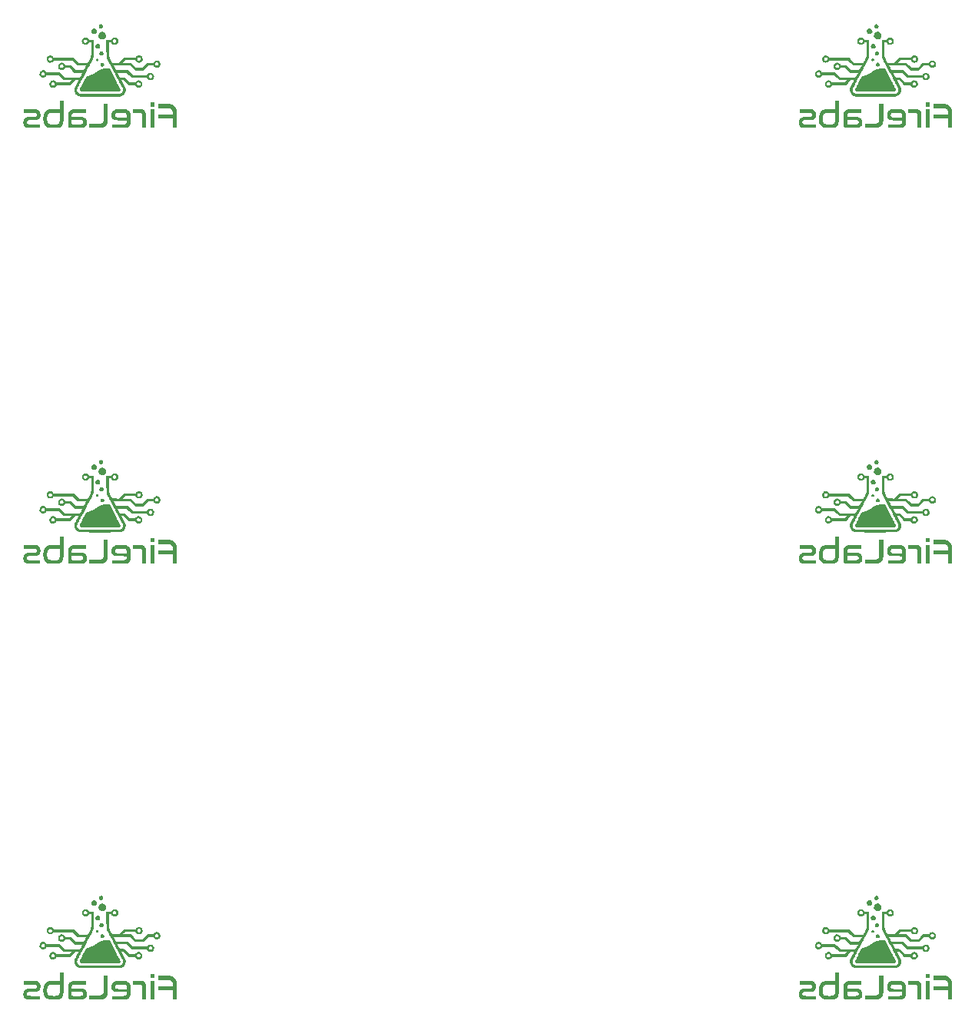
<source format=gbr>
%TF.GenerationSoftware,KiCad,Pcbnew,9.0.4*%
%TF.CreationDate,2025-09-14T05:29:25-04:00*%
%TF.ProjectId,HabitatCAN Dev Board (ESP32) - Panel,48616269-7461-4744-9341-4e2044657620,3*%
%TF.SameCoordinates,Original*%
%TF.FileFunction,Legend,Bot*%
%TF.FilePolarity,Positive*%
%FSLAX46Y46*%
G04 Gerber Fmt 4.6, Leading zero omitted, Abs format (unit mm)*
G04 Created by KiCad (PCBNEW 9.0.4) date 2025-09-14 05:29:25*
%MOMM*%
%LPD*%
G01*
G04 APERTURE LIST*
%ADD10C,0.000000*%
G04 APERTURE END LIST*
D10*
%TO.C,G\u002A\u002A\u002A*%
G36*
X102929540Y-57307575D02*
G01*
X102929540Y-57551498D01*
X102721606Y-57551498D01*
X102513671Y-57551498D01*
X102513671Y-57307575D01*
X102513671Y-57063652D01*
X102721606Y-57063652D01*
X102929540Y-57063652D01*
X102929540Y-57307575D01*
G37*
G36*
X102929540Y-58879080D02*
G01*
X102929540Y-59910755D01*
X102721606Y-59910755D01*
X102513671Y-59910755D01*
X102513671Y-58879080D01*
X102513671Y-57847405D01*
X102721606Y-57847405D01*
X102929540Y-57847405D01*
X102929540Y-58879080D01*
G37*
G36*
X96691436Y-52267477D02*
G01*
X96736909Y-52281845D01*
X96769509Y-52302861D01*
X96795283Y-52334602D01*
X96812174Y-52377972D01*
X96816386Y-52411711D01*
X96809211Y-52455007D01*
X96789452Y-52494654D01*
X96758937Y-52527268D01*
X96719496Y-52549464D01*
X96674323Y-52558511D01*
X96630616Y-52553373D01*
X96591364Y-52535508D01*
X96559062Y-52506556D01*
X96536207Y-52468154D01*
X96525293Y-52421941D01*
X96525280Y-52421786D01*
X96528500Y-52375229D01*
X96544647Y-52334929D01*
X96571370Y-52302445D01*
X96606311Y-52279336D01*
X96647118Y-52267160D01*
X96691436Y-52267477D01*
G37*
G36*
X97190840Y-51480403D02*
G01*
X97242197Y-51500170D01*
X97290183Y-51533894D01*
X97327160Y-51576011D01*
X97352425Y-51625101D01*
X97364650Y-51677194D01*
X97364392Y-51729998D01*
X97352208Y-51781219D01*
X97328654Y-51828564D01*
X97294288Y-51869741D01*
X97249667Y-51902456D01*
X97195346Y-51924417D01*
X97176841Y-51929291D01*
X97151884Y-51934667D01*
X97131868Y-51935727D01*
X97110084Y-51932509D01*
X97079820Y-51925048D01*
X97070462Y-51922428D01*
X97014915Y-51898094D01*
X96969692Y-51862263D01*
X96935945Y-51816432D01*
X96914825Y-51762101D01*
X96907481Y-51700766D01*
X96911480Y-51656727D01*
X96928256Y-51604163D01*
X96956206Y-51559214D01*
X96993253Y-51522786D01*
X97037317Y-51495784D01*
X97086322Y-51479116D01*
X97138189Y-51473687D01*
X97190840Y-51480403D01*
G37*
G36*
X97302998Y-52732695D02*
G01*
X97349132Y-52757874D01*
X97386900Y-52793862D01*
X97414639Y-52839333D01*
X97430687Y-52892960D01*
X97433380Y-52953418D01*
X97430622Y-52977216D01*
X97414493Y-53031560D01*
X97385388Y-53076574D01*
X97343408Y-53112124D01*
X97288657Y-53138080D01*
X97271130Y-53143720D01*
X97233661Y-53151299D01*
X97197835Y-53150133D01*
X97156051Y-53140352D01*
X97131570Y-53130686D01*
X97089891Y-53104287D01*
X97052925Y-53069218D01*
X97025838Y-53029861D01*
X97020283Y-53017719D01*
X97007330Y-52968537D01*
X97005647Y-52915370D01*
X97015614Y-52864338D01*
X97017801Y-52858199D01*
X97040290Y-52816189D01*
X97072744Y-52777884D01*
X97111116Y-52747331D01*
X97151360Y-52728579D01*
X97192284Y-52720065D01*
X97250161Y-52719650D01*
X97302998Y-52732695D01*
G37*
G36*
X97115928Y-48482225D02*
G01*
X97172596Y-48499979D01*
X97176118Y-48501628D01*
X97228056Y-48534530D01*
X97268564Y-48576899D01*
X97296973Y-48626468D01*
X97312615Y-48680975D01*
X97314822Y-48738153D01*
X97302927Y-48795738D01*
X97276262Y-48851466D01*
X97253952Y-48881228D01*
X97208948Y-48920196D01*
X97152700Y-48947890D01*
X97102411Y-48959396D01*
X97045170Y-48958496D01*
X96989643Y-48944093D01*
X96938595Y-48917298D01*
X96894796Y-48879219D01*
X96861011Y-48830965D01*
X96858111Y-48825359D01*
X96848474Y-48803650D01*
X96842850Y-48782165D01*
X96840213Y-48755508D01*
X96839532Y-48718280D01*
X96839614Y-48699140D01*
X96840851Y-48668601D01*
X96844439Y-48646087D01*
X96851482Y-48626228D01*
X96863082Y-48603655D01*
X96866882Y-48597040D01*
X96903608Y-48549784D01*
X96949428Y-48513819D01*
X97001791Y-48490001D01*
X97058142Y-48479184D01*
X97115928Y-48482225D01*
G37*
G36*
X96772876Y-50649932D02*
G01*
X96833792Y-50669262D01*
X96846455Y-50675418D01*
X96898870Y-50710853D01*
X96940946Y-50756258D01*
X96971576Y-50809260D01*
X96989649Y-50867485D01*
X96994058Y-50928560D01*
X96983693Y-50990113D01*
X96962307Y-51043827D01*
X96927808Y-51094114D01*
X96881268Y-51134663D01*
X96821622Y-51166631D01*
X96800435Y-51174884D01*
X96775406Y-51181467D01*
X96748007Y-51183864D01*
X96711498Y-51183084D01*
X96676511Y-51179738D01*
X96614221Y-51163346D01*
X96561132Y-51133888D01*
X96517081Y-51091260D01*
X96481907Y-51035357D01*
X96476830Y-51024902D01*
X96465486Y-50998665D01*
X96459173Y-50975656D01*
X96456541Y-50949477D01*
X96456238Y-50913731D01*
X96460008Y-50859558D01*
X96471838Y-50813363D01*
X96493661Y-50772053D01*
X96527428Y-50730611D01*
X96540568Y-50717488D01*
X96591870Y-50679883D01*
X96649379Y-50655750D01*
X96710560Y-50645597D01*
X96772876Y-50649932D01*
G37*
G36*
X97318426Y-49324679D02*
G01*
X97390735Y-49348794D01*
X97458331Y-49386268D01*
X97519152Y-49437042D01*
X97537463Y-49456682D01*
X97584454Y-49521095D01*
X97617508Y-49590054D01*
X97637028Y-49661850D01*
X97643419Y-49734774D01*
X97637085Y-49807117D01*
X97618430Y-49877169D01*
X97587859Y-49943223D01*
X97545775Y-50003568D01*
X97492584Y-50056496D01*
X97428688Y-50100298D01*
X97354492Y-50133264D01*
X97340869Y-50137622D01*
X97263952Y-50152559D01*
X97184605Y-50152633D01*
X97105285Y-50138029D01*
X97028446Y-50108928D01*
X97015546Y-50101934D01*
X96978923Y-50076379D01*
X96939912Y-50042776D01*
X96902587Y-50005113D01*
X96871021Y-49967377D01*
X96849289Y-49933556D01*
X96819114Y-49858224D01*
X96803163Y-49779243D01*
X96802197Y-49700413D01*
X96815908Y-49623435D01*
X96843987Y-49550013D01*
X96886128Y-49481849D01*
X96942022Y-49420647D01*
X96958335Y-49406536D01*
X97023288Y-49362979D01*
X97093835Y-49333073D01*
X97167914Y-49316760D01*
X97243465Y-49313982D01*
X97318426Y-49324679D01*
G37*
G36*
X96369959Y-48965852D02*
G01*
X96432687Y-48980266D01*
X96489602Y-49008183D01*
X96543515Y-49050849D01*
X96584276Y-49097648D01*
X96616120Y-49154550D01*
X96634622Y-49215057D01*
X96640221Y-49277183D01*
X96633359Y-49338940D01*
X96614479Y-49398344D01*
X96584020Y-49453406D01*
X96542424Y-49502140D01*
X96490133Y-49542561D01*
X96427588Y-49572682D01*
X96400719Y-49579682D01*
X96363958Y-49583432D01*
X96315357Y-49583610D01*
X96309493Y-49583444D01*
X96271489Y-49581494D01*
X96243290Y-49577611D01*
X96219426Y-49570712D01*
X96194426Y-49559718D01*
X96181530Y-49553140D01*
X96125739Y-49516218D01*
X96081460Y-49470087D01*
X96045887Y-49411954D01*
X96032357Y-49383696D01*
X96023189Y-49360254D01*
X96018213Y-49338078D01*
X96016170Y-49311418D01*
X96015800Y-49274520D01*
X96015874Y-49259975D01*
X96017055Y-49225316D01*
X96020433Y-49199322D01*
X96026979Y-49176525D01*
X96037665Y-49151457D01*
X96054831Y-49118651D01*
X96097155Y-49060647D01*
X96148319Y-49015691D01*
X96207547Y-48984255D01*
X96274063Y-48966808D01*
X96347092Y-48963822D01*
X96369959Y-48965852D01*
G37*
G36*
X101132016Y-57847416D02*
G01*
X101233591Y-57847555D01*
X101321161Y-57847933D01*
X101396095Y-57848651D01*
X101459761Y-57849809D01*
X101513529Y-57851508D01*
X101558769Y-57853849D01*
X101596850Y-57856932D01*
X101629141Y-57860857D01*
X101657012Y-57865725D01*
X101681831Y-57871637D01*
X101704968Y-57878692D01*
X101727793Y-57886993D01*
X101751674Y-57896639D01*
X101774767Y-57907247D01*
X101838113Y-57947625D01*
X101893214Y-58000032D01*
X101937983Y-58062225D01*
X101970336Y-58131961D01*
X101972818Y-58139036D01*
X101979231Y-58157380D01*
X101984916Y-58174428D01*
X101989920Y-58191199D01*
X101994291Y-58208710D01*
X101998076Y-58227976D01*
X102001323Y-58250016D01*
X102004079Y-58275846D01*
X102006391Y-58306483D01*
X102008307Y-58342945D01*
X102009876Y-58386248D01*
X102011143Y-58437410D01*
X102012156Y-58497447D01*
X102012964Y-58567377D01*
X102013613Y-58648216D01*
X102014151Y-58740982D01*
X102014626Y-58846692D01*
X102015084Y-58966362D01*
X102015574Y-59101010D01*
X102018537Y-59910755D01*
X101810446Y-59910755D01*
X101602356Y-59910755D01*
X101599971Y-59164990D01*
X101599605Y-59056865D01*
X101599145Y-58940546D01*
X101598648Y-58838494D01*
X101598098Y-58749762D01*
X101597478Y-58673406D01*
X101596769Y-58608481D01*
X101595956Y-58554042D01*
X101595020Y-58509146D01*
X101593946Y-58472846D01*
X101592715Y-58444199D01*
X101591311Y-58422259D01*
X101589716Y-58406081D01*
X101587914Y-58394722D01*
X101585887Y-58387235D01*
X101575288Y-58366738D01*
X101556421Y-58339845D01*
X101534090Y-58314011D01*
X101530046Y-58309852D01*
X101516637Y-58296372D01*
X101503859Y-58284982D01*
X101490327Y-58275505D01*
X101474654Y-58267767D01*
X101455456Y-58261590D01*
X101431347Y-58256799D01*
X101400941Y-58253217D01*
X101362854Y-58250670D01*
X101315698Y-58248980D01*
X101258090Y-58247972D01*
X101188644Y-58247470D01*
X101105973Y-58247297D01*
X101008693Y-58247279D01*
X100610271Y-58247279D01*
X100610271Y-58047342D01*
X100610271Y-57847405D01*
X101081074Y-57847405D01*
X101132016Y-57847416D01*
G37*
G36*
X103971089Y-57271743D02*
G01*
X104085176Y-57271808D01*
X104193684Y-57271992D01*
X104288582Y-57272350D01*
X104371106Y-57272939D01*
X104442493Y-57273819D01*
X104503977Y-57275045D01*
X104556797Y-57276677D01*
X104602187Y-57278772D01*
X104641384Y-57281389D01*
X104675624Y-57284584D01*
X104706144Y-57288415D01*
X104734179Y-57292942D01*
X104760966Y-57298220D01*
X104787741Y-57304309D01*
X104815740Y-57311266D01*
X104886979Y-57332062D01*
X104994325Y-57374999D01*
X105090073Y-57428949D01*
X105174213Y-57493903D01*
X105246737Y-57569850D01*
X105307634Y-57656780D01*
X105356897Y-57754682D01*
X105394514Y-57863546D01*
X105420478Y-57983362D01*
X105421586Y-57990820D01*
X105423375Y-58006012D01*
X105424967Y-58024604D01*
X105426373Y-58047496D01*
X105427604Y-58075587D01*
X105428670Y-58109778D01*
X105429583Y-58150967D01*
X105430354Y-58200054D01*
X105430993Y-58257940D01*
X105431513Y-58325523D01*
X105431923Y-58403703D01*
X105432235Y-58493379D01*
X105432459Y-58595453D01*
X105432608Y-58710822D01*
X105432691Y-58840387D01*
X105432719Y-58985047D01*
X105432752Y-59910755D01*
X105204823Y-59910755D01*
X104976895Y-59910755D01*
X104976895Y-59390958D01*
X104976895Y-58871160D01*
X104179146Y-58869122D01*
X103381398Y-58867084D01*
X103379270Y-58649153D01*
X103377142Y-58431221D01*
X104177986Y-58431221D01*
X104978830Y-58431221D01*
X104974795Y-58257276D01*
X104974792Y-58257126D01*
X104972794Y-58188807D01*
X104970227Y-58134502D01*
X104966936Y-58092238D01*
X104962768Y-58060043D01*
X104957570Y-58035945D01*
X104949377Y-58009659D01*
X104917535Y-57940209D01*
X104873450Y-57880612D01*
X104816843Y-57830601D01*
X104747431Y-57789911D01*
X104664937Y-57758275D01*
X104662919Y-57757660D01*
X104651808Y-57754369D01*
X104640818Y-57751505D01*
X104628797Y-57749029D01*
X104614596Y-57746903D01*
X104597063Y-57745089D01*
X104575046Y-57743550D01*
X104547395Y-57742246D01*
X104512958Y-57741139D01*
X104470584Y-57740192D01*
X104419122Y-57739366D01*
X104357422Y-57738623D01*
X104284331Y-57737925D01*
X104198699Y-57737233D01*
X104099375Y-57736510D01*
X103985208Y-57735716D01*
X103365403Y-57731442D01*
X103363281Y-57501514D01*
X103361159Y-57271586D01*
X103971089Y-57271743D01*
G37*
G36*
X97832944Y-58217289D02*
G01*
X97832704Y-58297564D01*
X97832290Y-58432077D01*
X97831891Y-58552018D01*
X97831490Y-58658304D01*
X97831069Y-58751857D01*
X97830610Y-58833593D01*
X97830095Y-58904432D01*
X97829506Y-58965293D01*
X97828825Y-59017094D01*
X97828034Y-59060755D01*
X97827115Y-59097193D01*
X97826051Y-59127329D01*
X97824823Y-59152080D01*
X97823414Y-59172365D01*
X97821805Y-59189104D01*
X97819979Y-59203215D01*
X97817918Y-59215616D01*
X97815604Y-59227227D01*
X97813018Y-59238967D01*
X97808814Y-59257522D01*
X97798395Y-59301701D01*
X97789245Y-59336429D01*
X97779975Y-59366320D01*
X97769197Y-59395990D01*
X97755521Y-59430054D01*
X97746171Y-59451477D01*
X97701508Y-59532999D01*
X97645098Y-59610973D01*
X97580197Y-59681291D01*
X97510059Y-59739845D01*
X97473957Y-59763820D01*
X97389322Y-59808988D01*
X97293866Y-59847140D01*
X97190435Y-59877224D01*
X97081873Y-59898187D01*
X97070131Y-59899660D01*
X97047178Y-59901672D01*
X97017223Y-59903418D01*
X96979266Y-59904915D01*
X96932309Y-59906182D01*
X96875351Y-59907234D01*
X96807394Y-59908090D01*
X96727439Y-59908767D01*
X96634487Y-59909282D01*
X96527539Y-59909653D01*
X96405595Y-59909896D01*
X95803784Y-59910755D01*
X95803784Y-59682827D01*
X95803784Y-59454899D01*
X96313624Y-59454769D01*
X96404247Y-59454694D01*
X96513031Y-59454410D01*
X96607971Y-59453865D01*
X96690299Y-59453008D01*
X96761247Y-59451785D01*
X96822049Y-59450143D01*
X96873936Y-59448031D01*
X96918142Y-59445394D01*
X96955898Y-59442181D01*
X96988439Y-59438339D01*
X97016995Y-59433814D01*
X97042801Y-59428554D01*
X97067087Y-59422506D01*
X97108817Y-59409068D01*
X97177529Y-59376475D01*
X97237789Y-59334096D01*
X97287302Y-59283678D01*
X97323773Y-59226971D01*
X97326928Y-59220584D01*
X97333670Y-59206810D01*
X97339687Y-59193646D01*
X97345021Y-59180170D01*
X97349713Y-59165459D01*
X97353804Y-59148590D01*
X97357336Y-59128642D01*
X97360350Y-59104691D01*
X97362887Y-59075815D01*
X97364989Y-59041092D01*
X97366697Y-58999599D01*
X97368052Y-58950414D01*
X97369095Y-58892613D01*
X97369869Y-58825276D01*
X97370413Y-58747478D01*
X97370771Y-58658298D01*
X97370982Y-58556813D01*
X97371088Y-58442101D01*
X97371131Y-58313239D01*
X97371152Y-58169304D01*
X97371291Y-57271586D01*
X97603526Y-57271586D01*
X97835761Y-57271586D01*
X97832944Y-58217289D01*
G37*
G36*
X97740964Y-53360474D02*
G01*
X97802946Y-53363234D01*
X97863637Y-53368635D01*
X97928612Y-53377193D01*
X98003448Y-53389423D01*
X98031795Y-53394368D01*
X98630509Y-54518106D01*
X98639067Y-54534170D01*
X98718029Y-54682357D01*
X98789852Y-54817160D01*
X98854861Y-54939254D01*
X98913385Y-55049313D01*
X98965748Y-55148012D01*
X99012278Y-55236027D01*
X99053300Y-55314031D01*
X99089141Y-55382699D01*
X99120128Y-55442706D01*
X99146586Y-55494727D01*
X99168841Y-55539437D01*
X99187222Y-55577509D01*
X99202052Y-55609619D01*
X99213660Y-55636442D01*
X99222370Y-55658652D01*
X99228511Y-55676924D01*
X99232407Y-55691932D01*
X99234385Y-55704351D01*
X99234772Y-55714857D01*
X99233894Y-55724123D01*
X99232076Y-55732824D01*
X99229647Y-55741635D01*
X99226931Y-55751231D01*
X99226647Y-55752260D01*
X99210568Y-55786772D01*
X99184096Y-55820943D01*
X99151923Y-55849707D01*
X99118740Y-55868000D01*
X99116098Y-55868717D01*
X99108869Y-55869853D01*
X99097659Y-55870907D01*
X99081920Y-55871883D01*
X99061108Y-55872783D01*
X99034677Y-55873612D01*
X99002079Y-55874371D01*
X98962770Y-55875063D01*
X98916202Y-55875692D01*
X98861831Y-55876261D01*
X98799109Y-55876772D01*
X98727492Y-55877228D01*
X98646432Y-55877632D01*
X98555384Y-55877987D01*
X98453802Y-55878297D01*
X98341139Y-55878563D01*
X98216850Y-55878790D01*
X98080388Y-55878979D01*
X97931208Y-55879134D01*
X97768763Y-55879258D01*
X97592507Y-55879353D01*
X97401895Y-55879423D01*
X97196379Y-55879470D01*
X96975415Y-55879498D01*
X96764893Y-55879513D01*
X96562368Y-55879518D01*
X96374705Y-55879509D01*
X96201329Y-55879483D01*
X96041663Y-55879436D01*
X95895131Y-55879362D01*
X95761157Y-55879260D01*
X95639167Y-55879124D01*
X95528583Y-55878952D01*
X95428830Y-55878738D01*
X95339332Y-55878480D01*
X95259512Y-55878173D01*
X95188796Y-55877813D01*
X95126607Y-55877398D01*
X95072370Y-55876922D01*
X95025508Y-55876382D01*
X94985445Y-55875774D01*
X94951606Y-55875094D01*
X94923414Y-55874338D01*
X94900295Y-55873503D01*
X94881671Y-55872584D01*
X94866967Y-55871578D01*
X94855607Y-55870481D01*
X94847015Y-55869289D01*
X94840616Y-55867998D01*
X94835833Y-55866605D01*
X94832090Y-55865104D01*
X94809695Y-55852056D01*
X94777042Y-55823927D01*
X94749540Y-55790169D01*
X94732171Y-55756213D01*
X94730717Y-55751848D01*
X94727036Y-55740597D01*
X94724168Y-55729884D01*
X94722507Y-55718848D01*
X94722446Y-55706625D01*
X94724377Y-55692352D01*
X94728695Y-55675167D01*
X94735792Y-55654206D01*
X94746062Y-55628608D01*
X94759898Y-55597509D01*
X94777693Y-55560047D01*
X94799840Y-55515358D01*
X94826733Y-55462581D01*
X94858765Y-55400851D01*
X94896329Y-55329307D01*
X94939818Y-55247085D01*
X94989626Y-55153324D01*
X95046145Y-55047159D01*
X95109770Y-54927729D01*
X95490256Y-54213478D01*
X95612198Y-54183191D01*
X95649062Y-54173783D01*
X95852843Y-54112515D01*
X96050945Y-54037163D01*
X96241776Y-53948387D01*
X96423744Y-53846846D01*
X96451926Y-53829292D01*
X96491109Y-53804238D01*
X96536502Y-53774748D01*
X96584507Y-53743160D01*
X96631524Y-53711814D01*
X96635131Y-53709394D01*
X96786628Y-53614827D01*
X96936008Y-53535646D01*
X97084187Y-53471545D01*
X97232079Y-53422219D01*
X97380600Y-53387361D01*
X97530666Y-53366663D01*
X97683192Y-53359821D01*
X97740964Y-53360474D01*
G37*
G36*
X92948473Y-58287392D02*
G01*
X92948188Y-58437270D01*
X92947777Y-58574582D01*
X92947241Y-58698947D01*
X92946583Y-58809984D01*
X92945806Y-58907312D01*
X92944914Y-58990551D01*
X92943908Y-59059319D01*
X92942791Y-59113234D01*
X92941567Y-59151918D01*
X92940238Y-59174987D01*
X92933185Y-59238224D01*
X92911183Y-59360196D01*
X92879168Y-59469753D01*
X92837056Y-59567002D01*
X92784763Y-59652049D01*
X92722205Y-59725000D01*
X92649296Y-59785963D01*
X92565952Y-59835044D01*
X92472090Y-59872349D01*
X92367624Y-59897985D01*
X92350509Y-59900048D01*
X92316751Y-59902326D01*
X92270645Y-59904344D01*
X92214189Y-59906093D01*
X92149384Y-59907563D01*
X92078228Y-59908743D01*
X92002721Y-59909625D01*
X91924860Y-59910198D01*
X91846645Y-59910452D01*
X91770076Y-59910378D01*
X91697151Y-59909965D01*
X91629869Y-59909204D01*
X91570229Y-59908084D01*
X91520230Y-59906597D01*
X91481872Y-59904732D01*
X91457153Y-59902479D01*
X91345918Y-59880455D01*
X91237507Y-59844922D01*
X91138969Y-59796892D01*
X91050397Y-59736410D01*
X90971886Y-59663524D01*
X90948100Y-59636680D01*
X90885654Y-59551536D01*
X90833542Y-59455933D01*
X90791495Y-59349223D01*
X90759242Y-59230760D01*
X90736514Y-59099898D01*
X90731848Y-59053246D01*
X90728409Y-58990330D01*
X90726829Y-58920124D01*
X90726951Y-58879080D01*
X91146172Y-58879080D01*
X91146200Y-58903779D01*
X91146629Y-58959914D01*
X91147742Y-59004468D01*
X91149759Y-59040647D01*
X91152901Y-59071658D01*
X91157387Y-59100707D01*
X91163437Y-59131001D01*
X91167582Y-59149197D01*
X91194620Y-59236212D01*
X91231127Y-59310576D01*
X91277569Y-59372819D01*
X91334410Y-59423467D01*
X91402115Y-59463047D01*
X91481146Y-59492088D01*
X91492807Y-59495018D01*
X91509552Y-59498073D01*
X91530413Y-59500556D01*
X91557086Y-59502541D01*
X91591268Y-59504102D01*
X91634657Y-59505312D01*
X91688950Y-59506246D01*
X91755843Y-59506977D01*
X91837034Y-59507580D01*
X91844519Y-59507625D01*
X91914648Y-59507865D01*
X91981006Y-59507770D01*
X92041555Y-59507368D01*
X92094259Y-59506683D01*
X92137079Y-59505742D01*
X92167980Y-59504570D01*
X92184924Y-59503193D01*
X92192817Y-59501900D01*
X92272057Y-59483167D01*
X92338838Y-59455500D01*
X92394417Y-59418068D01*
X92440055Y-59370043D01*
X92477010Y-59310592D01*
X92482284Y-59300074D01*
X92491654Y-59280528D01*
X92499634Y-59261654D01*
X92506347Y-59242063D01*
X92511915Y-59220365D01*
X92516460Y-59195172D01*
X92520104Y-59165094D01*
X92522970Y-59128744D01*
X92525181Y-59084732D01*
X92526857Y-59031669D01*
X92528122Y-58968167D01*
X92529098Y-58892837D01*
X92529908Y-58804290D01*
X92530672Y-58701136D01*
X92533877Y-58247279D01*
X92047499Y-58247418D01*
X92037367Y-58247421D01*
X91931612Y-58247488D01*
X91840392Y-58247690D01*
X91762365Y-58248132D01*
X91696189Y-58248919D01*
X91640524Y-58250156D01*
X91594027Y-58251949D01*
X91555358Y-58254403D01*
X91523175Y-58257624D01*
X91496136Y-58261716D01*
X91472901Y-58266785D01*
X91452127Y-58272936D01*
X91432473Y-58280275D01*
X91412598Y-58288907D01*
X91391161Y-58298936D01*
X91387584Y-58300659D01*
X91323912Y-58340516D01*
X91269525Y-58393292D01*
X91224559Y-58458789D01*
X91189150Y-58536811D01*
X91163437Y-58627160D01*
X91160970Y-58638872D01*
X91155533Y-58668323D01*
X91151577Y-58697733D01*
X91148882Y-58730306D01*
X91147230Y-58769251D01*
X91146400Y-58817774D01*
X91146172Y-58879080D01*
X90726951Y-58879080D01*
X90727047Y-58846497D01*
X90728999Y-58773319D01*
X90732624Y-58704459D01*
X90737859Y-58643786D01*
X90744642Y-58595170D01*
X90759429Y-58523988D01*
X90794825Y-58400845D01*
X90840437Y-58289997D01*
X90896257Y-58191450D01*
X90962278Y-58105213D01*
X91038492Y-58031295D01*
X91124891Y-57969701D01*
X91221468Y-57920442D01*
X91328215Y-57883525D01*
X91445124Y-57858958D01*
X91447732Y-57858575D01*
X91468134Y-57856149D01*
X91493651Y-57854078D01*
X91525491Y-57852340D01*
X91564863Y-57850909D01*
X91612977Y-57849762D01*
X91671041Y-57848876D01*
X91740263Y-57848225D01*
X91821854Y-57847787D01*
X91917021Y-57847538D01*
X92026974Y-57847452D01*
X92532815Y-57847405D01*
X92532815Y-57399546D01*
X92532815Y-56951687D01*
X92740749Y-56951687D01*
X92948684Y-56951687D01*
X92948656Y-58017352D01*
X92948627Y-58125329D01*
X92948511Y-58247279D01*
X92948473Y-58287392D01*
G37*
G36*
X89219858Y-57847452D02*
G01*
X89270885Y-57847460D01*
X89392630Y-57847553D01*
X89499987Y-57847826D01*
X89594115Y-57848379D01*
X89676174Y-57849311D01*
X89747324Y-57850721D01*
X89808723Y-57852707D01*
X89861532Y-57855368D01*
X89906910Y-57858804D01*
X89946017Y-57863112D01*
X89980012Y-57868392D01*
X90010054Y-57874743D01*
X90037304Y-57882263D01*
X90062921Y-57891051D01*
X90088064Y-57901207D01*
X90113893Y-57912828D01*
X90141568Y-57926015D01*
X90172028Y-57942848D01*
X90224581Y-57980860D01*
X90274034Y-58026969D01*
X90316260Y-58077135D01*
X90347132Y-58127317D01*
X90347319Y-58127699D01*
X90369378Y-58176390D01*
X90385755Y-58221797D01*
X90397196Y-58267751D01*
X90404445Y-58318084D01*
X90408248Y-58376629D01*
X90409350Y-58447216D01*
X90409119Y-58499009D01*
X90408189Y-58540634D01*
X90406252Y-58573049D01*
X90403000Y-58599713D01*
X90398124Y-58624085D01*
X90391316Y-58649627D01*
X90388497Y-58659165D01*
X90356751Y-58743518D01*
X90315696Y-58815887D01*
X90264293Y-58877323D01*
X90201502Y-58928874D01*
X90126285Y-58971588D01*
X90037601Y-59006514D01*
X90030346Y-59008869D01*
X90001669Y-59017592D01*
X89973273Y-59024993D01*
X89943530Y-59031207D01*
X89910812Y-59036370D01*
X89873492Y-59040618D01*
X89829942Y-59044087D01*
X89778535Y-59046911D01*
X89717643Y-59049226D01*
X89645638Y-59051168D01*
X89560894Y-59052873D01*
X89461782Y-59054475D01*
X89417442Y-59055159D01*
X89329632Y-59056685D01*
X89256183Y-59058247D01*
X89195967Y-59059892D01*
X89147856Y-59061665D01*
X89110724Y-59063611D01*
X89083440Y-59065776D01*
X89064878Y-59068206D01*
X89053910Y-59070946D01*
X89017958Y-59087819D01*
X88976048Y-59119653D01*
X88945255Y-59161338D01*
X88936279Y-59178587D01*
X88928849Y-59197389D01*
X88924626Y-59217872D01*
X88922705Y-59244803D01*
X88922179Y-59282953D01*
X88922197Y-59298745D01*
X88923170Y-59333869D01*
X88926092Y-59359475D01*
X88931707Y-59380313D01*
X88940765Y-59401133D01*
X88962584Y-59435368D01*
X88998173Y-59467670D01*
X89046462Y-59492675D01*
X89048828Y-59493579D01*
X89056609Y-59496020D01*
X89066456Y-59498154D01*
X89079438Y-59500006D01*
X89096628Y-59501603D01*
X89119098Y-59502970D01*
X89147918Y-59504132D01*
X89184160Y-59505115D01*
X89228896Y-59505945D01*
X89283198Y-59506647D01*
X89348137Y-59507246D01*
X89424785Y-59507769D01*
X89514213Y-59508241D01*
X89617493Y-59508688D01*
X89735696Y-59509135D01*
X90389490Y-59511498D01*
X90389490Y-59711422D01*
X90389490Y-59911346D01*
X89703706Y-59908919D01*
X89017922Y-59906492D01*
X88940156Y-59885145D01*
X88897623Y-59872223D01*
X88807403Y-59834869D01*
X88729449Y-59787279D01*
X88663670Y-59729366D01*
X88609976Y-59661040D01*
X88568276Y-59582213D01*
X88538480Y-59492796D01*
X88534768Y-59477471D01*
X88517770Y-59378432D01*
X88512492Y-59280243D01*
X88518668Y-59185168D01*
X88536033Y-59095466D01*
X88564322Y-59013401D01*
X88603267Y-58941233D01*
X88603987Y-58940154D01*
X88653180Y-58879493D01*
X88713597Y-58828304D01*
X88786227Y-58785891D01*
X88872059Y-58751557D01*
X88897893Y-58743277D01*
X88924362Y-58735558D01*
X88950644Y-58729071D01*
X88978359Y-58723679D01*
X89009123Y-58719250D01*
X89044555Y-58715649D01*
X89086273Y-58712740D01*
X89135895Y-58710391D01*
X89195040Y-58708465D01*
X89265324Y-58706830D01*
X89348367Y-58705350D01*
X89445787Y-58703891D01*
X89519125Y-58702838D01*
X89597277Y-58701648D01*
X89662081Y-58700523D01*
X89715008Y-58699384D01*
X89757524Y-58698152D01*
X89791100Y-58696750D01*
X89817203Y-58695099D01*
X89837301Y-58693120D01*
X89852864Y-58690736D01*
X89865361Y-58687868D01*
X89876258Y-58684437D01*
X89887026Y-58680367D01*
X89904977Y-58672255D01*
X89947003Y-58643699D01*
X89978998Y-58607152D01*
X89998040Y-58565632D01*
X89999051Y-58561394D01*
X90002766Y-58533748D01*
X90004587Y-58497536D01*
X90004169Y-58458817D01*
X90003967Y-58454321D01*
X90001485Y-58417803D01*
X89997245Y-58391465D01*
X89990029Y-58370032D01*
X89978618Y-58348231D01*
X89974517Y-58341611D01*
X89940587Y-58303291D01*
X89896027Y-58273841D01*
X89844480Y-58255771D01*
X89836768Y-58254701D01*
X89810747Y-58252984D01*
X89769056Y-58251487D01*
X89711904Y-58250212D01*
X89639497Y-58249164D01*
X89552043Y-58248343D01*
X89449749Y-58247754D01*
X89332822Y-58247398D01*
X89201470Y-58247279D01*
X88598054Y-58247279D01*
X88598054Y-58047342D01*
X88598054Y-57847405D01*
X89219858Y-57847452D01*
G37*
G36*
X95528699Y-59270332D02*
G01*
X95524797Y-59366719D01*
X95510793Y-59460330D01*
X95487262Y-59547547D01*
X95454780Y-59624755D01*
X95451452Y-59631008D01*
X95414104Y-59687214D01*
X95366097Y-59741068D01*
X95311893Y-59788100D01*
X95255957Y-59823841D01*
X95211871Y-59845049D01*
X95163613Y-59864039D01*
X95111611Y-59879676D01*
X95051782Y-59893170D01*
X94980044Y-59905733D01*
X94978686Y-59905863D01*
X94963761Y-59906332D01*
X94934427Y-59906747D01*
X94891943Y-59907103D01*
X94837571Y-59907397D01*
X94772570Y-59907625D01*
X94698201Y-59907783D01*
X94615724Y-59907868D01*
X94526399Y-59907875D01*
X94431487Y-59907802D01*
X94332248Y-59907644D01*
X94308541Y-59907597D01*
X94195907Y-59907344D01*
X94097937Y-59907063D01*
X94013517Y-59906725D01*
X93941532Y-59906305D01*
X93880867Y-59905777D01*
X93830410Y-59905115D01*
X93789044Y-59904292D01*
X93755656Y-59903281D01*
X93729132Y-59902057D01*
X93708356Y-59900594D01*
X93692216Y-59898865D01*
X93679596Y-59896843D01*
X93669382Y-59894504D01*
X93660459Y-59891819D01*
X93610170Y-59872462D01*
X93558573Y-59843448D01*
X93518827Y-59807624D01*
X93488791Y-59762956D01*
X93466323Y-59707410D01*
X93464902Y-59702878D01*
X93461844Y-59692654D01*
X93459193Y-59682229D01*
X93456919Y-59670473D01*
X93454994Y-59656259D01*
X93453388Y-59638459D01*
X93452073Y-59615944D01*
X93451019Y-59587587D01*
X93450198Y-59552260D01*
X93449581Y-59508834D01*
X93449138Y-59456181D01*
X93448840Y-59393174D01*
X93448659Y-59318684D01*
X93448566Y-59231583D01*
X93448531Y-59130744D01*
X93448526Y-59015037D01*
X93448526Y-59014304D01*
X93852399Y-59014304D01*
X93852399Y-59232822D01*
X93852410Y-59268114D01*
X93852634Y-59330015D01*
X93853427Y-59378625D01*
X93855149Y-59415764D01*
X93858161Y-59443255D01*
X93862823Y-59462919D01*
X93869495Y-59476577D01*
X93878537Y-59486050D01*
X93890309Y-59493161D01*
X93905171Y-59499730D01*
X93909800Y-59501270D01*
X93920892Y-59503433D01*
X93937543Y-59505250D01*
X93960910Y-59506745D01*
X93992153Y-59507942D01*
X94032433Y-59508865D01*
X94082909Y-59509538D01*
X94144741Y-59509985D01*
X94219088Y-59510230D01*
X94307110Y-59510297D01*
X94409966Y-59510211D01*
X94442680Y-59510162D01*
X94543672Y-59509942D01*
X94630343Y-59509579D01*
X94703984Y-59508990D01*
X94765887Y-59508098D01*
X94817345Y-59506822D01*
X94859651Y-59505081D01*
X94894094Y-59502795D01*
X94921970Y-59499886D01*
X94944568Y-59496272D01*
X94963181Y-59491874D01*
X94979102Y-59486611D01*
X94993623Y-59480404D01*
X95008035Y-59473172D01*
X95030128Y-59460035D01*
X95069860Y-59424794D01*
X95097734Y-59380128D01*
X95114212Y-59325147D01*
X95119761Y-59258961D01*
X95119759Y-59246834D01*
X95118761Y-59213134D01*
X95115389Y-59187995D01*
X95108546Y-59165671D01*
X95097134Y-59140415D01*
X95093825Y-59133922D01*
X95063181Y-59090390D01*
X95022122Y-59057344D01*
X94968738Y-59033188D01*
X94963517Y-59031562D01*
X94953107Y-59029050D01*
X94939904Y-59026884D01*
X94922708Y-59025033D01*
X94900319Y-59023461D01*
X94871537Y-59022135D01*
X94835161Y-59021022D01*
X94789991Y-59020086D01*
X94734827Y-59019296D01*
X94668470Y-59018617D01*
X94589718Y-59018014D01*
X94497371Y-59017455D01*
X94390230Y-59016906D01*
X93852399Y-59014304D01*
X93448526Y-59014304D01*
X93448527Y-58971571D01*
X93448541Y-58861313D01*
X93448597Y-58765488D01*
X93448724Y-58682951D01*
X93448951Y-58612554D01*
X93449308Y-58553149D01*
X93449823Y-58503589D01*
X93450526Y-58462726D01*
X93451446Y-58429414D01*
X93452612Y-58402505D01*
X93454053Y-58380851D01*
X93455799Y-58363306D01*
X93457878Y-58348721D01*
X93460320Y-58335950D01*
X93463153Y-58323845D01*
X93466407Y-58311259D01*
X93470692Y-58296286D01*
X93485067Y-58254105D01*
X93503029Y-58208630D01*
X93521683Y-58167401D01*
X93538963Y-58135107D01*
X93589392Y-58063175D01*
X93651570Y-58001324D01*
X93725875Y-57949269D01*
X93812686Y-57906726D01*
X93912380Y-57873410D01*
X93992355Y-57851736D01*
X94698133Y-57849245D01*
X95403910Y-57846753D01*
X95403910Y-58046798D01*
X95403910Y-58246843D01*
X94730123Y-58249060D01*
X94056335Y-58251278D01*
X94004298Y-58275939D01*
X93995365Y-58280293D01*
X93946289Y-58310472D01*
X93908522Y-58347223D01*
X93878161Y-58394207D01*
X93874914Y-58400487D01*
X93867580Y-58416343D01*
X93862393Y-58432299D01*
X93858889Y-58451535D01*
X93856605Y-58477228D01*
X93855074Y-58512557D01*
X93853833Y-58560702D01*
X93851011Y-58686185D01*
X94429523Y-58689239D01*
X94534956Y-58689811D01*
X94631465Y-58690390D01*
X94714374Y-58690980D01*
X94784912Y-58691619D01*
X94844306Y-58692344D01*
X94893784Y-58693192D01*
X94934575Y-58694200D01*
X94967906Y-58695405D01*
X94995005Y-58696844D01*
X95017101Y-58698554D01*
X95035422Y-58700572D01*
X95051195Y-58702935D01*
X95065650Y-58705680D01*
X95080012Y-58708844D01*
X95083559Y-58709666D01*
X95182102Y-58737915D01*
X95266920Y-58773870D01*
X95338663Y-58818233D01*
X95397974Y-58871705D01*
X95445502Y-58934988D01*
X95481891Y-59008784D01*
X95507790Y-59093795D01*
X95523844Y-59190723D01*
X95528006Y-59258961D01*
X95528699Y-59270332D01*
G37*
G36*
X100326350Y-58776383D02*
G01*
X100326360Y-58879080D01*
X100326357Y-58945968D01*
X100326321Y-59039206D01*
X100326211Y-59118600D01*
X100325985Y-59185468D01*
X100325603Y-59241124D01*
X100325022Y-59286887D01*
X100324202Y-59324072D01*
X100323100Y-59353996D01*
X100321676Y-59377975D01*
X100319889Y-59397327D01*
X100317696Y-59413368D01*
X100315057Y-59427413D01*
X100311930Y-59440780D01*
X100308274Y-59454786D01*
X100292769Y-59505475D01*
X100253713Y-59595432D01*
X100202893Y-59674665D01*
X100140583Y-59742943D01*
X100067053Y-59800037D01*
X99982573Y-59845715D01*
X99887417Y-59879748D01*
X99781853Y-59901905D01*
X99772189Y-59902685D01*
X99746112Y-59903718D01*
X99706225Y-59904714D01*
X99653786Y-59905662D01*
X99590050Y-59906546D01*
X99516274Y-59907353D01*
X99433714Y-59908072D01*
X99343626Y-59908687D01*
X99247268Y-59909185D01*
X99145896Y-59909554D01*
X99040765Y-59909780D01*
X98346983Y-59910755D01*
X98346983Y-59710818D01*
X98346983Y-59510881D01*
X99004776Y-59510742D01*
X99023895Y-59510738D01*
X99146170Y-59510684D01*
X99253674Y-59510546D01*
X99347476Y-59510266D01*
X99428645Y-59509786D01*
X99498250Y-59509048D01*
X99557360Y-59507996D01*
X99607043Y-59506570D01*
X99648368Y-59504714D01*
X99682404Y-59502369D01*
X99710220Y-59499479D01*
X99732884Y-59495984D01*
X99751465Y-59491827D01*
X99767032Y-59486951D01*
X99780653Y-59481298D01*
X99793398Y-59474809D01*
X99806335Y-59467428D01*
X99838257Y-59444660D01*
X99878914Y-59401754D01*
X99909305Y-59351338D01*
X99910236Y-59349252D01*
X99916871Y-59331339D01*
X99921646Y-59310493D01*
X99924980Y-59283449D01*
X99927291Y-59246943D01*
X99928998Y-59197707D01*
X99932193Y-59080472D01*
X99365517Y-59076687D01*
X99270864Y-59076039D01*
X99168275Y-59075251D01*
X99079350Y-59074397D01*
X99002807Y-59073398D01*
X98937362Y-59072175D01*
X98881730Y-59070649D01*
X98834629Y-59068740D01*
X98794775Y-59066371D01*
X98760885Y-59063462D01*
X98731675Y-59059933D01*
X98705861Y-59055706D01*
X98682160Y-59050703D01*
X98659289Y-59044843D01*
X98635963Y-59038048D01*
X98610900Y-59030239D01*
X98535449Y-59001343D01*
X98458811Y-58958347D01*
X98394260Y-58905030D01*
X98341406Y-58840992D01*
X98299857Y-58765830D01*
X98269222Y-58679143D01*
X98266564Y-58668736D01*
X98261866Y-58644479D01*
X98258572Y-58615918D01*
X98256479Y-58580132D01*
X98255384Y-58534202D01*
X98255226Y-58502996D01*
X98656981Y-58502996D01*
X98657030Y-58516056D01*
X98658159Y-58549503D01*
X98661619Y-58574410D01*
X98668508Y-58596439D01*
X98679926Y-58621254D01*
X98679997Y-58621396D01*
X98712604Y-58669280D01*
X98757038Y-58706425D01*
X98813190Y-58732741D01*
X98820126Y-58734875D01*
X98830771Y-58737377D01*
X98844147Y-58739527D01*
X98861460Y-58741360D01*
X98883915Y-58742911D01*
X98912719Y-58744213D01*
X98949078Y-58745301D01*
X98994197Y-58746210D01*
X99049281Y-58746973D01*
X99115537Y-58747626D01*
X99194171Y-58748201D01*
X99286389Y-58748735D01*
X99393395Y-58749260D01*
X99931966Y-58751759D01*
X99929088Y-58597488D01*
X99928402Y-58563478D01*
X99927109Y-58516761D01*
X99925417Y-58481790D01*
X99923046Y-58455887D01*
X99919717Y-58436376D01*
X99915150Y-58420581D01*
X99909066Y-58405824D01*
X99907417Y-58402307D01*
X99874394Y-58350787D01*
X99829599Y-58306986D01*
X99776513Y-58274354D01*
X99726549Y-58251278D01*
X99282689Y-58251278D01*
X98838828Y-58251278D01*
X98799281Y-58269512D01*
X98768030Y-58285331D01*
X98732371Y-58309979D01*
X98705287Y-58339831D01*
X98682407Y-58378981D01*
X98676039Y-58392193D01*
X98665884Y-58416609D01*
X98660130Y-58439275D01*
X98657566Y-58466102D01*
X98656981Y-58502996D01*
X98255226Y-58502996D01*
X98255085Y-58475207D01*
X98255122Y-58452180D01*
X98255541Y-58401961D01*
X98256643Y-58363308D01*
X98258698Y-58333022D01*
X98261979Y-58307905D01*
X98266756Y-58284757D01*
X98273300Y-58260382D01*
X98300922Y-58181221D01*
X98341316Y-58102232D01*
X98391727Y-58035184D01*
X98452940Y-57979234D01*
X98525737Y-57933540D01*
X98610900Y-57897262D01*
X98611004Y-57897225D01*
X98637290Y-57888183D01*
X98661224Y-57880417D01*
X98684217Y-57873828D01*
X98707681Y-57868321D01*
X98733027Y-57863799D01*
X98761666Y-57860163D01*
X98795010Y-57857319D01*
X98834469Y-57855168D01*
X98881455Y-57853614D01*
X98937380Y-57852560D01*
X99003655Y-57851909D01*
X99081690Y-57851564D01*
X99172898Y-57851428D01*
X99278690Y-57851404D01*
X99302520Y-57851404D01*
X99404737Y-57851432D01*
X99492687Y-57851586D01*
X99567791Y-57851973D01*
X99631472Y-57852701D01*
X99685152Y-57853877D01*
X99730256Y-57855609D01*
X99768204Y-57858004D01*
X99800420Y-57861171D01*
X99828327Y-57865215D01*
X99853347Y-57870246D01*
X99876903Y-57876370D01*
X99900417Y-57883695D01*
X99925313Y-57892328D01*
X99953012Y-57902378D01*
X100030947Y-57937405D01*
X100108203Y-57988124D01*
X100175093Y-58050678D01*
X100231088Y-58124469D01*
X100275658Y-58208900D01*
X100308274Y-58303374D01*
X100310655Y-58312398D01*
X100313971Y-58325846D01*
X100316784Y-58339491D01*
X100319135Y-58354649D01*
X100321066Y-58372636D01*
X100322619Y-58394769D01*
X100323833Y-58422365D01*
X100324752Y-58456740D01*
X100325415Y-58499211D01*
X100325866Y-58551094D01*
X100326144Y-58613706D01*
X100326292Y-58688363D01*
X100326334Y-58751759D01*
X100326350Y-58776383D01*
G37*
G36*
X98995159Y-50403750D02*
G01*
X98992558Y-50418821D01*
X98970555Y-50493371D01*
X98935249Y-50562117D01*
X98888319Y-50623175D01*
X98831440Y-50674663D01*
X98766288Y-50714697D01*
X98694541Y-50741394D01*
X98691111Y-50742261D01*
X98640335Y-50750594D01*
X98584091Y-50753130D01*
X98529177Y-50749887D01*
X98482393Y-50740880D01*
X98460789Y-50733889D01*
X98389156Y-50700920D01*
X98324804Y-50656013D01*
X98270262Y-50601183D01*
X98228058Y-50538443D01*
X98201866Y-50489302D01*
X98084485Y-50491511D01*
X97967103Y-50493721D01*
X97967228Y-51209496D01*
X97967354Y-51925270D01*
X97985691Y-52009244D01*
X97994642Y-52047050D01*
X98005546Y-52085671D01*
X98018830Y-52125212D01*
X98035300Y-52167517D01*
X98055764Y-52214432D01*
X98081027Y-52267802D01*
X98111897Y-52329473D01*
X98149179Y-52401288D01*
X98193680Y-52485094D01*
X98322058Y-52725018D01*
X98680412Y-52727086D01*
X99038765Y-52729153D01*
X99318634Y-52449173D01*
X99450608Y-52317147D01*
X101087401Y-52317147D01*
X101090352Y-52349467D01*
X101106297Y-52398162D01*
X101134157Y-52440777D01*
X101171763Y-52474322D01*
X101216947Y-52495806D01*
X101244225Y-52502230D01*
X101297532Y-52503784D01*
X101347127Y-52489831D01*
X101392618Y-52460449D01*
X101406964Y-52447014D01*
X101438860Y-52404482D01*
X101457462Y-52357799D01*
X101463031Y-52309469D01*
X101455828Y-52261998D01*
X101436114Y-52217890D01*
X101404152Y-52179651D01*
X101360202Y-52149785D01*
X101329228Y-52137345D01*
X101278251Y-52128823D01*
X101229090Y-52133949D01*
X101183940Y-52151377D01*
X101144999Y-52179758D01*
X101114465Y-52217746D01*
X101094533Y-52263991D01*
X101087401Y-52317147D01*
X99450608Y-52317147D01*
X99598503Y-52169194D01*
X100243874Y-52169194D01*
X100889244Y-52169194D01*
X100915113Y-52120658D01*
X100924525Y-52103977D01*
X100970945Y-52041205D01*
X101028254Y-51989234D01*
X101094907Y-51949046D01*
X101169360Y-51921620D01*
X101250069Y-51907937D01*
X101316558Y-51908554D01*
X101389757Y-51922891D01*
X101458136Y-51950429D01*
X101520173Y-51989740D01*
X101574346Y-52039397D01*
X101619131Y-52097972D01*
X101653006Y-52164035D01*
X101674447Y-52236161D01*
X101681597Y-52309469D01*
X101681933Y-52312919D01*
X101681928Y-52315300D01*
X101674840Y-52395890D01*
X101653947Y-52468929D01*
X101618697Y-52535809D01*
X101568535Y-52597923D01*
X101561574Y-52605022D01*
X101499195Y-52656762D01*
X101430406Y-52693848D01*
X101355324Y-52716233D01*
X101274061Y-52723866D01*
X101234522Y-52722501D01*
X101181508Y-52714402D01*
X101129237Y-52697681D01*
X101071875Y-52670810D01*
X101050462Y-52657868D01*
X101010057Y-52626060D01*
X100970718Y-52587077D01*
X100936923Y-52545563D01*
X100913148Y-52506163D01*
X100894181Y-52465756D01*
X100306275Y-52465428D01*
X99718370Y-52465100D01*
X99586593Y-52597059D01*
X99454816Y-52729017D01*
X99934618Y-52729017D01*
X100414419Y-52729017D01*
X100690245Y-53004930D01*
X100966072Y-53280843D01*
X101302053Y-53280843D01*
X101638034Y-53280843D01*
X101913860Y-53004930D01*
X102041642Y-52877108D01*
X103050827Y-52877108D01*
X103058762Y-52926365D01*
X103079465Y-52972148D01*
X103111861Y-53011544D01*
X103154876Y-53041636D01*
X103183855Y-53053525D01*
X103234699Y-53062001D01*
X103284815Y-53056221D01*
X103331533Y-53037042D01*
X103372184Y-53005315D01*
X103404100Y-52961896D01*
X103411525Y-52946522D01*
X103424660Y-52897214D01*
X103424174Y-52846636D01*
X103410829Y-52798108D01*
X103385387Y-52754947D01*
X103348611Y-52720472D01*
X103327925Y-52707854D01*
X103277711Y-52689027D01*
X103227055Y-52684817D01*
X103178264Y-52694566D01*
X103133645Y-52717617D01*
X103095503Y-52753312D01*
X103066144Y-52800995D01*
X103056734Y-52827293D01*
X103050827Y-52877108D01*
X102041642Y-52877108D01*
X102189686Y-52729017D01*
X102522257Y-52729017D01*
X102854829Y-52729017D01*
X102874190Y-52687063D01*
X102879511Y-52676642D01*
X102904168Y-52640031D01*
X102937599Y-52601037D01*
X102975806Y-52563676D01*
X103014789Y-52531966D01*
X103050550Y-52509924D01*
X103090137Y-52493065D01*
X103166290Y-52472448D01*
X103242698Y-52466014D01*
X103317543Y-52473165D01*
X103389005Y-52493304D01*
X103455263Y-52525835D01*
X103514498Y-52570158D01*
X103564890Y-52625678D01*
X103604620Y-52691797D01*
X103630353Y-52756194D01*
X103646860Y-52830620D01*
X103647862Y-52897214D01*
X103647967Y-52904162D01*
X103633673Y-52978545D01*
X103603973Y-53055494D01*
X103580437Y-53097826D01*
X103534044Y-53156366D01*
X103477959Y-53204456D01*
X103414179Y-53241442D01*
X103344699Y-53266671D01*
X103271515Y-53279490D01*
X103196622Y-53279246D01*
X103122016Y-53265285D01*
X103049692Y-53236953D01*
X103035175Y-53228907D01*
X102990678Y-53197103D01*
X102946875Y-53156667D01*
X102908510Y-53112310D01*
X102880327Y-53068744D01*
X102853564Y-53016986D01*
X102585606Y-53016956D01*
X102317647Y-53016927D01*
X102037821Y-53296838D01*
X101757995Y-53576750D01*
X101298054Y-53576750D01*
X100838113Y-53576750D01*
X100558314Y-53296865D01*
X100278515Y-53016980D01*
X99380728Y-53017242D01*
X99343502Y-53017258D01*
X99226432Y-53017372D01*
X99114244Y-53017578D01*
X99007949Y-53017869D01*
X98908556Y-53018239D01*
X98817075Y-53018680D01*
X98734518Y-53019187D01*
X98661894Y-53019751D01*
X98600214Y-53020368D01*
X98550488Y-53021029D01*
X98513725Y-53021728D01*
X98490938Y-53022458D01*
X98483135Y-53023213D01*
X98486324Y-53030340D01*
X98496267Y-53050113D01*
X98512128Y-53080846D01*
X98533059Y-53120912D01*
X98558208Y-53168684D01*
X98586726Y-53222537D01*
X98617764Y-53280843D01*
X98752198Y-53532764D01*
X99407410Y-53534810D01*
X100062622Y-53536855D01*
X100338402Y-53812722D01*
X100614182Y-54088589D01*
X101379877Y-54088589D01*
X102145572Y-54088589D01*
X102156580Y-54062597D01*
X102161761Y-54051731D01*
X102182232Y-54018466D01*
X102209457Y-53982306D01*
X102239332Y-53948439D01*
X102267752Y-53922055D01*
X102324025Y-53884386D01*
X102395720Y-53852964D01*
X102471099Y-53835755D01*
X102548087Y-53832808D01*
X102624609Y-53844173D01*
X102698592Y-53869900D01*
X102767961Y-53910039D01*
X102771051Y-53912268D01*
X102827552Y-53962857D01*
X102873243Y-54023163D01*
X102907134Y-54090700D01*
X102928233Y-54162983D01*
X102935550Y-54237525D01*
X102935465Y-54238370D01*
X102928094Y-54311841D01*
X102913877Y-54367496D01*
X102890750Y-54424394D01*
X102858441Y-54475249D01*
X102814213Y-54525190D01*
X102785070Y-54552038D01*
X102718861Y-54598233D01*
X102647718Y-54629640D01*
X102572902Y-54646053D01*
X102495674Y-54647263D01*
X102417293Y-54633065D01*
X102339021Y-54603250D01*
X102329533Y-54598367D01*
X102283347Y-54567557D01*
X102237957Y-54527180D01*
X102198110Y-54481883D01*
X102168551Y-54436314D01*
X102141788Y-54384555D01*
X101314005Y-54384525D01*
X100486223Y-54384496D01*
X100343744Y-54241973D01*
X102337960Y-54241973D01*
X102345737Y-54297046D01*
X102358828Y-54325882D01*
X102382266Y-54358253D01*
X102411044Y-54387298D01*
X102440554Y-54407640D01*
X102472643Y-54420354D01*
X102523057Y-54428062D01*
X102571895Y-54422207D01*
X102616904Y-54404185D01*
X102655833Y-54375395D01*
X102686429Y-54337231D01*
X102706438Y-54291090D01*
X102713608Y-54238370D01*
X102712970Y-54223163D01*
X102701722Y-54173627D01*
X102678195Y-54129715D01*
X102644679Y-54093498D01*
X102603464Y-54067046D01*
X102556840Y-54052428D01*
X102507097Y-54051713D01*
X102489841Y-54054786D01*
X102438672Y-54073408D01*
X102396507Y-54103555D01*
X102364738Y-54143110D01*
X102344759Y-54189955D01*
X102337960Y-54241973D01*
X100343744Y-54241973D01*
X100210396Y-54108583D01*
X99934570Y-53832670D01*
X99424687Y-53832670D01*
X99399675Y-53832672D01*
X99312215Y-53832729D01*
X99230023Y-53832852D01*
X99154439Y-53833035D01*
X99086805Y-53833273D01*
X99028461Y-53833560D01*
X98980748Y-53833888D01*
X98945007Y-53834251D01*
X98922579Y-53834644D01*
X98914805Y-53835060D01*
X98917952Y-53841481D01*
X98927827Y-53860527D01*
X98943605Y-53890590D01*
X98964438Y-53930069D01*
X98989482Y-53977362D01*
X99017890Y-54030866D01*
X99048819Y-54088980D01*
X99182833Y-54340510D01*
X99446842Y-54342615D01*
X99710851Y-54344719D01*
X99990571Y-54624526D01*
X100270292Y-54904332D01*
X100562243Y-54903719D01*
X100854194Y-54903105D01*
X100894509Y-54841738D01*
X100903189Y-54829022D01*
X100953293Y-54770648D01*
X101010503Y-54725056D01*
X101073146Y-54691934D01*
X101139545Y-54670972D01*
X101208027Y-54661859D01*
X101276917Y-54664285D01*
X101344540Y-54677937D01*
X101409222Y-54702507D01*
X101469289Y-54737682D01*
X101523065Y-54783153D01*
X101568876Y-54838608D01*
X101605047Y-54903736D01*
X101629905Y-54978227D01*
X101633979Y-54997579D01*
X101640453Y-55070920D01*
X101640696Y-55073669D01*
X101633180Y-55147100D01*
X101612751Y-55216542D01*
X101580730Y-55280665D01*
X101538438Y-55338138D01*
X101487195Y-55387631D01*
X101428321Y-55427814D01*
X101363136Y-55457356D01*
X101292962Y-55474928D01*
X101219119Y-55479198D01*
X101142927Y-55468836D01*
X101083812Y-55450028D01*
X101014990Y-55414758D01*
X100953896Y-55368173D01*
X100902952Y-55312185D01*
X100864580Y-55248711D01*
X100838199Y-55192558D01*
X100486266Y-55192400D01*
X100134333Y-55192241D01*
X100007589Y-55065457D01*
X101043572Y-55065457D01*
X101049535Y-55117479D01*
X101069566Y-55165090D01*
X101102147Y-55205534D01*
X101145761Y-55236055D01*
X101147620Y-55236984D01*
X101197571Y-55253456D01*
X101248496Y-55255690D01*
X101297578Y-55244700D01*
X101342002Y-55221498D01*
X101378953Y-55187098D01*
X101405615Y-55142514D01*
X101414017Y-55111429D01*
X101417553Y-55070920D01*
X101415245Y-55030470D01*
X101407020Y-54997464D01*
X101393376Y-54971241D01*
X101360036Y-54931776D01*
X101317534Y-54902554D01*
X101269027Y-54885492D01*
X101217670Y-54882506D01*
X101174077Y-54890141D01*
X101134747Y-54907534D01*
X101098732Y-54936937D01*
X101074320Y-54965448D01*
X101054215Y-55004669D01*
X101044462Y-55052034D01*
X101043572Y-55065457D01*
X100007589Y-55065457D01*
X99858507Y-54916328D01*
X99582681Y-54640415D01*
X99464675Y-54640415D01*
X99444894Y-54640473D01*
X99406101Y-54640955D01*
X99374941Y-54641847D01*
X99354201Y-54643053D01*
X99346669Y-54644477D01*
X99346970Y-54645270D01*
X99352633Y-54656667D01*
X99364930Y-54680446D01*
X99383150Y-54715264D01*
X99406586Y-54759778D01*
X99434530Y-54812646D01*
X99466274Y-54872525D01*
X99501110Y-54938072D01*
X99538330Y-55007944D01*
X99545187Y-55020807D01*
X99583007Y-55091986D01*
X99618942Y-55159979D01*
X99652180Y-55223228D01*
X99681910Y-55280174D01*
X99707321Y-55329261D01*
X99727602Y-55368928D01*
X99741943Y-55397617D01*
X99749531Y-55413771D01*
X99773253Y-55479975D01*
X99795654Y-55577516D01*
X99805397Y-55677633D01*
X99801757Y-55775321D01*
X99785674Y-55868064D01*
X99754012Y-55969679D01*
X99709342Y-56064492D01*
X99652750Y-56151429D01*
X99585319Y-56229415D01*
X99508134Y-56297376D01*
X99422278Y-56354238D01*
X99328835Y-56398926D01*
X99228890Y-56430367D01*
X99123526Y-56447485D01*
X99115405Y-56447919D01*
X99090038Y-56448576D01*
X99050034Y-56449198D01*
X98996220Y-56449785D01*
X98929426Y-56450338D01*
X98850478Y-56450855D01*
X98760204Y-56451338D01*
X98659433Y-56451786D01*
X98548992Y-56452199D01*
X98429710Y-56452576D01*
X98302413Y-56452918D01*
X98167930Y-56453225D01*
X98027089Y-56453497D01*
X97880718Y-56453733D01*
X97729645Y-56453933D01*
X97574697Y-56454098D01*
X97416702Y-56454227D01*
X97256489Y-56454320D01*
X97094885Y-56454378D01*
X96932718Y-56454399D01*
X96770816Y-56454385D01*
X96610007Y-56454334D01*
X96451118Y-56454247D01*
X96294979Y-56454124D01*
X96142415Y-56453965D01*
X95994257Y-56453769D01*
X95851330Y-56453537D01*
X95714464Y-56453268D01*
X95584486Y-56452963D01*
X95462224Y-56452621D01*
X95348505Y-56452242D01*
X95244159Y-56451826D01*
X95150012Y-56451374D01*
X95066893Y-56450884D01*
X94995629Y-56450358D01*
X94937049Y-56449794D01*
X94891980Y-56449193D01*
X94861250Y-56448554D01*
X94845687Y-56447878D01*
X94755593Y-56435197D01*
X94652016Y-56407469D01*
X94556332Y-56366093D01*
X94467769Y-56310721D01*
X94385554Y-56241006D01*
X94342230Y-56195454D01*
X94276595Y-56109234D01*
X94224452Y-56016161D01*
X94186199Y-55917680D01*
X94162239Y-55815237D01*
X94152969Y-55710277D01*
X94158791Y-55604244D01*
X94180104Y-55498586D01*
X94182456Y-55490201D01*
X94187828Y-55471961D01*
X94193658Y-55454157D01*
X94200590Y-55435467D01*
X94209272Y-55414571D01*
X94220348Y-55390147D01*
X94234464Y-55360875D01*
X94252265Y-55325433D01*
X94274398Y-55282500D01*
X94301507Y-55230755D01*
X94334239Y-55168878D01*
X94373239Y-55095547D01*
X94419152Y-55009441D01*
X94424339Y-54999718D01*
X94460600Y-54931679D01*
X94494364Y-54868206D01*
X94524910Y-54810660D01*
X94551519Y-54760404D01*
X94573469Y-54718803D01*
X94590041Y-54687218D01*
X94600512Y-54667013D01*
X94604162Y-54659551D01*
X94603162Y-54659210D01*
X94590407Y-54658317D01*
X94564808Y-54657547D01*
X94528688Y-54656944D01*
X94484369Y-54656551D01*
X94434173Y-54656410D01*
X94264184Y-54656410D01*
X93984357Y-54936322D01*
X93852440Y-55068280D01*
X93704531Y-55216234D01*
X92943197Y-55216234D01*
X92181863Y-55216234D01*
X92155994Y-55264769D01*
X92146583Y-55281450D01*
X92100163Y-55344222D01*
X92042854Y-55396193D01*
X91976201Y-55436382D01*
X91901748Y-55463808D01*
X91821039Y-55477490D01*
X91784625Y-55478620D01*
X91710355Y-55470141D01*
X91640813Y-55448140D01*
X91577220Y-55414109D01*
X91520802Y-55369545D01*
X91472780Y-55315941D01*
X91434377Y-55254792D01*
X91406816Y-55187593D01*
X91391322Y-55115840D01*
X91390145Y-55075943D01*
X91608084Y-55075943D01*
X91615305Y-55123421D01*
X91635025Y-55167539D01*
X91666980Y-55205784D01*
X91710906Y-55235643D01*
X91741879Y-55248082D01*
X91792857Y-55256605D01*
X91842018Y-55251478D01*
X91887168Y-55234051D01*
X91926108Y-55205669D01*
X91956643Y-55167682D01*
X91976575Y-55121436D01*
X91983707Y-55068280D01*
X91980466Y-55032583D01*
X91964792Y-54985141D01*
X91938193Y-54945256D01*
X91902974Y-54914009D01*
X91861441Y-54892479D01*
X91815899Y-54881748D01*
X91768656Y-54882897D01*
X91722016Y-54897005D01*
X91678285Y-54925153D01*
X91664057Y-54938474D01*
X91632196Y-54980957D01*
X91613626Y-55027617D01*
X91608084Y-55075943D01*
X91390145Y-55075943D01*
X91389115Y-55041025D01*
X91401421Y-54964646D01*
X91418651Y-54913245D01*
X91454217Y-54846245D01*
X91500963Y-54787919D01*
X91557045Y-54739298D01*
X91620621Y-54701416D01*
X91689849Y-54675305D01*
X91762884Y-54661998D01*
X91837886Y-54662527D01*
X91913010Y-54677926D01*
X91959998Y-54695957D01*
X92022470Y-54730866D01*
X92078371Y-54774766D01*
X92124575Y-54825088D01*
X92157960Y-54879265D01*
X92176927Y-54919671D01*
X92876797Y-54919999D01*
X93576668Y-54920327D01*
X93708444Y-54788369D01*
X93840221Y-54656410D01*
X93420401Y-54656410D01*
X93000580Y-54656410D01*
X92724754Y-54380497D01*
X92448928Y-54104584D01*
X91769099Y-54104912D01*
X91089269Y-54105240D01*
X91069847Y-54146899D01*
X91066678Y-54153245D01*
X91044069Y-54187774D01*
X91012521Y-54225323D01*
X90976104Y-54261752D01*
X90938886Y-54292921D01*
X90904937Y-54314689D01*
X90841246Y-54341155D01*
X90763987Y-54359007D01*
X90686755Y-54362379D01*
X90611406Y-54351567D01*
X90539798Y-54326866D01*
X90473788Y-54288570D01*
X90415231Y-54236973D01*
X90408094Y-54229181D01*
X90360031Y-54166527D01*
X90326885Y-54101109D01*
X90307700Y-54030533D01*
X90301517Y-53952403D01*
X90302082Y-53938344D01*
X90521022Y-53938344D01*
X90523738Y-53989665D01*
X90541378Y-54040479D01*
X90553354Y-54059680D01*
X90582416Y-54091832D01*
X90617276Y-54118648D01*
X90652274Y-54135290D01*
X90658198Y-54136962D01*
X90709082Y-54143225D01*
X90757751Y-54136013D01*
X90802239Y-54117150D01*
X90840578Y-54088458D01*
X90870802Y-54051763D01*
X90890946Y-54008888D01*
X90899044Y-53961656D01*
X90893128Y-53911891D01*
X90877126Y-53870770D01*
X90847411Y-53828573D01*
X90808936Y-53796568D01*
X90764180Y-53775831D01*
X90715625Y-53767439D01*
X90665749Y-53772469D01*
X90617033Y-53791997D01*
X90594661Y-53806834D01*
X90557260Y-53844380D01*
X90532455Y-53889066D01*
X90521022Y-53938344D01*
X90302082Y-53938344D01*
X90302799Y-53920508D01*
X90316336Y-53844955D01*
X90343435Y-53774564D01*
X90382599Y-53710839D01*
X90432331Y-53655285D01*
X90491134Y-53609408D01*
X90557511Y-53574711D01*
X90629964Y-53552699D01*
X90706996Y-53544879D01*
X90765391Y-53549245D01*
X90839542Y-53567754D01*
X90909313Y-53599421D01*
X90972243Y-53642790D01*
X91025874Y-53696401D01*
X91067745Y-53758797D01*
X91094206Y-53808677D01*
X91831547Y-53808677D01*
X92568889Y-53808677D01*
X92721821Y-53961656D01*
X92848715Y-54088589D01*
X93128541Y-54368501D01*
X93944815Y-54368501D01*
X94761088Y-54368501D01*
X94898411Y-54110582D01*
X95035734Y-53852663D01*
X94609902Y-53850595D01*
X94184070Y-53848527D01*
X93908313Y-53572683D01*
X93632555Y-53296838D01*
X93380591Y-53296997D01*
X93128627Y-53297156D01*
X93104635Y-53337635D01*
X93069390Y-53386645D01*
X93015764Y-53438507D01*
X92952524Y-53480922D01*
X92882497Y-53512050D01*
X92808512Y-53530055D01*
X92742897Y-53533772D01*
X92666516Y-53524113D01*
X92593072Y-53500151D01*
X92525089Y-53462746D01*
X92465089Y-53412761D01*
X92464492Y-53412153D01*
X92413069Y-53349388D01*
X92376533Y-53280846D01*
X92354726Y-53206142D01*
X92347492Y-53124893D01*
X92568803Y-53124893D01*
X92569289Y-53150508D01*
X92572339Y-53176105D01*
X92579683Y-53197456D01*
X92593007Y-53221278D01*
X92619018Y-53254202D01*
X92656032Y-53284428D01*
X92656552Y-53284749D01*
X92684513Y-53299498D01*
X92712249Y-53307396D01*
X92747792Y-53310744D01*
X92777467Y-53310878D01*
X92814105Y-53305126D01*
X92846357Y-53290209D01*
X92880583Y-53263883D01*
X92881958Y-53262666D01*
X92914903Y-53224096D01*
X92934105Y-53178769D01*
X92940335Y-53124893D01*
X92940205Y-53116357D01*
X92932351Y-53064597D01*
X92911534Y-53020890D01*
X92876629Y-52982727D01*
X92865962Y-52973982D01*
X92828093Y-52950461D01*
X92788188Y-52939260D01*
X92740521Y-52938517D01*
X92723434Y-52940506D01*
X92672145Y-52956531D01*
X92627986Y-52986281D01*
X92593007Y-53028507D01*
X92582507Y-53046638D01*
X92573769Y-53067985D01*
X92569763Y-53091830D01*
X92568803Y-53124893D01*
X92347492Y-53124893D01*
X92347493Y-53124036D01*
X92354874Y-53042854D01*
X92376829Y-52968215D01*
X92413515Y-52899733D01*
X92465089Y-52837024D01*
X92515054Y-52794091D01*
X92582094Y-52754588D01*
X92655053Y-52728439D01*
X92731430Y-52716500D01*
X92808728Y-52719623D01*
X92826089Y-52722489D01*
X92901039Y-52744201D01*
X92970635Y-52779328D01*
X93032597Y-52826216D01*
X93084641Y-52883209D01*
X93124488Y-52948654D01*
X93149438Y-53000932D01*
X93450978Y-53000932D01*
X93752517Y-53000932D01*
X93876433Y-53124893D01*
X94028387Y-53276903D01*
X94304257Y-53552874D01*
X94750792Y-53550817D01*
X95197328Y-53548759D01*
X95331935Y-53296838D01*
X95466542Y-53044918D01*
X95001257Y-53042855D01*
X94535972Y-53040793D01*
X94256209Y-52760944D01*
X93976446Y-52481095D01*
X92923274Y-52481095D01*
X92825923Y-52481096D01*
X92684505Y-52481108D01*
X92557762Y-52481142D01*
X92444887Y-52481211D01*
X92345070Y-52481326D01*
X92257503Y-52481501D01*
X92181378Y-52481745D01*
X92115886Y-52482073D01*
X92060218Y-52482495D01*
X92013568Y-52483024D01*
X91975125Y-52483672D01*
X91944082Y-52484451D01*
X91919630Y-52485372D01*
X91900960Y-52486448D01*
X91887265Y-52487691D01*
X91877735Y-52489113D01*
X91871563Y-52490726D01*
X91867940Y-52492542D01*
X91866058Y-52494573D01*
X91865107Y-52496831D01*
X91863099Y-52502186D01*
X91848702Y-52527737D01*
X91826045Y-52558596D01*
X91798363Y-52590918D01*
X91768894Y-52620853D01*
X91740872Y-52644554D01*
X91695689Y-52673544D01*
X91623677Y-52704888D01*
X91548258Y-52721761D01*
X91471478Y-52724165D01*
X91395380Y-52712098D01*
X91322009Y-52685561D01*
X91253410Y-52644554D01*
X91211050Y-52608397D01*
X91161605Y-52549442D01*
X91123965Y-52482518D01*
X91099153Y-52410069D01*
X91088189Y-52334542D01*
X91089321Y-52312465D01*
X91313199Y-52312465D01*
X91313200Y-52314424D01*
X91314025Y-52347559D01*
X91317366Y-52371083D01*
X91324675Y-52391054D01*
X91337403Y-52413532D01*
X91363728Y-52446779D01*
X91400229Y-52476560D01*
X91425850Y-52489924D01*
X91476751Y-52503614D01*
X91528694Y-52501945D01*
X91579339Y-52484808D01*
X91602180Y-52471348D01*
X91640544Y-52436884D01*
X91667001Y-52395558D01*
X91681568Y-52349897D01*
X91684266Y-52302430D01*
X91675113Y-52255681D01*
X91654129Y-52212179D01*
X91621333Y-52174450D01*
X91576745Y-52145021D01*
X91570052Y-52141890D01*
X91545838Y-52133304D01*
X91519858Y-52129896D01*
X91485140Y-52130565D01*
X91459069Y-52133388D01*
X91412652Y-52147667D01*
X91373017Y-52174704D01*
X91337415Y-52216091D01*
X91334515Y-52220259D01*
X91323079Y-52238941D01*
X91316652Y-52256804D01*
X91313828Y-52279446D01*
X91313199Y-52312465D01*
X91089321Y-52312465D01*
X91092095Y-52258382D01*
X91109268Y-52187921D01*
X91140466Y-52117734D01*
X91183075Y-52055694D01*
X91235466Y-52002922D01*
X91296012Y-51960539D01*
X91363085Y-51929665D01*
X91435059Y-51911423D01*
X91510304Y-51906933D01*
X91587195Y-51917317D01*
X91632255Y-51930789D01*
X91703694Y-51964766D01*
X91767656Y-52011390D01*
X91821896Y-52068894D01*
X91864172Y-52135509D01*
X91893217Y-52193186D01*
X92998812Y-52193186D01*
X94104407Y-52193186D01*
X94213617Y-52302430D01*
X94380233Y-52469099D01*
X94656059Y-52745012D01*
X95141119Y-52745012D01*
X95626179Y-52745012D01*
X95750673Y-52510829D01*
X95757016Y-52498893D01*
X95798921Y-52419758D01*
X95834003Y-52352823D01*
X95863012Y-52296480D01*
X95886696Y-52249117D01*
X95905807Y-52209124D01*
X95921093Y-52174891D01*
X95933303Y-52144808D01*
X95943189Y-52117264D01*
X95951498Y-52090649D01*
X95958981Y-52063353D01*
X95964763Y-52040039D01*
X95970488Y-52013741D01*
X95975483Y-51986070D01*
X95979792Y-51955901D01*
X95983458Y-51922109D01*
X95986523Y-51883570D01*
X95989029Y-51839159D01*
X95991020Y-51787751D01*
X95992538Y-51728222D01*
X95993627Y-51659447D01*
X95994327Y-51580301D01*
X95994683Y-51489660D01*
X95994736Y-51386399D01*
X95994530Y-51269393D01*
X95994108Y-51137518D01*
X95991725Y-50493721D01*
X95878345Y-50491506D01*
X95764965Y-50489290D01*
X95738770Y-50538437D01*
X95711704Y-50581981D01*
X95660778Y-50640216D01*
X95599933Y-50687835D01*
X95531395Y-50723502D01*
X95457391Y-50745882D01*
X95380147Y-50753639D01*
X95366843Y-50753465D01*
X95286078Y-50744114D01*
X95212297Y-50720407D01*
X95145151Y-50682198D01*
X95084287Y-50629337D01*
X95065682Y-50608763D01*
X95019222Y-50542588D01*
X94987440Y-50471367D01*
X94970565Y-50396572D01*
X94969550Y-50351627D01*
X95188251Y-50351627D01*
X95196226Y-50399961D01*
X95216872Y-50445004D01*
X95249631Y-50484135D01*
X95293946Y-50514736D01*
X95326437Y-50527659D01*
X95375823Y-50534839D01*
X95423861Y-50528600D01*
X95468262Y-50510372D01*
X95506735Y-50481586D01*
X95536990Y-50443675D01*
X95556737Y-50398068D01*
X95563684Y-50346197D01*
X95560549Y-50311336D01*
X95544297Y-50261491D01*
X95515842Y-50219486D01*
X95477050Y-50187182D01*
X95429788Y-50166436D01*
X95375919Y-50159107D01*
X95366424Y-50159290D01*
X95316105Y-50167858D01*
X95272358Y-50190052D01*
X95232792Y-50227007D01*
X95212540Y-50255567D01*
X95193503Y-50302622D01*
X95188251Y-50351627D01*
X94969550Y-50351627D01*
X94968829Y-50319671D01*
X94982461Y-50242135D01*
X95011692Y-50165433D01*
X95018958Y-50151253D01*
X95061781Y-50086570D01*
X95113524Y-50033525D01*
X95172439Y-49992154D01*
X95236775Y-49962491D01*
X95304783Y-49944573D01*
X95374714Y-49938433D01*
X95444818Y-49944107D01*
X95513346Y-49961631D01*
X95578548Y-49991038D01*
X95638676Y-50032364D01*
X95691979Y-50085644D01*
X95736709Y-50150914D01*
X95765174Y-50201813D01*
X96024403Y-50201813D01*
X96283633Y-50201813D01*
X96283628Y-50346197D01*
X96283601Y-51063542D01*
X96283596Y-51179360D01*
X96283564Y-51307997D01*
X96283465Y-51422468D01*
X96283260Y-51523780D01*
X96282907Y-51612943D01*
X96282364Y-51690963D01*
X96281592Y-51758849D01*
X96280549Y-51817610D01*
X96279194Y-51868253D01*
X96277486Y-51911787D01*
X96275385Y-51949219D01*
X96272849Y-51981559D01*
X96269838Y-52009814D01*
X96266310Y-52034991D01*
X96262225Y-52058101D01*
X96257541Y-52080150D01*
X96252219Y-52102146D01*
X96246216Y-52125099D01*
X96239492Y-52150015D01*
X96237785Y-52156211D01*
X96224059Y-52201406D01*
X96207562Y-52250184D01*
X96191494Y-52293014D01*
X96190739Y-52294782D01*
X96182747Y-52311392D01*
X96167648Y-52341293D01*
X96145798Y-52383812D01*
X96117551Y-52438277D01*
X96083263Y-52504015D01*
X96043288Y-52580352D01*
X95997981Y-52666617D01*
X95947697Y-52762136D01*
X95892790Y-52866237D01*
X95833615Y-52978247D01*
X95770528Y-53097493D01*
X95703882Y-53223302D01*
X95634032Y-53355003D01*
X95561334Y-53491921D01*
X95486141Y-53633385D01*
X95408810Y-53778721D01*
X95329694Y-53927257D01*
X95310216Y-53963809D01*
X95231703Y-54111194D01*
X95155137Y-54255001D01*
X95080866Y-54394572D01*
X95009240Y-54529249D01*
X94940606Y-54658373D01*
X94875315Y-54781287D01*
X94813715Y-54897331D01*
X94756155Y-55005848D01*
X94702983Y-55106178D01*
X94654550Y-55197664D01*
X94611204Y-55279646D01*
X94573294Y-55351468D01*
X94541169Y-55412470D01*
X94515178Y-55461993D01*
X94495669Y-55499380D01*
X94482992Y-55523972D01*
X94477496Y-55535111D01*
X94463882Y-55573857D01*
X94450451Y-55641581D01*
X94447229Y-55712347D01*
X94454784Y-55780056D01*
X94479115Y-55862515D01*
X94517218Y-55938688D01*
X94567767Y-56005695D01*
X94629804Y-56062491D01*
X94702375Y-56108028D01*
X94784524Y-56141259D01*
X94785522Y-56141563D01*
X94790964Y-56143041D01*
X94797443Y-56144415D01*
X94805536Y-56145688D01*
X94815818Y-56146863D01*
X94828863Y-56147946D01*
X94845246Y-56148938D01*
X94865545Y-56149846D01*
X94890332Y-56150671D01*
X94920185Y-56151419D01*
X94955677Y-56152092D01*
X94997385Y-56152695D01*
X95045883Y-56153232D01*
X95101747Y-56153707D01*
X95165553Y-56154122D01*
X95237874Y-56154483D01*
X95319288Y-56154793D01*
X95410368Y-56155056D01*
X95511691Y-56155276D01*
X95623831Y-56155456D01*
X95747364Y-56155600D01*
X95882864Y-56155713D01*
X96030909Y-56155798D01*
X96192071Y-56155858D01*
X96366928Y-56155899D01*
X96556054Y-56155923D01*
X96760024Y-56155935D01*
X96979414Y-56155938D01*
X99126738Y-56155938D01*
X99182720Y-56138200D01*
X99187220Y-56136751D01*
X99265862Y-56103215D01*
X99335526Y-56057770D01*
X99395090Y-56001906D01*
X99443430Y-55937115D01*
X99479422Y-55864886D01*
X99501944Y-55786711D01*
X99509871Y-55704080D01*
X99509843Y-55695212D01*
X99504783Y-55625072D01*
X99490143Y-55562046D01*
X99464594Y-55500144D01*
X99464088Y-55499141D01*
X99456837Y-55485219D01*
X99442476Y-55457959D01*
X99421358Y-55418026D01*
X99393838Y-55366082D01*
X99360266Y-55302791D01*
X99320997Y-55228818D01*
X99276382Y-55144825D01*
X99226775Y-55051476D01*
X99172529Y-54949436D01*
X99113996Y-54839367D01*
X99051529Y-54721933D01*
X98985481Y-54597799D01*
X98916205Y-54467627D01*
X98844053Y-54332081D01*
X98769379Y-54191825D01*
X98692534Y-54047523D01*
X98613873Y-53899838D01*
X98603481Y-53880328D01*
X98496111Y-53678642D01*
X98396279Y-53490896D01*
X98303921Y-53316970D01*
X98218975Y-53156746D01*
X98141378Y-53010103D01*
X98071067Y-52876922D01*
X98007979Y-52757083D01*
X97952053Y-52650468D01*
X97903224Y-52556955D01*
X97861431Y-52476426D01*
X97826610Y-52408762D01*
X97798699Y-52353841D01*
X97777635Y-52311546D01*
X97763356Y-52281757D01*
X97755798Y-52264353D01*
X97747255Y-52240532D01*
X97730818Y-52190315D01*
X97714976Y-52137161D01*
X97702222Y-52089219D01*
X97679825Y-51997248D01*
X97677248Y-51099530D01*
X97675085Y-50346197D01*
X98403141Y-50346197D01*
X98406417Y-50382128D01*
X98423246Y-50431649D01*
X98452805Y-50474129D01*
X98493336Y-50507272D01*
X98543076Y-50528780D01*
X98592010Y-50535855D01*
X98642216Y-50528353D01*
X98689337Y-50505291D01*
X98732931Y-50466814D01*
X98757446Y-50432576D01*
X98774716Y-50387363D01*
X98778969Y-50340677D01*
X98771273Y-50294830D01*
X98752695Y-50252135D01*
X98724302Y-50214903D01*
X98687162Y-50185447D01*
X98642341Y-50166077D01*
X98590907Y-50159107D01*
X98556046Y-50162106D01*
X98506154Y-50178166D01*
X98464052Y-50206465D01*
X98431606Y-50245142D01*
X98410680Y-50292339D01*
X98403141Y-50346197D01*
X97675085Y-50346197D01*
X97674671Y-50201813D01*
X97938161Y-50201813D01*
X98201652Y-50201813D01*
X98230992Y-50149348D01*
X98232972Y-50145848D01*
X98278801Y-50081014D01*
X98334825Y-50027231D01*
X98399106Y-49985311D01*
X98469705Y-49956068D01*
X98544684Y-49940315D01*
X98622104Y-49938867D01*
X98700028Y-49952535D01*
X98755274Y-49972410D01*
X98821570Y-50009951D01*
X98879237Y-50058647D01*
X98927046Y-50116619D01*
X98963770Y-50181993D01*
X98988182Y-50252890D01*
X98999054Y-50327434D01*
X98998378Y-50340677D01*
X98995159Y-50403750D01*
G37*
G36*
X188384298Y-153307583D02*
G01*
X188384298Y-153551506D01*
X188176364Y-153551506D01*
X187968429Y-153551506D01*
X187968429Y-153307583D01*
X187968429Y-153063660D01*
X188176364Y-153063660D01*
X188384298Y-153063660D01*
X188384298Y-153307583D01*
G37*
G36*
X188384298Y-154879088D02*
G01*
X188384298Y-155910763D01*
X188176364Y-155910763D01*
X187968429Y-155910763D01*
X187968429Y-154879088D01*
X187968429Y-153847413D01*
X188176364Y-153847413D01*
X188384298Y-153847413D01*
X188384298Y-154879088D01*
G37*
G36*
X182146194Y-148267485D02*
G01*
X182191667Y-148281853D01*
X182224267Y-148302869D01*
X182250041Y-148334610D01*
X182266932Y-148377980D01*
X182271144Y-148411719D01*
X182263969Y-148455015D01*
X182244210Y-148494662D01*
X182213695Y-148527276D01*
X182174254Y-148549472D01*
X182129081Y-148558519D01*
X182085374Y-148553381D01*
X182046122Y-148535516D01*
X182013820Y-148506564D01*
X181990965Y-148468162D01*
X181980051Y-148421949D01*
X181980038Y-148421794D01*
X181983258Y-148375237D01*
X181999405Y-148334937D01*
X182026128Y-148302453D01*
X182061069Y-148279344D01*
X182101876Y-148267168D01*
X182146194Y-148267485D01*
G37*
G36*
X182645598Y-147480411D02*
G01*
X182696955Y-147500178D01*
X182744941Y-147533902D01*
X182781918Y-147576019D01*
X182807183Y-147625109D01*
X182819408Y-147677202D01*
X182819150Y-147730006D01*
X182806966Y-147781227D01*
X182783412Y-147828572D01*
X182749046Y-147869749D01*
X182704425Y-147902464D01*
X182650104Y-147924425D01*
X182631599Y-147929299D01*
X182606642Y-147934675D01*
X182586626Y-147935735D01*
X182564842Y-147932517D01*
X182534578Y-147925056D01*
X182525220Y-147922436D01*
X182469673Y-147898102D01*
X182424450Y-147862271D01*
X182390703Y-147816440D01*
X182369583Y-147762109D01*
X182362239Y-147700774D01*
X182366238Y-147656735D01*
X182383014Y-147604171D01*
X182410964Y-147559222D01*
X182448011Y-147522794D01*
X182492075Y-147495792D01*
X182541080Y-147479124D01*
X182592947Y-147473695D01*
X182645598Y-147480411D01*
G37*
G36*
X182757756Y-148732703D02*
G01*
X182803890Y-148757882D01*
X182841658Y-148793870D01*
X182869397Y-148839341D01*
X182885445Y-148892968D01*
X182888138Y-148953426D01*
X182885380Y-148977224D01*
X182869251Y-149031568D01*
X182840146Y-149076582D01*
X182798166Y-149112132D01*
X182743415Y-149138088D01*
X182725888Y-149143728D01*
X182688419Y-149151307D01*
X182652593Y-149150141D01*
X182610809Y-149140360D01*
X182586328Y-149130694D01*
X182544649Y-149104295D01*
X182507683Y-149069226D01*
X182480596Y-149029869D01*
X182475041Y-149017727D01*
X182462088Y-148968545D01*
X182460405Y-148915378D01*
X182470372Y-148864346D01*
X182472559Y-148858207D01*
X182495048Y-148816197D01*
X182527502Y-148777892D01*
X182565874Y-148747339D01*
X182606118Y-148728587D01*
X182647042Y-148720073D01*
X182704919Y-148719658D01*
X182757756Y-148732703D01*
G37*
G36*
X182570686Y-144482233D02*
G01*
X182627354Y-144499987D01*
X182630876Y-144501636D01*
X182682814Y-144534538D01*
X182723322Y-144576907D01*
X182751731Y-144626476D01*
X182767373Y-144680983D01*
X182769580Y-144738161D01*
X182757685Y-144795746D01*
X182731020Y-144851474D01*
X182708710Y-144881236D01*
X182663706Y-144920204D01*
X182607458Y-144947898D01*
X182557169Y-144959404D01*
X182499928Y-144958504D01*
X182444401Y-144944101D01*
X182393353Y-144917306D01*
X182349554Y-144879227D01*
X182315769Y-144830973D01*
X182312869Y-144825367D01*
X182303232Y-144803658D01*
X182297608Y-144782173D01*
X182294971Y-144755516D01*
X182294290Y-144718288D01*
X182294372Y-144699148D01*
X182295609Y-144668609D01*
X182299197Y-144646095D01*
X182306240Y-144626236D01*
X182317840Y-144603663D01*
X182321640Y-144597048D01*
X182358366Y-144549792D01*
X182404186Y-144513827D01*
X182456549Y-144490009D01*
X182512900Y-144479192D01*
X182570686Y-144482233D01*
G37*
G36*
X182227634Y-146649940D02*
G01*
X182288550Y-146669270D01*
X182301213Y-146675426D01*
X182353628Y-146710861D01*
X182395704Y-146756266D01*
X182426334Y-146809268D01*
X182444407Y-146867493D01*
X182448816Y-146928568D01*
X182438451Y-146990121D01*
X182417065Y-147043835D01*
X182382566Y-147094122D01*
X182336026Y-147134671D01*
X182276380Y-147166639D01*
X182255193Y-147174892D01*
X182230164Y-147181475D01*
X182202765Y-147183872D01*
X182166256Y-147183092D01*
X182131269Y-147179746D01*
X182068979Y-147163354D01*
X182015890Y-147133896D01*
X181971839Y-147091268D01*
X181936665Y-147035365D01*
X181931588Y-147024910D01*
X181920244Y-146998673D01*
X181913931Y-146975664D01*
X181911299Y-146949485D01*
X181910996Y-146913739D01*
X181914766Y-146859566D01*
X181926596Y-146813371D01*
X181948419Y-146772061D01*
X181982186Y-146730619D01*
X181995326Y-146717496D01*
X182046628Y-146679891D01*
X182104137Y-146655758D01*
X182165318Y-146645605D01*
X182227634Y-146649940D01*
G37*
G36*
X182773184Y-145324687D02*
G01*
X182845493Y-145348802D01*
X182913089Y-145386276D01*
X182973910Y-145437050D01*
X182992221Y-145456690D01*
X183039212Y-145521103D01*
X183072266Y-145590062D01*
X183091786Y-145661858D01*
X183098177Y-145734782D01*
X183091843Y-145807125D01*
X183073188Y-145877177D01*
X183042617Y-145943231D01*
X183000533Y-146003576D01*
X182947342Y-146056504D01*
X182883446Y-146100306D01*
X182809250Y-146133272D01*
X182795627Y-146137630D01*
X182718710Y-146152567D01*
X182639363Y-146152641D01*
X182560043Y-146138037D01*
X182483204Y-146108936D01*
X182470304Y-146101942D01*
X182433681Y-146076387D01*
X182394670Y-146042784D01*
X182357345Y-146005121D01*
X182325779Y-145967385D01*
X182304047Y-145933564D01*
X182273872Y-145858232D01*
X182257921Y-145779251D01*
X182256955Y-145700421D01*
X182270666Y-145623443D01*
X182298745Y-145550021D01*
X182340886Y-145481857D01*
X182396780Y-145420655D01*
X182413093Y-145406544D01*
X182478046Y-145362987D01*
X182548593Y-145333081D01*
X182622672Y-145316768D01*
X182698223Y-145313990D01*
X182773184Y-145324687D01*
G37*
G36*
X181824717Y-144965860D02*
G01*
X181887445Y-144980274D01*
X181944360Y-145008191D01*
X181998273Y-145050857D01*
X182039034Y-145097656D01*
X182070878Y-145154558D01*
X182089380Y-145215065D01*
X182094979Y-145277191D01*
X182088117Y-145338948D01*
X182069237Y-145398352D01*
X182038778Y-145453414D01*
X181997182Y-145502148D01*
X181944891Y-145542569D01*
X181882346Y-145572690D01*
X181855477Y-145579690D01*
X181818716Y-145583440D01*
X181770115Y-145583618D01*
X181764251Y-145583452D01*
X181726247Y-145581502D01*
X181698048Y-145577619D01*
X181674184Y-145570720D01*
X181649184Y-145559726D01*
X181636288Y-145553148D01*
X181580497Y-145516226D01*
X181536218Y-145470095D01*
X181500645Y-145411962D01*
X181487115Y-145383704D01*
X181477947Y-145360262D01*
X181472971Y-145338086D01*
X181470928Y-145311426D01*
X181470558Y-145274528D01*
X181470632Y-145259983D01*
X181471813Y-145225324D01*
X181475191Y-145199330D01*
X181481737Y-145176533D01*
X181492423Y-145151465D01*
X181509589Y-145118659D01*
X181551913Y-145060655D01*
X181603077Y-145015699D01*
X181662305Y-144984263D01*
X181728821Y-144966816D01*
X181801850Y-144963830D01*
X181824717Y-144965860D01*
G37*
G36*
X186586774Y-153847424D02*
G01*
X186688349Y-153847563D01*
X186775919Y-153847941D01*
X186850853Y-153848659D01*
X186914519Y-153849817D01*
X186968287Y-153851516D01*
X187013527Y-153853857D01*
X187051608Y-153856940D01*
X187083899Y-153860865D01*
X187111770Y-153865733D01*
X187136589Y-153871645D01*
X187159726Y-153878700D01*
X187182551Y-153887001D01*
X187206432Y-153896647D01*
X187229525Y-153907255D01*
X187292871Y-153947633D01*
X187347972Y-154000040D01*
X187392741Y-154062233D01*
X187425094Y-154131969D01*
X187427576Y-154139044D01*
X187433989Y-154157388D01*
X187439674Y-154174436D01*
X187444678Y-154191207D01*
X187449049Y-154208718D01*
X187452834Y-154227984D01*
X187456081Y-154250024D01*
X187458837Y-154275854D01*
X187461149Y-154306491D01*
X187463065Y-154342953D01*
X187464634Y-154386256D01*
X187465901Y-154437418D01*
X187466914Y-154497455D01*
X187467722Y-154567385D01*
X187468371Y-154648224D01*
X187468909Y-154740990D01*
X187469384Y-154846700D01*
X187469842Y-154966370D01*
X187470332Y-155101018D01*
X187473295Y-155910763D01*
X187265204Y-155910763D01*
X187057114Y-155910763D01*
X187054729Y-155164998D01*
X187054363Y-155056873D01*
X187053903Y-154940554D01*
X187053406Y-154838502D01*
X187052856Y-154749770D01*
X187052236Y-154673414D01*
X187051527Y-154608489D01*
X187050714Y-154554050D01*
X187049778Y-154509154D01*
X187048704Y-154472854D01*
X187047473Y-154444207D01*
X187046069Y-154422267D01*
X187044474Y-154406089D01*
X187042672Y-154394730D01*
X187040645Y-154387243D01*
X187030046Y-154366746D01*
X187011179Y-154339853D01*
X186988848Y-154314019D01*
X186984804Y-154309860D01*
X186971395Y-154296380D01*
X186958617Y-154284990D01*
X186945085Y-154275513D01*
X186929412Y-154267775D01*
X186910214Y-154261598D01*
X186886105Y-154256807D01*
X186855699Y-154253225D01*
X186817612Y-154250678D01*
X186770456Y-154248988D01*
X186712848Y-154247980D01*
X186643402Y-154247478D01*
X186560731Y-154247305D01*
X186463451Y-154247287D01*
X186065029Y-154247287D01*
X186065029Y-154047350D01*
X186065029Y-153847413D01*
X186535832Y-153847413D01*
X186586774Y-153847424D01*
G37*
G36*
X189425847Y-153271751D02*
G01*
X189539934Y-153271816D01*
X189648442Y-153272000D01*
X189743340Y-153272358D01*
X189825864Y-153272947D01*
X189897251Y-153273827D01*
X189958735Y-153275053D01*
X190011555Y-153276685D01*
X190056945Y-153278780D01*
X190096142Y-153281397D01*
X190130382Y-153284592D01*
X190160902Y-153288423D01*
X190188937Y-153292950D01*
X190215724Y-153298228D01*
X190242499Y-153304317D01*
X190270498Y-153311274D01*
X190341737Y-153332070D01*
X190449083Y-153375007D01*
X190544831Y-153428957D01*
X190628971Y-153493911D01*
X190701495Y-153569858D01*
X190762392Y-153656788D01*
X190811655Y-153754690D01*
X190849272Y-153863554D01*
X190875236Y-153983370D01*
X190876344Y-153990828D01*
X190878133Y-154006020D01*
X190879725Y-154024612D01*
X190881131Y-154047504D01*
X190882362Y-154075595D01*
X190883428Y-154109786D01*
X190884341Y-154150975D01*
X190885112Y-154200062D01*
X190885751Y-154257948D01*
X190886271Y-154325531D01*
X190886681Y-154403711D01*
X190886993Y-154493387D01*
X190887217Y-154595461D01*
X190887366Y-154710830D01*
X190887449Y-154840395D01*
X190887477Y-154985055D01*
X190887510Y-155910763D01*
X190659581Y-155910763D01*
X190431653Y-155910763D01*
X190431653Y-155390966D01*
X190431653Y-154871168D01*
X189633904Y-154869130D01*
X188836156Y-154867092D01*
X188834028Y-154649161D01*
X188831900Y-154431229D01*
X189632744Y-154431229D01*
X190433588Y-154431229D01*
X190429553Y-154257284D01*
X190429550Y-154257134D01*
X190427552Y-154188815D01*
X190424985Y-154134510D01*
X190421694Y-154092246D01*
X190417526Y-154060051D01*
X190412328Y-154035953D01*
X190404135Y-154009667D01*
X190372293Y-153940217D01*
X190328208Y-153880620D01*
X190271601Y-153830609D01*
X190202189Y-153789919D01*
X190119695Y-153758283D01*
X190117677Y-153757668D01*
X190106566Y-153754377D01*
X190095576Y-153751513D01*
X190083555Y-153749037D01*
X190069354Y-153746911D01*
X190051821Y-153745097D01*
X190029804Y-153743558D01*
X190002153Y-153742254D01*
X189967716Y-153741147D01*
X189925342Y-153740200D01*
X189873880Y-153739374D01*
X189812180Y-153738631D01*
X189739089Y-153737933D01*
X189653457Y-153737241D01*
X189554133Y-153736518D01*
X189439966Y-153735724D01*
X188820161Y-153731450D01*
X188818039Y-153501522D01*
X188815917Y-153271594D01*
X189425847Y-153271751D01*
G37*
G36*
X183287702Y-154217297D02*
G01*
X183287462Y-154297572D01*
X183287048Y-154432085D01*
X183286649Y-154552026D01*
X183286248Y-154658312D01*
X183285827Y-154751865D01*
X183285368Y-154833601D01*
X183284853Y-154904440D01*
X183284264Y-154965301D01*
X183283583Y-155017102D01*
X183282792Y-155060763D01*
X183281873Y-155097201D01*
X183280809Y-155127337D01*
X183279581Y-155152088D01*
X183278172Y-155172373D01*
X183276563Y-155189112D01*
X183274737Y-155203223D01*
X183272676Y-155215624D01*
X183270362Y-155227235D01*
X183267776Y-155238975D01*
X183263572Y-155257530D01*
X183253153Y-155301709D01*
X183244003Y-155336437D01*
X183234733Y-155366328D01*
X183223955Y-155395998D01*
X183210279Y-155430062D01*
X183200929Y-155451485D01*
X183156266Y-155533007D01*
X183099856Y-155610981D01*
X183034955Y-155681299D01*
X182964817Y-155739853D01*
X182928715Y-155763828D01*
X182844080Y-155808996D01*
X182748624Y-155847148D01*
X182645193Y-155877232D01*
X182536631Y-155898195D01*
X182524889Y-155899668D01*
X182501936Y-155901680D01*
X182471981Y-155903426D01*
X182434024Y-155904923D01*
X182387067Y-155906190D01*
X182330109Y-155907242D01*
X182262152Y-155908098D01*
X182182197Y-155908775D01*
X182089245Y-155909290D01*
X181982297Y-155909661D01*
X181860353Y-155909904D01*
X181258542Y-155910763D01*
X181258542Y-155682835D01*
X181258542Y-155454907D01*
X181768382Y-155454777D01*
X181859005Y-155454702D01*
X181967789Y-155454418D01*
X182062729Y-155453873D01*
X182145057Y-155453016D01*
X182216005Y-155451793D01*
X182276807Y-155450151D01*
X182328694Y-155448039D01*
X182372900Y-155445402D01*
X182410656Y-155442189D01*
X182443197Y-155438347D01*
X182471753Y-155433822D01*
X182497559Y-155428562D01*
X182521845Y-155422514D01*
X182563575Y-155409076D01*
X182632287Y-155376483D01*
X182692547Y-155334104D01*
X182742060Y-155283686D01*
X182778531Y-155226979D01*
X182781686Y-155220592D01*
X182788428Y-155206818D01*
X182794445Y-155193654D01*
X182799779Y-155180178D01*
X182804471Y-155165467D01*
X182808562Y-155148598D01*
X182812094Y-155128650D01*
X182815108Y-155104699D01*
X182817645Y-155075823D01*
X182819747Y-155041100D01*
X182821455Y-154999607D01*
X182822810Y-154950422D01*
X182823853Y-154892621D01*
X182824627Y-154825284D01*
X182825171Y-154747486D01*
X182825529Y-154658306D01*
X182825740Y-154556821D01*
X182825846Y-154442109D01*
X182825889Y-154313247D01*
X182825910Y-154169312D01*
X182826049Y-153271594D01*
X183058284Y-153271594D01*
X183290519Y-153271594D01*
X183287702Y-154217297D01*
G37*
G36*
X183195722Y-149360482D02*
G01*
X183257704Y-149363242D01*
X183318395Y-149368643D01*
X183383370Y-149377201D01*
X183458206Y-149389431D01*
X183486553Y-149394376D01*
X184085267Y-150518114D01*
X184093825Y-150534178D01*
X184172787Y-150682365D01*
X184244610Y-150817168D01*
X184309619Y-150939262D01*
X184368143Y-151049321D01*
X184420506Y-151148020D01*
X184467036Y-151236035D01*
X184508058Y-151314039D01*
X184543899Y-151382707D01*
X184574886Y-151442714D01*
X184601344Y-151494735D01*
X184623599Y-151539445D01*
X184641980Y-151577517D01*
X184656810Y-151609627D01*
X184668418Y-151636450D01*
X184677128Y-151658660D01*
X184683269Y-151676932D01*
X184687165Y-151691940D01*
X184689143Y-151704359D01*
X184689530Y-151714865D01*
X184688652Y-151724131D01*
X184686834Y-151732832D01*
X184684405Y-151741643D01*
X184681689Y-151751239D01*
X184681405Y-151752268D01*
X184665326Y-151786780D01*
X184638854Y-151820951D01*
X184606681Y-151849715D01*
X184573498Y-151868008D01*
X184570856Y-151868725D01*
X184563627Y-151869861D01*
X184552417Y-151870915D01*
X184536678Y-151871891D01*
X184515866Y-151872791D01*
X184489435Y-151873620D01*
X184456837Y-151874379D01*
X184417528Y-151875071D01*
X184370960Y-151875700D01*
X184316589Y-151876269D01*
X184253867Y-151876780D01*
X184182250Y-151877236D01*
X184101190Y-151877640D01*
X184010142Y-151877995D01*
X183908560Y-151878305D01*
X183795897Y-151878571D01*
X183671608Y-151878798D01*
X183535146Y-151878987D01*
X183385966Y-151879142D01*
X183223521Y-151879266D01*
X183047265Y-151879361D01*
X182856653Y-151879431D01*
X182651137Y-151879478D01*
X182430173Y-151879506D01*
X182219651Y-151879521D01*
X182017126Y-151879526D01*
X181829463Y-151879517D01*
X181656087Y-151879491D01*
X181496421Y-151879444D01*
X181349889Y-151879370D01*
X181215915Y-151879268D01*
X181093925Y-151879132D01*
X180983341Y-151878960D01*
X180883588Y-151878746D01*
X180794090Y-151878488D01*
X180714270Y-151878181D01*
X180643554Y-151877821D01*
X180581365Y-151877406D01*
X180527128Y-151876930D01*
X180480266Y-151876390D01*
X180440203Y-151875782D01*
X180406364Y-151875102D01*
X180378172Y-151874346D01*
X180355053Y-151873511D01*
X180336429Y-151872592D01*
X180321725Y-151871586D01*
X180310365Y-151870489D01*
X180301773Y-151869297D01*
X180295374Y-151868006D01*
X180290591Y-151866613D01*
X180286848Y-151865112D01*
X180264453Y-151852064D01*
X180231800Y-151823935D01*
X180204298Y-151790177D01*
X180186929Y-151756221D01*
X180185475Y-151751856D01*
X180181794Y-151740605D01*
X180178926Y-151729892D01*
X180177265Y-151718856D01*
X180177204Y-151706633D01*
X180179135Y-151692360D01*
X180183453Y-151675175D01*
X180190550Y-151654214D01*
X180200820Y-151628616D01*
X180214656Y-151597517D01*
X180232451Y-151560055D01*
X180254598Y-151515366D01*
X180281491Y-151462589D01*
X180313523Y-151400859D01*
X180351087Y-151329315D01*
X180394576Y-151247093D01*
X180444384Y-151153332D01*
X180500903Y-151047167D01*
X180564528Y-150927737D01*
X180945014Y-150213486D01*
X181066956Y-150183199D01*
X181103820Y-150173791D01*
X181307601Y-150112523D01*
X181505703Y-150037171D01*
X181696534Y-149948395D01*
X181878502Y-149846854D01*
X181906684Y-149829300D01*
X181945867Y-149804246D01*
X181991260Y-149774756D01*
X182039265Y-149743168D01*
X182086282Y-149711822D01*
X182089889Y-149709402D01*
X182241386Y-149614835D01*
X182390766Y-149535654D01*
X182538945Y-149471553D01*
X182686837Y-149422227D01*
X182835358Y-149387369D01*
X182985424Y-149366671D01*
X183137950Y-149359829D01*
X183195722Y-149360482D01*
G37*
G36*
X178403231Y-154287400D02*
G01*
X178402946Y-154437278D01*
X178402535Y-154574590D01*
X178401999Y-154698955D01*
X178401341Y-154809992D01*
X178400564Y-154907320D01*
X178399672Y-154990559D01*
X178398666Y-155059327D01*
X178397549Y-155113242D01*
X178396325Y-155151926D01*
X178394996Y-155174995D01*
X178387943Y-155238232D01*
X178365941Y-155360204D01*
X178333926Y-155469761D01*
X178291814Y-155567010D01*
X178239521Y-155652057D01*
X178176963Y-155725008D01*
X178104054Y-155785971D01*
X178020710Y-155835052D01*
X177926848Y-155872357D01*
X177822382Y-155897993D01*
X177805267Y-155900056D01*
X177771509Y-155902334D01*
X177725403Y-155904352D01*
X177668947Y-155906101D01*
X177604142Y-155907571D01*
X177532986Y-155908751D01*
X177457479Y-155909633D01*
X177379618Y-155910206D01*
X177301403Y-155910460D01*
X177224834Y-155910386D01*
X177151909Y-155909973D01*
X177084627Y-155909212D01*
X177024987Y-155908092D01*
X176974988Y-155906605D01*
X176936630Y-155904740D01*
X176911911Y-155902487D01*
X176800676Y-155880463D01*
X176692265Y-155844930D01*
X176593727Y-155796900D01*
X176505155Y-155736418D01*
X176426644Y-155663532D01*
X176402858Y-155636688D01*
X176340412Y-155551544D01*
X176288300Y-155455941D01*
X176246253Y-155349231D01*
X176214000Y-155230768D01*
X176191272Y-155099906D01*
X176186606Y-155053254D01*
X176183167Y-154990338D01*
X176181587Y-154920132D01*
X176181709Y-154879088D01*
X176600930Y-154879088D01*
X176600958Y-154903787D01*
X176601387Y-154959922D01*
X176602500Y-155004476D01*
X176604517Y-155040655D01*
X176607659Y-155071666D01*
X176612145Y-155100715D01*
X176618195Y-155131009D01*
X176622340Y-155149205D01*
X176649378Y-155236220D01*
X176685885Y-155310584D01*
X176732327Y-155372827D01*
X176789168Y-155423475D01*
X176856873Y-155463055D01*
X176935904Y-155492096D01*
X176947565Y-155495026D01*
X176964310Y-155498081D01*
X176985171Y-155500564D01*
X177011844Y-155502549D01*
X177046026Y-155504110D01*
X177089415Y-155505320D01*
X177143708Y-155506254D01*
X177210601Y-155506985D01*
X177291792Y-155507588D01*
X177299277Y-155507633D01*
X177369406Y-155507873D01*
X177435764Y-155507778D01*
X177496313Y-155507376D01*
X177549017Y-155506691D01*
X177591837Y-155505750D01*
X177622738Y-155504578D01*
X177639682Y-155503201D01*
X177647575Y-155501908D01*
X177726815Y-155483175D01*
X177793596Y-155455508D01*
X177849175Y-155418076D01*
X177894813Y-155370051D01*
X177931768Y-155310600D01*
X177937042Y-155300082D01*
X177946412Y-155280536D01*
X177954392Y-155261662D01*
X177961105Y-155242071D01*
X177966673Y-155220373D01*
X177971218Y-155195180D01*
X177974862Y-155165102D01*
X177977728Y-155128752D01*
X177979939Y-155084740D01*
X177981615Y-155031677D01*
X177982880Y-154968175D01*
X177983856Y-154892845D01*
X177984666Y-154804298D01*
X177985430Y-154701144D01*
X177988635Y-154247287D01*
X177502257Y-154247426D01*
X177492125Y-154247429D01*
X177386370Y-154247496D01*
X177295150Y-154247698D01*
X177217123Y-154248140D01*
X177150947Y-154248927D01*
X177095282Y-154250164D01*
X177048785Y-154251957D01*
X177010116Y-154254411D01*
X176977933Y-154257632D01*
X176950894Y-154261724D01*
X176927659Y-154266793D01*
X176906885Y-154272944D01*
X176887231Y-154280283D01*
X176867356Y-154288915D01*
X176845919Y-154298944D01*
X176842342Y-154300667D01*
X176778670Y-154340524D01*
X176724283Y-154393300D01*
X176679317Y-154458797D01*
X176643908Y-154536819D01*
X176618195Y-154627168D01*
X176615728Y-154638880D01*
X176610291Y-154668331D01*
X176606335Y-154697741D01*
X176603640Y-154730314D01*
X176601988Y-154769259D01*
X176601158Y-154817782D01*
X176600930Y-154879088D01*
X176181709Y-154879088D01*
X176181805Y-154846505D01*
X176183757Y-154773327D01*
X176187382Y-154704467D01*
X176192617Y-154643794D01*
X176199400Y-154595178D01*
X176214187Y-154523996D01*
X176249583Y-154400853D01*
X176295195Y-154290005D01*
X176351015Y-154191458D01*
X176417036Y-154105221D01*
X176493250Y-154031303D01*
X176579649Y-153969709D01*
X176676226Y-153920450D01*
X176782973Y-153883533D01*
X176899882Y-153858966D01*
X176902490Y-153858583D01*
X176922892Y-153856157D01*
X176948409Y-153854086D01*
X176980249Y-153852348D01*
X177019621Y-153850917D01*
X177067735Y-153849770D01*
X177125799Y-153848884D01*
X177195021Y-153848233D01*
X177276612Y-153847795D01*
X177371779Y-153847546D01*
X177481732Y-153847460D01*
X177987573Y-153847413D01*
X177987573Y-153399554D01*
X177987573Y-152951695D01*
X178195507Y-152951695D01*
X178403442Y-152951695D01*
X178403414Y-154017360D01*
X178403385Y-154125337D01*
X178403269Y-154247287D01*
X178403231Y-154287400D01*
G37*
G36*
X174674616Y-153847460D02*
G01*
X174725643Y-153847468D01*
X174847388Y-153847561D01*
X174954745Y-153847834D01*
X175048873Y-153848387D01*
X175130932Y-153849319D01*
X175202082Y-153850729D01*
X175263481Y-153852715D01*
X175316290Y-153855376D01*
X175361668Y-153858812D01*
X175400775Y-153863120D01*
X175434770Y-153868400D01*
X175464812Y-153874751D01*
X175492062Y-153882271D01*
X175517679Y-153891059D01*
X175542822Y-153901215D01*
X175568651Y-153912836D01*
X175596326Y-153926023D01*
X175626786Y-153942856D01*
X175679339Y-153980868D01*
X175728792Y-154026977D01*
X175771018Y-154077143D01*
X175801890Y-154127325D01*
X175802077Y-154127707D01*
X175824136Y-154176398D01*
X175840513Y-154221805D01*
X175851954Y-154267759D01*
X175859203Y-154318092D01*
X175863006Y-154376637D01*
X175864108Y-154447224D01*
X175863877Y-154499017D01*
X175862947Y-154540642D01*
X175861010Y-154573057D01*
X175857758Y-154599721D01*
X175852882Y-154624093D01*
X175846074Y-154649635D01*
X175843255Y-154659173D01*
X175811509Y-154743526D01*
X175770454Y-154815895D01*
X175719051Y-154877331D01*
X175656260Y-154928882D01*
X175581043Y-154971596D01*
X175492359Y-155006522D01*
X175485104Y-155008877D01*
X175456427Y-155017600D01*
X175428031Y-155025001D01*
X175398288Y-155031215D01*
X175365570Y-155036378D01*
X175328250Y-155040626D01*
X175284700Y-155044095D01*
X175233293Y-155046919D01*
X175172401Y-155049234D01*
X175100396Y-155051176D01*
X175015652Y-155052881D01*
X174916540Y-155054483D01*
X174872200Y-155055167D01*
X174784390Y-155056693D01*
X174710941Y-155058255D01*
X174650725Y-155059900D01*
X174602614Y-155061673D01*
X174565482Y-155063619D01*
X174538198Y-155065784D01*
X174519636Y-155068214D01*
X174508668Y-155070954D01*
X174472716Y-155087827D01*
X174430806Y-155119661D01*
X174400013Y-155161346D01*
X174391037Y-155178595D01*
X174383607Y-155197397D01*
X174379384Y-155217880D01*
X174377463Y-155244811D01*
X174376937Y-155282961D01*
X174376955Y-155298753D01*
X174377928Y-155333877D01*
X174380850Y-155359483D01*
X174386465Y-155380321D01*
X174395523Y-155401141D01*
X174417342Y-155435376D01*
X174452931Y-155467678D01*
X174501220Y-155492683D01*
X174503586Y-155493587D01*
X174511367Y-155496028D01*
X174521214Y-155498162D01*
X174534196Y-155500014D01*
X174551386Y-155501611D01*
X174573856Y-155502978D01*
X174602676Y-155504140D01*
X174638918Y-155505123D01*
X174683654Y-155505953D01*
X174737956Y-155506655D01*
X174802895Y-155507254D01*
X174879543Y-155507777D01*
X174968971Y-155508249D01*
X175072251Y-155508696D01*
X175190454Y-155509143D01*
X175844248Y-155511506D01*
X175844248Y-155711430D01*
X175844248Y-155911354D01*
X175158464Y-155908927D01*
X174472680Y-155906500D01*
X174394914Y-155885153D01*
X174352381Y-155872231D01*
X174262161Y-155834877D01*
X174184207Y-155787287D01*
X174118428Y-155729374D01*
X174064734Y-155661048D01*
X174023034Y-155582221D01*
X173993238Y-155492804D01*
X173989526Y-155477479D01*
X173972528Y-155378440D01*
X173967250Y-155280251D01*
X173973426Y-155185176D01*
X173990791Y-155095474D01*
X174019080Y-155013409D01*
X174058025Y-154941241D01*
X174058745Y-154940162D01*
X174107938Y-154879501D01*
X174168355Y-154828312D01*
X174240985Y-154785899D01*
X174326817Y-154751565D01*
X174352651Y-154743285D01*
X174379120Y-154735566D01*
X174405402Y-154729079D01*
X174433117Y-154723687D01*
X174463881Y-154719258D01*
X174499313Y-154715657D01*
X174541031Y-154712748D01*
X174590653Y-154710399D01*
X174649798Y-154708473D01*
X174720082Y-154706838D01*
X174803125Y-154705358D01*
X174900545Y-154703899D01*
X174973883Y-154702846D01*
X175052035Y-154701656D01*
X175116839Y-154700531D01*
X175169766Y-154699392D01*
X175212282Y-154698160D01*
X175245858Y-154696758D01*
X175271961Y-154695107D01*
X175292059Y-154693128D01*
X175307622Y-154690744D01*
X175320119Y-154687876D01*
X175331016Y-154684445D01*
X175341784Y-154680375D01*
X175359735Y-154672263D01*
X175401761Y-154643707D01*
X175433756Y-154607160D01*
X175452798Y-154565640D01*
X175453809Y-154561402D01*
X175457524Y-154533756D01*
X175459345Y-154497544D01*
X175458927Y-154458825D01*
X175458725Y-154454329D01*
X175456243Y-154417811D01*
X175452003Y-154391473D01*
X175444787Y-154370040D01*
X175433376Y-154348239D01*
X175429275Y-154341619D01*
X175395345Y-154303299D01*
X175350785Y-154273849D01*
X175299238Y-154255779D01*
X175291526Y-154254709D01*
X175265505Y-154252992D01*
X175223814Y-154251495D01*
X175166662Y-154250220D01*
X175094255Y-154249172D01*
X175006801Y-154248351D01*
X174904507Y-154247762D01*
X174787580Y-154247406D01*
X174656228Y-154247287D01*
X174052812Y-154247287D01*
X174052812Y-154047350D01*
X174052812Y-153847413D01*
X174674616Y-153847460D01*
G37*
G36*
X180983457Y-155270340D02*
G01*
X180979555Y-155366727D01*
X180965551Y-155460338D01*
X180942020Y-155547555D01*
X180909538Y-155624763D01*
X180906210Y-155631016D01*
X180868862Y-155687222D01*
X180820855Y-155741076D01*
X180766651Y-155788108D01*
X180710715Y-155823849D01*
X180666629Y-155845057D01*
X180618371Y-155864047D01*
X180566369Y-155879684D01*
X180506540Y-155893178D01*
X180434802Y-155905741D01*
X180433444Y-155905871D01*
X180418519Y-155906340D01*
X180389185Y-155906755D01*
X180346701Y-155907111D01*
X180292329Y-155907405D01*
X180227328Y-155907633D01*
X180152959Y-155907791D01*
X180070482Y-155907876D01*
X179981157Y-155907883D01*
X179886245Y-155907810D01*
X179787006Y-155907652D01*
X179763299Y-155907605D01*
X179650665Y-155907352D01*
X179552695Y-155907071D01*
X179468275Y-155906733D01*
X179396290Y-155906313D01*
X179335625Y-155905785D01*
X179285168Y-155905123D01*
X179243802Y-155904300D01*
X179210414Y-155903289D01*
X179183890Y-155902065D01*
X179163114Y-155900602D01*
X179146974Y-155898873D01*
X179134354Y-155896851D01*
X179124140Y-155894512D01*
X179115217Y-155891827D01*
X179064928Y-155872470D01*
X179013331Y-155843456D01*
X178973585Y-155807632D01*
X178943549Y-155762964D01*
X178921081Y-155707418D01*
X178919660Y-155702886D01*
X178916602Y-155692662D01*
X178913951Y-155682237D01*
X178911677Y-155670481D01*
X178909752Y-155656267D01*
X178908146Y-155638467D01*
X178906831Y-155615952D01*
X178905777Y-155587595D01*
X178904956Y-155552268D01*
X178904339Y-155508842D01*
X178903896Y-155456189D01*
X178903598Y-155393182D01*
X178903417Y-155318692D01*
X178903324Y-155231591D01*
X178903289Y-155130752D01*
X178903284Y-155015045D01*
X178903284Y-155014312D01*
X179307157Y-155014312D01*
X179307157Y-155232830D01*
X179307168Y-155268122D01*
X179307392Y-155330023D01*
X179308185Y-155378633D01*
X179309907Y-155415772D01*
X179312919Y-155443263D01*
X179317581Y-155462927D01*
X179324253Y-155476585D01*
X179333295Y-155486058D01*
X179345067Y-155493169D01*
X179359929Y-155499738D01*
X179364558Y-155501278D01*
X179375650Y-155503441D01*
X179392301Y-155505258D01*
X179415668Y-155506753D01*
X179446911Y-155507950D01*
X179487191Y-155508873D01*
X179537667Y-155509546D01*
X179599499Y-155509993D01*
X179673846Y-155510238D01*
X179761868Y-155510305D01*
X179864724Y-155510219D01*
X179897438Y-155510170D01*
X179998430Y-155509950D01*
X180085101Y-155509587D01*
X180158742Y-155508998D01*
X180220645Y-155508106D01*
X180272103Y-155506830D01*
X180314409Y-155505089D01*
X180348852Y-155502803D01*
X180376728Y-155499894D01*
X180399326Y-155496280D01*
X180417939Y-155491882D01*
X180433860Y-155486619D01*
X180448381Y-155480412D01*
X180462793Y-155473180D01*
X180484886Y-155460043D01*
X180524618Y-155424802D01*
X180552492Y-155380136D01*
X180568970Y-155325155D01*
X180574519Y-155258969D01*
X180574517Y-155246842D01*
X180573519Y-155213142D01*
X180570147Y-155188003D01*
X180563304Y-155165679D01*
X180551892Y-155140423D01*
X180548583Y-155133930D01*
X180517939Y-155090398D01*
X180476880Y-155057352D01*
X180423496Y-155033196D01*
X180418275Y-155031570D01*
X180407865Y-155029058D01*
X180394662Y-155026892D01*
X180377466Y-155025041D01*
X180355077Y-155023469D01*
X180326295Y-155022143D01*
X180289919Y-155021030D01*
X180244749Y-155020094D01*
X180189585Y-155019304D01*
X180123228Y-155018625D01*
X180044476Y-155018022D01*
X179952129Y-155017463D01*
X179844988Y-155016914D01*
X179307157Y-155014312D01*
X178903284Y-155014312D01*
X178903285Y-154971579D01*
X178903299Y-154861321D01*
X178903355Y-154765496D01*
X178903482Y-154682959D01*
X178903709Y-154612562D01*
X178904066Y-154553157D01*
X178904581Y-154503597D01*
X178905284Y-154462734D01*
X178906204Y-154429422D01*
X178907370Y-154402513D01*
X178908811Y-154380859D01*
X178910557Y-154363314D01*
X178912636Y-154348729D01*
X178915078Y-154335958D01*
X178917911Y-154323853D01*
X178921165Y-154311267D01*
X178925450Y-154296294D01*
X178939825Y-154254113D01*
X178957787Y-154208638D01*
X178976441Y-154167409D01*
X178993721Y-154135115D01*
X179044150Y-154063183D01*
X179106328Y-154001332D01*
X179180633Y-153949277D01*
X179267444Y-153906734D01*
X179367138Y-153873418D01*
X179447113Y-153851744D01*
X180152891Y-153849253D01*
X180858668Y-153846761D01*
X180858668Y-154046806D01*
X180858668Y-154246851D01*
X180184881Y-154249068D01*
X179511093Y-154251286D01*
X179459056Y-154275947D01*
X179450123Y-154280301D01*
X179401047Y-154310480D01*
X179363280Y-154347231D01*
X179332919Y-154394215D01*
X179329672Y-154400495D01*
X179322338Y-154416351D01*
X179317151Y-154432307D01*
X179313647Y-154451543D01*
X179311363Y-154477236D01*
X179309832Y-154512565D01*
X179308591Y-154560710D01*
X179305769Y-154686193D01*
X179884281Y-154689247D01*
X179989714Y-154689819D01*
X180086223Y-154690398D01*
X180169132Y-154690988D01*
X180239670Y-154691627D01*
X180299064Y-154692352D01*
X180348542Y-154693200D01*
X180389333Y-154694208D01*
X180422664Y-154695413D01*
X180449763Y-154696852D01*
X180471859Y-154698562D01*
X180490180Y-154700580D01*
X180505953Y-154702943D01*
X180520408Y-154705688D01*
X180534770Y-154708852D01*
X180538317Y-154709674D01*
X180636860Y-154737923D01*
X180721678Y-154773878D01*
X180793421Y-154818241D01*
X180852732Y-154871713D01*
X180900260Y-154934996D01*
X180936649Y-155008792D01*
X180962548Y-155093803D01*
X180978602Y-155190731D01*
X180982764Y-155258969D01*
X180983457Y-155270340D01*
G37*
G36*
X185781108Y-154776391D02*
G01*
X185781118Y-154879088D01*
X185781115Y-154945976D01*
X185781079Y-155039214D01*
X185780969Y-155118608D01*
X185780743Y-155185476D01*
X185780361Y-155241132D01*
X185779780Y-155286895D01*
X185778960Y-155324080D01*
X185777858Y-155354004D01*
X185776434Y-155377983D01*
X185774647Y-155397335D01*
X185772454Y-155413376D01*
X185769815Y-155427421D01*
X185766688Y-155440788D01*
X185763032Y-155454794D01*
X185747527Y-155505483D01*
X185708471Y-155595440D01*
X185657651Y-155674673D01*
X185595341Y-155742951D01*
X185521811Y-155800045D01*
X185437331Y-155845723D01*
X185342175Y-155879756D01*
X185236611Y-155901913D01*
X185226947Y-155902693D01*
X185200870Y-155903726D01*
X185160983Y-155904722D01*
X185108544Y-155905670D01*
X185044808Y-155906554D01*
X184971032Y-155907361D01*
X184888472Y-155908080D01*
X184798384Y-155908695D01*
X184702026Y-155909193D01*
X184600654Y-155909562D01*
X184495523Y-155909788D01*
X183801741Y-155910763D01*
X183801741Y-155710826D01*
X183801741Y-155510889D01*
X184459534Y-155510750D01*
X184478653Y-155510746D01*
X184600928Y-155510692D01*
X184708432Y-155510554D01*
X184802234Y-155510274D01*
X184883403Y-155509794D01*
X184953008Y-155509056D01*
X185012118Y-155508004D01*
X185061801Y-155506578D01*
X185103126Y-155504722D01*
X185137162Y-155502377D01*
X185164978Y-155499487D01*
X185187642Y-155495992D01*
X185206223Y-155491835D01*
X185221790Y-155486959D01*
X185235411Y-155481306D01*
X185248156Y-155474817D01*
X185261093Y-155467436D01*
X185293015Y-155444668D01*
X185333672Y-155401762D01*
X185364063Y-155351346D01*
X185364994Y-155349260D01*
X185371629Y-155331347D01*
X185376404Y-155310501D01*
X185379738Y-155283457D01*
X185382049Y-155246951D01*
X185383756Y-155197715D01*
X185386951Y-155080480D01*
X184820275Y-155076695D01*
X184725622Y-155076047D01*
X184623033Y-155075259D01*
X184534108Y-155074405D01*
X184457565Y-155073406D01*
X184392120Y-155072183D01*
X184336488Y-155070657D01*
X184289387Y-155068748D01*
X184249533Y-155066379D01*
X184215643Y-155063470D01*
X184186433Y-155059941D01*
X184160619Y-155055714D01*
X184136918Y-155050711D01*
X184114047Y-155044851D01*
X184090721Y-155038056D01*
X184065658Y-155030247D01*
X183990207Y-155001351D01*
X183913569Y-154958355D01*
X183849018Y-154905038D01*
X183796164Y-154841000D01*
X183754615Y-154765838D01*
X183723980Y-154679151D01*
X183721322Y-154668744D01*
X183716624Y-154644487D01*
X183713330Y-154615926D01*
X183711237Y-154580140D01*
X183710142Y-154534210D01*
X183709984Y-154503004D01*
X184111739Y-154503004D01*
X184111788Y-154516064D01*
X184112917Y-154549511D01*
X184116377Y-154574418D01*
X184123266Y-154596447D01*
X184134684Y-154621262D01*
X184134755Y-154621404D01*
X184167362Y-154669288D01*
X184211796Y-154706433D01*
X184267948Y-154732749D01*
X184274884Y-154734883D01*
X184285529Y-154737385D01*
X184298905Y-154739535D01*
X184316218Y-154741368D01*
X184338673Y-154742919D01*
X184367477Y-154744221D01*
X184403836Y-154745309D01*
X184448955Y-154746218D01*
X184504039Y-154746981D01*
X184570295Y-154747634D01*
X184648929Y-154748209D01*
X184741147Y-154748743D01*
X184848153Y-154749268D01*
X185386724Y-154751767D01*
X185383846Y-154597496D01*
X185383160Y-154563486D01*
X185381867Y-154516769D01*
X185380175Y-154481798D01*
X185377804Y-154455895D01*
X185374475Y-154436384D01*
X185369908Y-154420589D01*
X185363824Y-154405832D01*
X185362175Y-154402315D01*
X185329152Y-154350795D01*
X185284357Y-154306994D01*
X185231271Y-154274362D01*
X185181307Y-154251286D01*
X184737447Y-154251286D01*
X184293586Y-154251286D01*
X184254039Y-154269520D01*
X184222788Y-154285339D01*
X184187129Y-154309987D01*
X184160045Y-154339839D01*
X184137165Y-154378989D01*
X184130797Y-154392201D01*
X184120642Y-154416617D01*
X184114888Y-154439283D01*
X184112324Y-154466110D01*
X184111739Y-154503004D01*
X183709984Y-154503004D01*
X183709843Y-154475215D01*
X183709880Y-154452188D01*
X183710299Y-154401969D01*
X183711401Y-154363316D01*
X183713456Y-154333030D01*
X183716737Y-154307913D01*
X183721514Y-154284765D01*
X183728058Y-154260390D01*
X183755680Y-154181229D01*
X183796074Y-154102240D01*
X183846485Y-154035192D01*
X183907698Y-153979242D01*
X183980495Y-153933548D01*
X184065658Y-153897270D01*
X184065762Y-153897233D01*
X184092048Y-153888191D01*
X184115982Y-153880425D01*
X184138975Y-153873836D01*
X184162439Y-153868329D01*
X184187785Y-153863807D01*
X184216424Y-153860171D01*
X184249768Y-153857327D01*
X184289227Y-153855176D01*
X184336213Y-153853622D01*
X184392138Y-153852568D01*
X184458413Y-153851917D01*
X184536448Y-153851572D01*
X184627656Y-153851436D01*
X184733448Y-153851412D01*
X184757278Y-153851412D01*
X184859495Y-153851440D01*
X184947445Y-153851594D01*
X185022549Y-153851981D01*
X185086230Y-153852709D01*
X185139910Y-153853885D01*
X185185014Y-153855617D01*
X185222962Y-153858012D01*
X185255178Y-153861179D01*
X185283085Y-153865223D01*
X185308105Y-153870254D01*
X185331661Y-153876378D01*
X185355175Y-153883703D01*
X185380071Y-153892336D01*
X185407770Y-153902386D01*
X185485705Y-153937413D01*
X185562961Y-153988132D01*
X185629851Y-154050686D01*
X185685846Y-154124477D01*
X185730416Y-154208908D01*
X185763032Y-154303382D01*
X185765413Y-154312406D01*
X185768729Y-154325854D01*
X185771542Y-154339499D01*
X185773893Y-154354657D01*
X185775824Y-154372644D01*
X185777377Y-154394777D01*
X185778591Y-154422373D01*
X185779510Y-154456748D01*
X185780173Y-154499219D01*
X185780624Y-154551102D01*
X185780902Y-154613714D01*
X185781050Y-154688371D01*
X185781092Y-154751767D01*
X185781108Y-154776391D01*
G37*
G36*
X184449917Y-146403758D02*
G01*
X184447316Y-146418829D01*
X184425313Y-146493379D01*
X184390007Y-146562125D01*
X184343077Y-146623183D01*
X184286198Y-146674671D01*
X184221046Y-146714705D01*
X184149299Y-146741402D01*
X184145869Y-146742269D01*
X184095093Y-146750602D01*
X184038849Y-146753138D01*
X183983935Y-146749895D01*
X183937151Y-146740888D01*
X183915547Y-146733897D01*
X183843914Y-146700928D01*
X183779562Y-146656021D01*
X183725020Y-146601191D01*
X183682816Y-146538451D01*
X183656624Y-146489310D01*
X183539243Y-146491519D01*
X183421861Y-146493729D01*
X183421986Y-147209504D01*
X183422112Y-147925278D01*
X183440449Y-148009252D01*
X183449400Y-148047058D01*
X183460304Y-148085679D01*
X183473588Y-148125220D01*
X183490058Y-148167525D01*
X183510522Y-148214440D01*
X183535785Y-148267810D01*
X183566655Y-148329481D01*
X183603937Y-148401296D01*
X183648438Y-148485102D01*
X183776816Y-148725026D01*
X184135170Y-148727094D01*
X184493523Y-148729161D01*
X184773392Y-148449181D01*
X184905366Y-148317155D01*
X186542159Y-148317155D01*
X186545110Y-148349475D01*
X186561055Y-148398170D01*
X186588915Y-148440785D01*
X186626521Y-148474330D01*
X186671705Y-148495814D01*
X186698983Y-148502238D01*
X186752290Y-148503792D01*
X186801885Y-148489839D01*
X186847376Y-148460457D01*
X186861722Y-148447022D01*
X186893618Y-148404490D01*
X186912220Y-148357807D01*
X186917789Y-148309477D01*
X186910586Y-148262006D01*
X186890872Y-148217898D01*
X186858910Y-148179659D01*
X186814960Y-148149793D01*
X186783986Y-148137353D01*
X186733009Y-148128831D01*
X186683848Y-148133957D01*
X186638698Y-148151385D01*
X186599757Y-148179766D01*
X186569223Y-148217754D01*
X186549291Y-148263999D01*
X186542159Y-148317155D01*
X184905366Y-148317155D01*
X185053261Y-148169202D01*
X185698632Y-148169202D01*
X186344002Y-148169202D01*
X186369871Y-148120666D01*
X186379283Y-148103985D01*
X186425703Y-148041213D01*
X186483012Y-147989242D01*
X186549665Y-147949054D01*
X186624118Y-147921628D01*
X186704827Y-147907945D01*
X186771316Y-147908562D01*
X186844515Y-147922899D01*
X186912894Y-147950437D01*
X186974931Y-147989748D01*
X187029104Y-148039405D01*
X187073889Y-148097980D01*
X187107764Y-148164043D01*
X187129205Y-148236169D01*
X187136355Y-148309477D01*
X187136691Y-148312927D01*
X187136686Y-148315308D01*
X187129598Y-148395898D01*
X187108705Y-148468937D01*
X187073455Y-148535817D01*
X187023293Y-148597931D01*
X187016332Y-148605030D01*
X186953953Y-148656770D01*
X186885164Y-148693856D01*
X186810082Y-148716241D01*
X186728819Y-148723874D01*
X186689280Y-148722509D01*
X186636266Y-148714410D01*
X186583995Y-148697689D01*
X186526633Y-148670818D01*
X186505220Y-148657876D01*
X186464815Y-148626068D01*
X186425476Y-148587085D01*
X186391681Y-148545571D01*
X186367906Y-148506171D01*
X186348939Y-148465764D01*
X185761033Y-148465436D01*
X185173128Y-148465108D01*
X185041351Y-148597067D01*
X184909574Y-148729025D01*
X185389376Y-148729025D01*
X185869177Y-148729025D01*
X186145003Y-149004938D01*
X186420830Y-149280851D01*
X186756811Y-149280851D01*
X187092792Y-149280851D01*
X187368618Y-149004938D01*
X187496400Y-148877116D01*
X188505585Y-148877116D01*
X188513520Y-148926373D01*
X188534223Y-148972156D01*
X188566619Y-149011552D01*
X188609634Y-149041644D01*
X188638613Y-149053533D01*
X188689457Y-149062009D01*
X188739573Y-149056229D01*
X188786291Y-149037050D01*
X188826942Y-149005323D01*
X188858858Y-148961904D01*
X188866283Y-148946530D01*
X188879418Y-148897222D01*
X188878932Y-148846644D01*
X188865587Y-148798116D01*
X188840145Y-148754955D01*
X188803369Y-148720480D01*
X188782683Y-148707862D01*
X188732469Y-148689035D01*
X188681813Y-148684825D01*
X188633022Y-148694574D01*
X188588403Y-148717625D01*
X188550261Y-148753320D01*
X188520902Y-148801003D01*
X188511492Y-148827301D01*
X188505585Y-148877116D01*
X187496400Y-148877116D01*
X187644444Y-148729025D01*
X187977015Y-148729025D01*
X188309587Y-148729025D01*
X188328948Y-148687071D01*
X188334269Y-148676650D01*
X188358926Y-148640039D01*
X188392357Y-148601045D01*
X188430564Y-148563684D01*
X188469547Y-148531974D01*
X188505308Y-148509932D01*
X188544895Y-148493073D01*
X188621048Y-148472456D01*
X188697456Y-148466022D01*
X188772301Y-148473173D01*
X188843763Y-148493312D01*
X188910021Y-148525843D01*
X188969256Y-148570166D01*
X189019648Y-148625686D01*
X189059378Y-148691805D01*
X189085111Y-148756202D01*
X189101618Y-148830628D01*
X189102620Y-148897222D01*
X189102725Y-148904170D01*
X189088431Y-148978553D01*
X189058731Y-149055502D01*
X189035195Y-149097834D01*
X188988802Y-149156374D01*
X188932717Y-149204464D01*
X188868937Y-149241450D01*
X188799457Y-149266679D01*
X188726273Y-149279498D01*
X188651380Y-149279254D01*
X188576774Y-149265293D01*
X188504450Y-149236961D01*
X188489933Y-149228915D01*
X188445436Y-149197111D01*
X188401633Y-149156675D01*
X188363268Y-149112318D01*
X188335085Y-149068752D01*
X188308322Y-149016994D01*
X188040364Y-149016964D01*
X187772405Y-149016935D01*
X187492579Y-149296846D01*
X187212753Y-149576758D01*
X186752812Y-149576758D01*
X186292871Y-149576758D01*
X186013072Y-149296873D01*
X185733273Y-149016988D01*
X184835486Y-149017250D01*
X184798260Y-149017266D01*
X184681190Y-149017380D01*
X184569002Y-149017586D01*
X184462707Y-149017877D01*
X184363314Y-149018247D01*
X184271833Y-149018688D01*
X184189276Y-149019195D01*
X184116652Y-149019759D01*
X184054972Y-149020376D01*
X184005246Y-149021037D01*
X183968483Y-149021736D01*
X183945696Y-149022466D01*
X183937893Y-149023221D01*
X183941082Y-149030348D01*
X183951025Y-149050121D01*
X183966886Y-149080854D01*
X183987817Y-149120920D01*
X184012966Y-149168692D01*
X184041484Y-149222545D01*
X184072522Y-149280851D01*
X184206956Y-149532772D01*
X184862168Y-149534818D01*
X185517380Y-149536863D01*
X185793160Y-149812730D01*
X186068940Y-150088597D01*
X186834635Y-150088597D01*
X187600330Y-150088597D01*
X187611338Y-150062605D01*
X187616519Y-150051739D01*
X187636990Y-150018474D01*
X187664215Y-149982314D01*
X187694090Y-149948447D01*
X187722510Y-149922063D01*
X187778783Y-149884394D01*
X187850478Y-149852972D01*
X187925857Y-149835763D01*
X188002845Y-149832816D01*
X188079367Y-149844181D01*
X188153350Y-149869908D01*
X188222719Y-149910047D01*
X188225809Y-149912276D01*
X188282310Y-149962865D01*
X188328001Y-150023171D01*
X188361892Y-150090708D01*
X188382991Y-150162991D01*
X188390308Y-150237533D01*
X188390223Y-150238378D01*
X188382852Y-150311849D01*
X188368635Y-150367504D01*
X188345508Y-150424402D01*
X188313199Y-150475257D01*
X188268971Y-150525198D01*
X188239828Y-150552046D01*
X188173619Y-150598241D01*
X188102476Y-150629648D01*
X188027660Y-150646061D01*
X187950432Y-150647271D01*
X187872051Y-150633073D01*
X187793779Y-150603258D01*
X187784291Y-150598375D01*
X187738105Y-150567565D01*
X187692715Y-150527188D01*
X187652868Y-150481891D01*
X187623309Y-150436322D01*
X187596546Y-150384563D01*
X186768763Y-150384533D01*
X185940981Y-150384504D01*
X185798502Y-150241981D01*
X187792718Y-150241981D01*
X187800495Y-150297054D01*
X187813586Y-150325890D01*
X187837024Y-150358261D01*
X187865802Y-150387306D01*
X187895312Y-150407648D01*
X187927401Y-150420362D01*
X187977815Y-150428070D01*
X188026653Y-150422215D01*
X188071662Y-150404193D01*
X188110591Y-150375403D01*
X188141187Y-150337239D01*
X188161196Y-150291098D01*
X188168366Y-150238378D01*
X188167728Y-150223171D01*
X188156480Y-150173635D01*
X188132953Y-150129723D01*
X188099437Y-150093506D01*
X188058222Y-150067054D01*
X188011598Y-150052436D01*
X187961855Y-150051721D01*
X187944599Y-150054794D01*
X187893430Y-150073416D01*
X187851265Y-150103563D01*
X187819496Y-150143118D01*
X187799517Y-150189963D01*
X187792718Y-150241981D01*
X185798502Y-150241981D01*
X185665154Y-150108591D01*
X185389328Y-149832678D01*
X184879445Y-149832678D01*
X184854433Y-149832680D01*
X184766973Y-149832737D01*
X184684781Y-149832860D01*
X184609197Y-149833043D01*
X184541563Y-149833281D01*
X184483219Y-149833568D01*
X184435506Y-149833896D01*
X184399765Y-149834259D01*
X184377337Y-149834652D01*
X184369563Y-149835068D01*
X184372710Y-149841489D01*
X184382585Y-149860535D01*
X184398363Y-149890598D01*
X184419196Y-149930077D01*
X184444240Y-149977370D01*
X184472648Y-150030874D01*
X184503577Y-150088988D01*
X184637591Y-150340518D01*
X184901600Y-150342623D01*
X185165609Y-150344727D01*
X185445329Y-150624534D01*
X185725050Y-150904340D01*
X186017001Y-150903727D01*
X186308952Y-150903113D01*
X186349267Y-150841746D01*
X186357947Y-150829030D01*
X186408051Y-150770656D01*
X186465261Y-150725064D01*
X186527904Y-150691942D01*
X186594303Y-150670980D01*
X186662785Y-150661867D01*
X186731675Y-150664293D01*
X186799298Y-150677945D01*
X186863980Y-150702515D01*
X186924047Y-150737690D01*
X186977823Y-150783161D01*
X187023634Y-150838616D01*
X187059805Y-150903744D01*
X187084663Y-150978235D01*
X187088737Y-150997587D01*
X187095211Y-151070928D01*
X187095454Y-151073677D01*
X187087938Y-151147108D01*
X187067509Y-151216550D01*
X187035488Y-151280673D01*
X186993196Y-151338146D01*
X186941953Y-151387639D01*
X186883079Y-151427822D01*
X186817894Y-151457364D01*
X186747720Y-151474936D01*
X186673877Y-151479206D01*
X186597685Y-151468844D01*
X186538570Y-151450036D01*
X186469748Y-151414766D01*
X186408654Y-151368181D01*
X186357710Y-151312193D01*
X186319338Y-151248719D01*
X186292957Y-151192566D01*
X185941024Y-151192408D01*
X185589091Y-151192249D01*
X185462347Y-151065465D01*
X186498330Y-151065465D01*
X186504293Y-151117487D01*
X186524324Y-151165098D01*
X186556905Y-151205542D01*
X186600519Y-151236063D01*
X186602378Y-151236992D01*
X186652329Y-151253464D01*
X186703254Y-151255698D01*
X186752336Y-151244708D01*
X186796760Y-151221506D01*
X186833711Y-151187106D01*
X186860373Y-151142522D01*
X186868775Y-151111437D01*
X186872311Y-151070928D01*
X186870003Y-151030478D01*
X186861778Y-150997472D01*
X186848134Y-150971249D01*
X186814794Y-150931784D01*
X186772292Y-150902562D01*
X186723785Y-150885500D01*
X186672428Y-150882514D01*
X186628835Y-150890149D01*
X186589505Y-150907542D01*
X186553490Y-150936945D01*
X186529078Y-150965456D01*
X186508973Y-151004677D01*
X186499220Y-151052042D01*
X186498330Y-151065465D01*
X185462347Y-151065465D01*
X185313265Y-150916336D01*
X185037439Y-150640423D01*
X184919433Y-150640423D01*
X184899652Y-150640481D01*
X184860859Y-150640963D01*
X184829699Y-150641855D01*
X184808959Y-150643061D01*
X184801427Y-150644485D01*
X184801728Y-150645278D01*
X184807391Y-150656675D01*
X184819688Y-150680454D01*
X184837908Y-150715272D01*
X184861344Y-150759786D01*
X184889288Y-150812654D01*
X184921032Y-150872533D01*
X184955868Y-150938080D01*
X184993088Y-151007952D01*
X184999945Y-151020815D01*
X185037765Y-151091994D01*
X185073700Y-151159987D01*
X185106938Y-151223236D01*
X185136668Y-151280182D01*
X185162079Y-151329269D01*
X185182360Y-151368936D01*
X185196701Y-151397625D01*
X185204289Y-151413779D01*
X185228011Y-151479983D01*
X185250412Y-151577524D01*
X185260155Y-151677641D01*
X185256515Y-151775329D01*
X185240432Y-151868072D01*
X185208770Y-151969687D01*
X185164100Y-152064500D01*
X185107508Y-152151437D01*
X185040077Y-152229423D01*
X184962892Y-152297384D01*
X184877036Y-152354246D01*
X184783593Y-152398934D01*
X184683648Y-152430375D01*
X184578284Y-152447493D01*
X184570163Y-152447927D01*
X184544796Y-152448584D01*
X184504792Y-152449206D01*
X184450978Y-152449793D01*
X184384184Y-152450346D01*
X184305236Y-152450863D01*
X184214962Y-152451346D01*
X184114191Y-152451794D01*
X184003750Y-152452207D01*
X183884468Y-152452584D01*
X183757171Y-152452926D01*
X183622688Y-152453233D01*
X183481847Y-152453505D01*
X183335476Y-152453741D01*
X183184403Y-152453941D01*
X183029455Y-152454106D01*
X182871460Y-152454235D01*
X182711247Y-152454328D01*
X182549643Y-152454386D01*
X182387476Y-152454407D01*
X182225574Y-152454393D01*
X182064765Y-152454342D01*
X181905876Y-152454255D01*
X181749737Y-152454132D01*
X181597173Y-152453973D01*
X181449015Y-152453777D01*
X181306088Y-152453545D01*
X181169222Y-152453276D01*
X181039244Y-152452971D01*
X180916982Y-152452629D01*
X180803263Y-152452250D01*
X180698917Y-152451834D01*
X180604770Y-152451382D01*
X180521651Y-152450892D01*
X180450387Y-152450366D01*
X180391807Y-152449802D01*
X180346738Y-152449201D01*
X180316008Y-152448562D01*
X180300445Y-152447886D01*
X180210351Y-152435205D01*
X180106774Y-152407477D01*
X180011090Y-152366101D01*
X179922527Y-152310729D01*
X179840312Y-152241014D01*
X179796988Y-152195462D01*
X179731353Y-152109242D01*
X179679210Y-152016169D01*
X179640957Y-151917688D01*
X179616997Y-151815245D01*
X179607727Y-151710285D01*
X179613549Y-151604252D01*
X179634862Y-151498594D01*
X179637214Y-151490209D01*
X179642586Y-151471969D01*
X179648416Y-151454165D01*
X179655348Y-151435475D01*
X179664030Y-151414579D01*
X179675106Y-151390155D01*
X179689222Y-151360883D01*
X179707023Y-151325441D01*
X179729156Y-151282508D01*
X179756265Y-151230763D01*
X179788997Y-151168886D01*
X179827997Y-151095555D01*
X179873910Y-151009449D01*
X179879097Y-150999726D01*
X179915358Y-150931687D01*
X179949122Y-150868214D01*
X179979668Y-150810668D01*
X180006277Y-150760412D01*
X180028227Y-150718811D01*
X180044799Y-150687226D01*
X180055270Y-150667021D01*
X180058920Y-150659559D01*
X180057920Y-150659218D01*
X180045165Y-150658325D01*
X180019566Y-150657555D01*
X179983446Y-150656952D01*
X179939127Y-150656559D01*
X179888931Y-150656418D01*
X179718942Y-150656418D01*
X179439115Y-150936330D01*
X179307198Y-151068288D01*
X179159289Y-151216242D01*
X178397955Y-151216242D01*
X177636621Y-151216242D01*
X177610752Y-151264777D01*
X177601341Y-151281458D01*
X177554921Y-151344230D01*
X177497612Y-151396201D01*
X177430959Y-151436390D01*
X177356506Y-151463816D01*
X177275797Y-151477498D01*
X177239383Y-151478628D01*
X177165113Y-151470149D01*
X177095571Y-151448148D01*
X177031978Y-151414117D01*
X176975560Y-151369553D01*
X176927538Y-151315949D01*
X176889135Y-151254800D01*
X176861574Y-151187601D01*
X176846080Y-151115848D01*
X176844903Y-151075951D01*
X177062842Y-151075951D01*
X177070063Y-151123429D01*
X177089783Y-151167547D01*
X177121738Y-151205792D01*
X177165664Y-151235651D01*
X177196637Y-151248090D01*
X177247615Y-151256613D01*
X177296776Y-151251486D01*
X177341926Y-151234059D01*
X177380866Y-151205677D01*
X177411401Y-151167690D01*
X177431333Y-151121444D01*
X177438465Y-151068288D01*
X177435224Y-151032591D01*
X177419550Y-150985149D01*
X177392951Y-150945264D01*
X177357732Y-150914017D01*
X177316199Y-150892487D01*
X177270657Y-150881756D01*
X177223414Y-150882905D01*
X177176774Y-150897013D01*
X177133043Y-150925161D01*
X177118815Y-150938482D01*
X177086954Y-150980965D01*
X177068384Y-151027625D01*
X177062842Y-151075951D01*
X176844903Y-151075951D01*
X176843873Y-151041033D01*
X176856179Y-150964654D01*
X176873409Y-150913253D01*
X176908975Y-150846253D01*
X176955721Y-150787927D01*
X177011803Y-150739306D01*
X177075379Y-150701424D01*
X177144607Y-150675313D01*
X177217642Y-150662006D01*
X177292644Y-150662535D01*
X177367768Y-150677934D01*
X177414756Y-150695965D01*
X177477228Y-150730874D01*
X177533129Y-150774774D01*
X177579333Y-150825096D01*
X177612718Y-150879273D01*
X177631685Y-150919679D01*
X178331555Y-150920007D01*
X179031426Y-150920335D01*
X179163202Y-150788377D01*
X179294979Y-150656418D01*
X178875159Y-150656418D01*
X178455338Y-150656418D01*
X178179512Y-150380505D01*
X177903686Y-150104592D01*
X177223857Y-150104920D01*
X176544027Y-150105248D01*
X176524605Y-150146907D01*
X176521436Y-150153253D01*
X176498827Y-150187782D01*
X176467279Y-150225331D01*
X176430862Y-150261760D01*
X176393644Y-150292929D01*
X176359695Y-150314697D01*
X176296004Y-150341163D01*
X176218745Y-150359015D01*
X176141513Y-150362387D01*
X176066164Y-150351575D01*
X175994556Y-150326874D01*
X175928546Y-150288578D01*
X175869989Y-150236981D01*
X175862852Y-150229189D01*
X175814789Y-150166535D01*
X175781643Y-150101117D01*
X175762458Y-150030541D01*
X175756275Y-149952411D01*
X175756840Y-149938352D01*
X175975780Y-149938352D01*
X175978496Y-149989673D01*
X175996136Y-150040487D01*
X176008112Y-150059688D01*
X176037174Y-150091840D01*
X176072034Y-150118656D01*
X176107032Y-150135298D01*
X176112956Y-150136970D01*
X176163840Y-150143233D01*
X176212509Y-150136021D01*
X176256997Y-150117158D01*
X176295336Y-150088466D01*
X176325560Y-150051771D01*
X176345704Y-150008896D01*
X176353802Y-149961664D01*
X176347886Y-149911899D01*
X176331884Y-149870778D01*
X176302169Y-149828581D01*
X176263694Y-149796576D01*
X176218938Y-149775839D01*
X176170383Y-149767447D01*
X176120507Y-149772477D01*
X176071791Y-149792005D01*
X176049419Y-149806842D01*
X176012018Y-149844388D01*
X175987213Y-149889074D01*
X175975780Y-149938352D01*
X175756840Y-149938352D01*
X175757557Y-149920516D01*
X175771094Y-149844963D01*
X175798193Y-149774572D01*
X175837357Y-149710847D01*
X175887089Y-149655293D01*
X175945892Y-149609416D01*
X176012269Y-149574719D01*
X176084722Y-149552707D01*
X176161754Y-149544887D01*
X176220149Y-149549253D01*
X176294300Y-149567762D01*
X176364071Y-149599429D01*
X176427001Y-149642798D01*
X176480632Y-149696409D01*
X176522503Y-149758805D01*
X176548964Y-149808685D01*
X177286305Y-149808685D01*
X178023647Y-149808685D01*
X178176579Y-149961664D01*
X178303473Y-150088597D01*
X178583299Y-150368509D01*
X179399573Y-150368509D01*
X180215846Y-150368509D01*
X180353169Y-150110590D01*
X180490492Y-149852671D01*
X180064660Y-149850603D01*
X179638828Y-149848535D01*
X179363071Y-149572691D01*
X179087313Y-149296846D01*
X178835349Y-149297005D01*
X178583385Y-149297164D01*
X178559393Y-149337643D01*
X178524148Y-149386653D01*
X178470522Y-149438515D01*
X178407282Y-149480930D01*
X178337255Y-149512058D01*
X178263270Y-149530063D01*
X178197655Y-149533780D01*
X178121274Y-149524121D01*
X178047830Y-149500159D01*
X177979847Y-149462754D01*
X177919847Y-149412769D01*
X177919250Y-149412161D01*
X177867827Y-149349396D01*
X177831291Y-149280854D01*
X177809484Y-149206150D01*
X177802250Y-149124901D01*
X178023561Y-149124901D01*
X178024047Y-149150516D01*
X178027097Y-149176113D01*
X178034441Y-149197464D01*
X178047765Y-149221286D01*
X178073776Y-149254210D01*
X178110790Y-149284436D01*
X178111310Y-149284757D01*
X178139271Y-149299506D01*
X178167007Y-149307404D01*
X178202550Y-149310752D01*
X178232225Y-149310886D01*
X178268863Y-149305134D01*
X178301115Y-149290217D01*
X178335341Y-149263891D01*
X178336716Y-149262674D01*
X178369661Y-149224104D01*
X178388863Y-149178777D01*
X178395093Y-149124901D01*
X178394963Y-149116365D01*
X178387109Y-149064605D01*
X178366292Y-149020898D01*
X178331387Y-148982735D01*
X178320720Y-148973990D01*
X178282851Y-148950469D01*
X178242946Y-148939268D01*
X178195279Y-148938525D01*
X178178192Y-148940514D01*
X178126903Y-148956539D01*
X178082744Y-148986289D01*
X178047765Y-149028515D01*
X178037265Y-149046646D01*
X178028527Y-149067993D01*
X178024521Y-149091838D01*
X178023561Y-149124901D01*
X177802250Y-149124901D01*
X177802251Y-149124044D01*
X177809632Y-149042862D01*
X177831587Y-148968223D01*
X177868273Y-148899741D01*
X177919847Y-148837032D01*
X177969812Y-148794099D01*
X178036852Y-148754596D01*
X178109811Y-148728447D01*
X178186188Y-148716508D01*
X178263486Y-148719631D01*
X178280847Y-148722497D01*
X178355797Y-148744209D01*
X178425393Y-148779336D01*
X178487355Y-148826224D01*
X178539399Y-148883217D01*
X178579246Y-148948662D01*
X178604196Y-149000940D01*
X178905736Y-149000940D01*
X179207275Y-149000940D01*
X179331191Y-149124901D01*
X179483145Y-149276911D01*
X179759015Y-149552882D01*
X180205550Y-149550825D01*
X180652086Y-149548767D01*
X180786693Y-149296846D01*
X180921300Y-149044926D01*
X180456015Y-149042863D01*
X179990730Y-149040801D01*
X179710967Y-148760952D01*
X179431204Y-148481103D01*
X178378032Y-148481103D01*
X178280681Y-148481104D01*
X178139263Y-148481116D01*
X178012520Y-148481150D01*
X177899645Y-148481219D01*
X177799828Y-148481334D01*
X177712261Y-148481509D01*
X177636136Y-148481753D01*
X177570644Y-148482081D01*
X177514976Y-148482503D01*
X177468326Y-148483032D01*
X177429883Y-148483680D01*
X177398840Y-148484459D01*
X177374388Y-148485380D01*
X177355718Y-148486456D01*
X177342023Y-148487699D01*
X177332493Y-148489121D01*
X177326321Y-148490734D01*
X177322698Y-148492550D01*
X177320816Y-148494581D01*
X177319865Y-148496839D01*
X177317857Y-148502194D01*
X177303460Y-148527745D01*
X177280803Y-148558604D01*
X177253121Y-148590926D01*
X177223652Y-148620861D01*
X177195630Y-148644562D01*
X177150447Y-148673552D01*
X177078435Y-148704896D01*
X177003016Y-148721769D01*
X176926236Y-148724173D01*
X176850138Y-148712106D01*
X176776767Y-148685569D01*
X176708168Y-148644562D01*
X176665808Y-148608405D01*
X176616363Y-148549450D01*
X176578723Y-148482526D01*
X176553911Y-148410077D01*
X176542947Y-148334550D01*
X176544079Y-148312473D01*
X176767957Y-148312473D01*
X176767958Y-148314432D01*
X176768783Y-148347567D01*
X176772124Y-148371091D01*
X176779433Y-148391062D01*
X176792161Y-148413540D01*
X176818486Y-148446787D01*
X176854987Y-148476568D01*
X176880608Y-148489932D01*
X176931509Y-148503622D01*
X176983452Y-148501953D01*
X177034097Y-148484816D01*
X177056938Y-148471356D01*
X177095302Y-148436892D01*
X177121759Y-148395566D01*
X177136326Y-148349905D01*
X177139024Y-148302438D01*
X177129871Y-148255689D01*
X177108887Y-148212187D01*
X177076091Y-148174458D01*
X177031503Y-148145029D01*
X177024810Y-148141898D01*
X177000596Y-148133312D01*
X176974616Y-148129904D01*
X176939898Y-148130573D01*
X176913827Y-148133396D01*
X176867410Y-148147675D01*
X176827775Y-148174712D01*
X176792173Y-148216099D01*
X176789273Y-148220267D01*
X176777837Y-148238949D01*
X176771410Y-148256812D01*
X176768586Y-148279454D01*
X176767957Y-148312473D01*
X176544079Y-148312473D01*
X176546853Y-148258390D01*
X176564026Y-148187929D01*
X176595224Y-148117742D01*
X176637833Y-148055702D01*
X176690224Y-148002930D01*
X176750770Y-147960547D01*
X176817843Y-147929673D01*
X176889817Y-147911431D01*
X176965062Y-147906941D01*
X177041953Y-147917325D01*
X177087013Y-147930797D01*
X177158452Y-147964774D01*
X177222414Y-148011398D01*
X177276654Y-148068902D01*
X177318930Y-148135517D01*
X177347975Y-148193194D01*
X178453570Y-148193194D01*
X179559165Y-148193194D01*
X179668375Y-148302438D01*
X179834991Y-148469107D01*
X180110817Y-148745020D01*
X180595877Y-148745020D01*
X181080937Y-148745020D01*
X181205431Y-148510837D01*
X181211774Y-148498901D01*
X181253679Y-148419766D01*
X181288761Y-148352831D01*
X181317770Y-148296488D01*
X181341454Y-148249125D01*
X181360565Y-148209132D01*
X181375851Y-148174899D01*
X181388061Y-148144816D01*
X181397947Y-148117272D01*
X181406256Y-148090657D01*
X181413739Y-148063361D01*
X181419521Y-148040047D01*
X181425246Y-148013749D01*
X181430241Y-147986078D01*
X181434550Y-147955909D01*
X181438216Y-147922117D01*
X181441281Y-147883578D01*
X181443787Y-147839167D01*
X181445778Y-147787759D01*
X181447296Y-147728230D01*
X181448385Y-147659455D01*
X181449085Y-147580309D01*
X181449441Y-147489668D01*
X181449494Y-147386407D01*
X181449288Y-147269401D01*
X181448866Y-147137526D01*
X181446483Y-146493729D01*
X181333103Y-146491514D01*
X181219723Y-146489298D01*
X181193528Y-146538445D01*
X181166462Y-146581989D01*
X181115536Y-146640224D01*
X181054691Y-146687843D01*
X180986153Y-146723510D01*
X180912149Y-146745890D01*
X180834905Y-146753647D01*
X180821601Y-146753473D01*
X180740836Y-146744122D01*
X180667055Y-146720415D01*
X180599909Y-146682206D01*
X180539045Y-146629345D01*
X180520440Y-146608771D01*
X180473980Y-146542596D01*
X180442198Y-146471375D01*
X180425323Y-146396580D01*
X180424308Y-146351635D01*
X180643009Y-146351635D01*
X180650984Y-146399969D01*
X180671630Y-146445012D01*
X180704389Y-146484143D01*
X180748704Y-146514744D01*
X180781195Y-146527667D01*
X180830581Y-146534847D01*
X180878619Y-146528608D01*
X180923020Y-146510380D01*
X180961493Y-146481594D01*
X180991748Y-146443683D01*
X181011495Y-146398076D01*
X181018442Y-146346205D01*
X181015307Y-146311344D01*
X180999055Y-146261499D01*
X180970600Y-146219494D01*
X180931808Y-146187190D01*
X180884546Y-146166444D01*
X180830677Y-146159115D01*
X180821182Y-146159298D01*
X180770863Y-146167866D01*
X180727116Y-146190060D01*
X180687550Y-146227015D01*
X180667298Y-146255575D01*
X180648261Y-146302630D01*
X180643009Y-146351635D01*
X180424308Y-146351635D01*
X180423587Y-146319679D01*
X180437219Y-146242143D01*
X180466450Y-146165441D01*
X180473716Y-146151261D01*
X180516539Y-146086578D01*
X180568282Y-146033533D01*
X180627197Y-145992162D01*
X180691533Y-145962499D01*
X180759541Y-145944581D01*
X180829472Y-145938441D01*
X180899576Y-145944115D01*
X180968104Y-145961639D01*
X181033306Y-145991046D01*
X181093434Y-146032372D01*
X181146737Y-146085652D01*
X181191467Y-146150922D01*
X181219932Y-146201821D01*
X181479161Y-146201821D01*
X181738391Y-146201821D01*
X181738386Y-146346205D01*
X181738359Y-147063550D01*
X181738354Y-147179368D01*
X181738322Y-147308005D01*
X181738223Y-147422476D01*
X181738018Y-147523788D01*
X181737665Y-147612951D01*
X181737122Y-147690971D01*
X181736350Y-147758857D01*
X181735307Y-147817618D01*
X181733952Y-147868261D01*
X181732244Y-147911795D01*
X181730143Y-147949227D01*
X181727607Y-147981567D01*
X181724596Y-148009822D01*
X181721068Y-148034999D01*
X181716983Y-148058109D01*
X181712299Y-148080158D01*
X181706977Y-148102154D01*
X181700974Y-148125107D01*
X181694250Y-148150023D01*
X181692543Y-148156219D01*
X181678817Y-148201414D01*
X181662320Y-148250192D01*
X181646252Y-148293022D01*
X181645497Y-148294790D01*
X181637505Y-148311400D01*
X181622406Y-148341301D01*
X181600556Y-148383820D01*
X181572309Y-148438285D01*
X181538021Y-148504023D01*
X181498046Y-148580360D01*
X181452739Y-148666625D01*
X181402455Y-148762144D01*
X181347548Y-148866245D01*
X181288373Y-148978255D01*
X181225286Y-149097501D01*
X181158640Y-149223310D01*
X181088790Y-149355011D01*
X181016092Y-149491929D01*
X180940899Y-149633393D01*
X180863568Y-149778729D01*
X180784452Y-149927265D01*
X180764974Y-149963817D01*
X180686461Y-150111202D01*
X180609895Y-150255009D01*
X180535624Y-150394580D01*
X180463998Y-150529257D01*
X180395364Y-150658381D01*
X180330073Y-150781295D01*
X180268473Y-150897339D01*
X180210913Y-151005856D01*
X180157741Y-151106186D01*
X180109308Y-151197672D01*
X180065962Y-151279654D01*
X180028052Y-151351476D01*
X179995927Y-151412478D01*
X179969936Y-151462001D01*
X179950427Y-151499388D01*
X179937750Y-151523980D01*
X179932254Y-151535119D01*
X179918640Y-151573865D01*
X179905209Y-151641589D01*
X179901987Y-151712355D01*
X179909542Y-151780064D01*
X179933873Y-151862523D01*
X179971976Y-151938696D01*
X180022525Y-152005703D01*
X180084562Y-152062499D01*
X180157133Y-152108036D01*
X180239282Y-152141267D01*
X180240280Y-152141571D01*
X180245722Y-152143049D01*
X180252201Y-152144423D01*
X180260294Y-152145696D01*
X180270576Y-152146871D01*
X180283621Y-152147954D01*
X180300004Y-152148946D01*
X180320303Y-152149854D01*
X180345090Y-152150679D01*
X180374943Y-152151427D01*
X180410435Y-152152100D01*
X180452143Y-152152703D01*
X180500641Y-152153240D01*
X180556505Y-152153715D01*
X180620311Y-152154130D01*
X180692632Y-152154491D01*
X180774046Y-152154801D01*
X180865126Y-152155064D01*
X180966449Y-152155284D01*
X181078589Y-152155464D01*
X181202122Y-152155608D01*
X181337622Y-152155721D01*
X181485667Y-152155806D01*
X181646829Y-152155866D01*
X181821686Y-152155907D01*
X182010812Y-152155931D01*
X182214782Y-152155943D01*
X182434172Y-152155946D01*
X184581496Y-152155946D01*
X184637478Y-152138208D01*
X184641978Y-152136759D01*
X184720620Y-152103223D01*
X184790284Y-152057778D01*
X184849848Y-152001914D01*
X184898188Y-151937123D01*
X184934180Y-151864894D01*
X184956702Y-151786719D01*
X184964629Y-151704088D01*
X184964601Y-151695220D01*
X184959541Y-151625080D01*
X184944901Y-151562054D01*
X184919352Y-151500152D01*
X184918846Y-151499149D01*
X184911595Y-151485227D01*
X184897234Y-151457967D01*
X184876116Y-151418034D01*
X184848596Y-151366090D01*
X184815024Y-151302799D01*
X184775755Y-151228826D01*
X184731140Y-151144833D01*
X184681533Y-151051484D01*
X184627287Y-150949444D01*
X184568754Y-150839375D01*
X184506287Y-150721941D01*
X184440239Y-150597807D01*
X184370963Y-150467635D01*
X184298811Y-150332089D01*
X184224137Y-150191833D01*
X184147292Y-150047531D01*
X184068631Y-149899846D01*
X184058239Y-149880336D01*
X183950869Y-149678650D01*
X183851037Y-149490904D01*
X183758679Y-149316978D01*
X183673733Y-149156754D01*
X183596136Y-149010111D01*
X183525825Y-148876930D01*
X183462737Y-148757091D01*
X183406811Y-148650476D01*
X183357982Y-148556963D01*
X183316189Y-148476434D01*
X183281368Y-148408770D01*
X183253457Y-148353849D01*
X183232393Y-148311554D01*
X183218114Y-148281765D01*
X183210556Y-148264361D01*
X183202013Y-148240540D01*
X183185576Y-148190323D01*
X183169734Y-148137169D01*
X183156980Y-148089227D01*
X183134583Y-147997256D01*
X183132006Y-147099538D01*
X183129843Y-146346205D01*
X183857899Y-146346205D01*
X183861175Y-146382136D01*
X183878004Y-146431657D01*
X183907563Y-146474137D01*
X183948094Y-146507280D01*
X183997834Y-146528788D01*
X184046768Y-146535863D01*
X184096974Y-146528361D01*
X184144095Y-146505299D01*
X184187689Y-146466822D01*
X184212204Y-146432584D01*
X184229474Y-146387371D01*
X184233727Y-146340685D01*
X184226031Y-146294838D01*
X184207453Y-146252143D01*
X184179060Y-146214911D01*
X184141920Y-146185455D01*
X184097099Y-146166085D01*
X184045665Y-146159115D01*
X184010804Y-146162114D01*
X183960912Y-146178174D01*
X183918810Y-146206473D01*
X183886364Y-146245150D01*
X183865438Y-146292347D01*
X183857899Y-146346205D01*
X183129843Y-146346205D01*
X183129429Y-146201821D01*
X183392919Y-146201821D01*
X183656410Y-146201821D01*
X183685750Y-146149356D01*
X183687730Y-146145856D01*
X183733559Y-146081022D01*
X183789583Y-146027239D01*
X183853864Y-145985319D01*
X183924463Y-145956076D01*
X183999442Y-145940323D01*
X184076862Y-145938875D01*
X184154786Y-145952543D01*
X184210032Y-145972418D01*
X184276328Y-146009959D01*
X184333995Y-146058655D01*
X184381804Y-146116627D01*
X184418528Y-146182001D01*
X184442940Y-146252898D01*
X184453812Y-146327442D01*
X184453136Y-146340685D01*
X184449917Y-146403758D01*
G37*
G36*
X102929540Y-105307579D02*
G01*
X102929540Y-105551502D01*
X102721606Y-105551502D01*
X102513671Y-105551502D01*
X102513671Y-105307579D01*
X102513671Y-105063656D01*
X102721606Y-105063656D01*
X102929540Y-105063656D01*
X102929540Y-105307579D01*
G37*
G36*
X102929540Y-106879084D02*
G01*
X102929540Y-107910759D01*
X102721606Y-107910759D01*
X102513671Y-107910759D01*
X102513671Y-106879084D01*
X102513671Y-105847409D01*
X102721606Y-105847409D01*
X102929540Y-105847409D01*
X102929540Y-106879084D01*
G37*
G36*
X96691436Y-100267481D02*
G01*
X96736909Y-100281849D01*
X96769509Y-100302865D01*
X96795283Y-100334606D01*
X96812174Y-100377976D01*
X96816386Y-100411715D01*
X96809211Y-100455011D01*
X96789452Y-100494658D01*
X96758937Y-100527272D01*
X96719496Y-100549468D01*
X96674323Y-100558515D01*
X96630616Y-100553377D01*
X96591364Y-100535512D01*
X96559062Y-100506560D01*
X96536207Y-100468158D01*
X96525293Y-100421945D01*
X96525280Y-100421790D01*
X96528500Y-100375233D01*
X96544647Y-100334933D01*
X96571370Y-100302449D01*
X96606311Y-100279340D01*
X96647118Y-100267164D01*
X96691436Y-100267481D01*
G37*
G36*
X97190840Y-99480407D02*
G01*
X97242197Y-99500174D01*
X97290183Y-99533898D01*
X97327160Y-99576015D01*
X97352425Y-99625105D01*
X97364650Y-99677198D01*
X97364392Y-99730002D01*
X97352208Y-99781223D01*
X97328654Y-99828568D01*
X97294288Y-99869745D01*
X97249667Y-99902460D01*
X97195346Y-99924421D01*
X97176841Y-99929295D01*
X97151884Y-99934671D01*
X97131868Y-99935731D01*
X97110084Y-99932513D01*
X97079820Y-99925052D01*
X97070462Y-99922432D01*
X97014915Y-99898098D01*
X96969692Y-99862267D01*
X96935945Y-99816436D01*
X96914825Y-99762105D01*
X96907481Y-99700770D01*
X96911480Y-99656731D01*
X96928256Y-99604167D01*
X96956206Y-99559218D01*
X96993253Y-99522790D01*
X97037317Y-99495788D01*
X97086322Y-99479120D01*
X97138189Y-99473691D01*
X97190840Y-99480407D01*
G37*
G36*
X97302998Y-100732699D02*
G01*
X97349132Y-100757878D01*
X97386900Y-100793866D01*
X97414639Y-100839337D01*
X97430687Y-100892964D01*
X97433380Y-100953422D01*
X97430622Y-100977220D01*
X97414493Y-101031564D01*
X97385388Y-101076578D01*
X97343408Y-101112128D01*
X97288657Y-101138084D01*
X97271130Y-101143724D01*
X97233661Y-101151303D01*
X97197835Y-101150137D01*
X97156051Y-101140356D01*
X97131570Y-101130690D01*
X97089891Y-101104291D01*
X97052925Y-101069222D01*
X97025838Y-101029865D01*
X97020283Y-101017723D01*
X97007330Y-100968541D01*
X97005647Y-100915374D01*
X97015614Y-100864342D01*
X97017801Y-100858203D01*
X97040290Y-100816193D01*
X97072744Y-100777888D01*
X97111116Y-100747335D01*
X97151360Y-100728583D01*
X97192284Y-100720069D01*
X97250161Y-100719654D01*
X97302998Y-100732699D01*
G37*
G36*
X97115928Y-96482229D02*
G01*
X97172596Y-96499983D01*
X97176118Y-96501632D01*
X97228056Y-96534534D01*
X97268564Y-96576903D01*
X97296973Y-96626472D01*
X97312615Y-96680979D01*
X97314822Y-96738157D01*
X97302927Y-96795742D01*
X97276262Y-96851470D01*
X97253952Y-96881232D01*
X97208948Y-96920200D01*
X97152700Y-96947894D01*
X97102411Y-96959400D01*
X97045170Y-96958500D01*
X96989643Y-96944097D01*
X96938595Y-96917302D01*
X96894796Y-96879223D01*
X96861011Y-96830969D01*
X96858111Y-96825363D01*
X96848474Y-96803654D01*
X96842850Y-96782169D01*
X96840213Y-96755512D01*
X96839532Y-96718284D01*
X96839614Y-96699144D01*
X96840851Y-96668605D01*
X96844439Y-96646091D01*
X96851482Y-96626232D01*
X96863082Y-96603659D01*
X96866882Y-96597044D01*
X96903608Y-96549788D01*
X96949428Y-96513823D01*
X97001791Y-96490005D01*
X97058142Y-96479188D01*
X97115928Y-96482229D01*
G37*
G36*
X96772876Y-98649936D02*
G01*
X96833792Y-98669266D01*
X96846455Y-98675422D01*
X96898870Y-98710857D01*
X96940946Y-98756262D01*
X96971576Y-98809264D01*
X96989649Y-98867489D01*
X96994058Y-98928564D01*
X96983693Y-98990117D01*
X96962307Y-99043831D01*
X96927808Y-99094118D01*
X96881268Y-99134667D01*
X96821622Y-99166635D01*
X96800435Y-99174888D01*
X96775406Y-99181471D01*
X96748007Y-99183868D01*
X96711498Y-99183088D01*
X96676511Y-99179742D01*
X96614221Y-99163350D01*
X96561132Y-99133892D01*
X96517081Y-99091264D01*
X96481907Y-99035361D01*
X96476830Y-99024906D01*
X96465486Y-98998669D01*
X96459173Y-98975660D01*
X96456541Y-98949481D01*
X96456238Y-98913735D01*
X96460008Y-98859562D01*
X96471838Y-98813367D01*
X96493661Y-98772057D01*
X96527428Y-98730615D01*
X96540568Y-98717492D01*
X96591870Y-98679887D01*
X96649379Y-98655754D01*
X96710560Y-98645601D01*
X96772876Y-98649936D01*
G37*
G36*
X97318426Y-97324683D02*
G01*
X97390735Y-97348798D01*
X97458331Y-97386272D01*
X97519152Y-97437046D01*
X97537463Y-97456686D01*
X97584454Y-97521099D01*
X97617508Y-97590058D01*
X97637028Y-97661854D01*
X97643419Y-97734778D01*
X97637085Y-97807121D01*
X97618430Y-97877173D01*
X97587859Y-97943227D01*
X97545775Y-98003572D01*
X97492584Y-98056500D01*
X97428688Y-98100302D01*
X97354492Y-98133268D01*
X97340869Y-98137626D01*
X97263952Y-98152563D01*
X97184605Y-98152637D01*
X97105285Y-98138033D01*
X97028446Y-98108932D01*
X97015546Y-98101938D01*
X96978923Y-98076383D01*
X96939912Y-98042780D01*
X96902587Y-98005117D01*
X96871021Y-97967381D01*
X96849289Y-97933560D01*
X96819114Y-97858228D01*
X96803163Y-97779247D01*
X96802197Y-97700417D01*
X96815908Y-97623439D01*
X96843987Y-97550017D01*
X96886128Y-97481853D01*
X96942022Y-97420651D01*
X96958335Y-97406540D01*
X97023288Y-97362983D01*
X97093835Y-97333077D01*
X97167914Y-97316764D01*
X97243465Y-97313986D01*
X97318426Y-97324683D01*
G37*
G36*
X96369959Y-96965856D02*
G01*
X96432687Y-96980270D01*
X96489602Y-97008187D01*
X96543515Y-97050853D01*
X96584276Y-97097652D01*
X96616120Y-97154554D01*
X96634622Y-97215061D01*
X96640221Y-97277187D01*
X96633359Y-97338944D01*
X96614479Y-97398348D01*
X96584020Y-97453410D01*
X96542424Y-97502144D01*
X96490133Y-97542565D01*
X96427588Y-97572686D01*
X96400719Y-97579686D01*
X96363958Y-97583436D01*
X96315357Y-97583614D01*
X96309493Y-97583448D01*
X96271489Y-97581498D01*
X96243290Y-97577615D01*
X96219426Y-97570716D01*
X96194426Y-97559722D01*
X96181530Y-97553144D01*
X96125739Y-97516222D01*
X96081460Y-97470091D01*
X96045887Y-97411958D01*
X96032357Y-97383700D01*
X96023189Y-97360258D01*
X96018213Y-97338082D01*
X96016170Y-97311422D01*
X96015800Y-97274524D01*
X96015874Y-97259979D01*
X96017055Y-97225320D01*
X96020433Y-97199326D01*
X96026979Y-97176529D01*
X96037665Y-97151461D01*
X96054831Y-97118655D01*
X96097155Y-97060651D01*
X96148319Y-97015695D01*
X96207547Y-96984259D01*
X96274063Y-96966812D01*
X96347092Y-96963826D01*
X96369959Y-96965856D01*
G37*
G36*
X101132016Y-105847420D02*
G01*
X101233591Y-105847559D01*
X101321161Y-105847937D01*
X101396095Y-105848655D01*
X101459761Y-105849813D01*
X101513529Y-105851512D01*
X101558769Y-105853853D01*
X101596850Y-105856936D01*
X101629141Y-105860861D01*
X101657012Y-105865729D01*
X101681831Y-105871641D01*
X101704968Y-105878696D01*
X101727793Y-105886997D01*
X101751674Y-105896643D01*
X101774767Y-105907251D01*
X101838113Y-105947629D01*
X101893214Y-106000036D01*
X101937983Y-106062229D01*
X101970336Y-106131965D01*
X101972818Y-106139040D01*
X101979231Y-106157384D01*
X101984916Y-106174432D01*
X101989920Y-106191203D01*
X101994291Y-106208714D01*
X101998076Y-106227980D01*
X102001323Y-106250020D01*
X102004079Y-106275850D01*
X102006391Y-106306487D01*
X102008307Y-106342949D01*
X102009876Y-106386252D01*
X102011143Y-106437414D01*
X102012156Y-106497451D01*
X102012964Y-106567381D01*
X102013613Y-106648220D01*
X102014151Y-106740986D01*
X102014626Y-106846696D01*
X102015084Y-106966366D01*
X102015574Y-107101014D01*
X102018537Y-107910759D01*
X101810446Y-107910759D01*
X101602356Y-107910759D01*
X101599971Y-107164994D01*
X101599605Y-107056869D01*
X101599145Y-106940550D01*
X101598648Y-106838498D01*
X101598098Y-106749766D01*
X101597478Y-106673410D01*
X101596769Y-106608485D01*
X101595956Y-106554046D01*
X101595020Y-106509150D01*
X101593946Y-106472850D01*
X101592715Y-106444203D01*
X101591311Y-106422263D01*
X101589716Y-106406085D01*
X101587914Y-106394726D01*
X101585887Y-106387239D01*
X101575288Y-106366742D01*
X101556421Y-106339849D01*
X101534090Y-106314015D01*
X101530046Y-106309856D01*
X101516637Y-106296376D01*
X101503859Y-106284986D01*
X101490327Y-106275509D01*
X101474654Y-106267771D01*
X101455456Y-106261594D01*
X101431347Y-106256803D01*
X101400941Y-106253221D01*
X101362854Y-106250674D01*
X101315698Y-106248984D01*
X101258090Y-106247976D01*
X101188644Y-106247474D01*
X101105973Y-106247301D01*
X101008693Y-106247283D01*
X100610271Y-106247283D01*
X100610271Y-106047346D01*
X100610271Y-105847409D01*
X101081074Y-105847409D01*
X101132016Y-105847420D01*
G37*
G36*
X103971089Y-105271747D02*
G01*
X104085176Y-105271812D01*
X104193684Y-105271996D01*
X104288582Y-105272354D01*
X104371106Y-105272943D01*
X104442493Y-105273823D01*
X104503977Y-105275049D01*
X104556797Y-105276681D01*
X104602187Y-105278776D01*
X104641384Y-105281393D01*
X104675624Y-105284588D01*
X104706144Y-105288419D01*
X104734179Y-105292946D01*
X104760966Y-105298224D01*
X104787741Y-105304313D01*
X104815740Y-105311270D01*
X104886979Y-105332066D01*
X104994325Y-105375003D01*
X105090073Y-105428953D01*
X105174213Y-105493907D01*
X105246737Y-105569854D01*
X105307634Y-105656784D01*
X105356897Y-105754686D01*
X105394514Y-105863550D01*
X105420478Y-105983366D01*
X105421586Y-105990824D01*
X105423375Y-106006016D01*
X105424967Y-106024608D01*
X105426373Y-106047500D01*
X105427604Y-106075591D01*
X105428670Y-106109782D01*
X105429583Y-106150971D01*
X105430354Y-106200058D01*
X105430993Y-106257944D01*
X105431513Y-106325527D01*
X105431923Y-106403707D01*
X105432235Y-106493383D01*
X105432459Y-106595457D01*
X105432608Y-106710826D01*
X105432691Y-106840391D01*
X105432719Y-106985051D01*
X105432752Y-107910759D01*
X105204823Y-107910759D01*
X104976895Y-107910759D01*
X104976895Y-107390962D01*
X104976895Y-106871164D01*
X104179146Y-106869126D01*
X103381398Y-106867088D01*
X103379270Y-106649157D01*
X103377142Y-106431225D01*
X104177986Y-106431225D01*
X104978830Y-106431225D01*
X104974795Y-106257280D01*
X104974792Y-106257130D01*
X104972794Y-106188811D01*
X104970227Y-106134506D01*
X104966936Y-106092242D01*
X104962768Y-106060047D01*
X104957570Y-106035949D01*
X104949377Y-106009663D01*
X104917535Y-105940213D01*
X104873450Y-105880616D01*
X104816843Y-105830605D01*
X104747431Y-105789915D01*
X104664937Y-105758279D01*
X104662919Y-105757664D01*
X104651808Y-105754373D01*
X104640818Y-105751509D01*
X104628797Y-105749033D01*
X104614596Y-105746907D01*
X104597063Y-105745093D01*
X104575046Y-105743554D01*
X104547395Y-105742250D01*
X104512958Y-105741143D01*
X104470584Y-105740196D01*
X104419122Y-105739370D01*
X104357422Y-105738627D01*
X104284331Y-105737929D01*
X104198699Y-105737237D01*
X104099375Y-105736514D01*
X103985208Y-105735720D01*
X103365403Y-105731446D01*
X103363281Y-105501518D01*
X103361159Y-105271590D01*
X103971089Y-105271747D01*
G37*
G36*
X97832944Y-106217293D02*
G01*
X97832704Y-106297568D01*
X97832290Y-106432081D01*
X97831891Y-106552022D01*
X97831490Y-106658308D01*
X97831069Y-106751861D01*
X97830610Y-106833597D01*
X97830095Y-106904436D01*
X97829506Y-106965297D01*
X97828825Y-107017098D01*
X97828034Y-107060759D01*
X97827115Y-107097197D01*
X97826051Y-107127333D01*
X97824823Y-107152084D01*
X97823414Y-107172369D01*
X97821805Y-107189108D01*
X97819979Y-107203219D01*
X97817918Y-107215620D01*
X97815604Y-107227231D01*
X97813018Y-107238971D01*
X97808814Y-107257526D01*
X97798395Y-107301705D01*
X97789245Y-107336433D01*
X97779975Y-107366324D01*
X97769197Y-107395994D01*
X97755521Y-107430058D01*
X97746171Y-107451481D01*
X97701508Y-107533003D01*
X97645098Y-107610977D01*
X97580197Y-107681295D01*
X97510059Y-107739849D01*
X97473957Y-107763824D01*
X97389322Y-107808992D01*
X97293866Y-107847144D01*
X97190435Y-107877228D01*
X97081873Y-107898191D01*
X97070131Y-107899664D01*
X97047178Y-107901676D01*
X97017223Y-107903422D01*
X96979266Y-107904919D01*
X96932309Y-107906186D01*
X96875351Y-107907238D01*
X96807394Y-107908094D01*
X96727439Y-107908771D01*
X96634487Y-107909286D01*
X96527539Y-107909657D01*
X96405595Y-107909900D01*
X95803784Y-107910759D01*
X95803784Y-107682831D01*
X95803784Y-107454903D01*
X96313624Y-107454773D01*
X96404247Y-107454698D01*
X96513031Y-107454414D01*
X96607971Y-107453869D01*
X96690299Y-107453012D01*
X96761247Y-107451789D01*
X96822049Y-107450147D01*
X96873936Y-107448035D01*
X96918142Y-107445398D01*
X96955898Y-107442185D01*
X96988439Y-107438343D01*
X97016995Y-107433818D01*
X97042801Y-107428558D01*
X97067087Y-107422510D01*
X97108817Y-107409072D01*
X97177529Y-107376479D01*
X97237789Y-107334100D01*
X97287302Y-107283682D01*
X97323773Y-107226975D01*
X97326928Y-107220588D01*
X97333670Y-107206814D01*
X97339687Y-107193650D01*
X97345021Y-107180174D01*
X97349713Y-107165463D01*
X97353804Y-107148594D01*
X97357336Y-107128646D01*
X97360350Y-107104695D01*
X97362887Y-107075819D01*
X97364989Y-107041096D01*
X97366697Y-106999603D01*
X97368052Y-106950418D01*
X97369095Y-106892617D01*
X97369869Y-106825280D01*
X97370413Y-106747482D01*
X97370771Y-106658302D01*
X97370982Y-106556817D01*
X97371088Y-106442105D01*
X97371131Y-106313243D01*
X97371152Y-106169308D01*
X97371291Y-105271590D01*
X97603526Y-105271590D01*
X97835761Y-105271590D01*
X97832944Y-106217293D01*
G37*
G36*
X97740964Y-101360478D02*
G01*
X97802946Y-101363238D01*
X97863637Y-101368639D01*
X97928612Y-101377197D01*
X98003448Y-101389427D01*
X98031795Y-101394372D01*
X98630509Y-102518110D01*
X98639067Y-102534174D01*
X98718029Y-102682361D01*
X98789852Y-102817164D01*
X98854861Y-102939258D01*
X98913385Y-103049317D01*
X98965748Y-103148016D01*
X99012278Y-103236031D01*
X99053300Y-103314035D01*
X99089141Y-103382703D01*
X99120128Y-103442710D01*
X99146586Y-103494731D01*
X99168841Y-103539441D01*
X99187222Y-103577513D01*
X99202052Y-103609623D01*
X99213660Y-103636446D01*
X99222370Y-103658656D01*
X99228511Y-103676928D01*
X99232407Y-103691936D01*
X99234385Y-103704355D01*
X99234772Y-103714861D01*
X99233894Y-103724127D01*
X99232076Y-103732828D01*
X99229647Y-103741639D01*
X99226931Y-103751235D01*
X99226647Y-103752264D01*
X99210568Y-103786776D01*
X99184096Y-103820947D01*
X99151923Y-103849711D01*
X99118740Y-103868004D01*
X99116098Y-103868721D01*
X99108869Y-103869857D01*
X99097659Y-103870911D01*
X99081920Y-103871887D01*
X99061108Y-103872787D01*
X99034677Y-103873616D01*
X99002079Y-103874375D01*
X98962770Y-103875067D01*
X98916202Y-103875696D01*
X98861831Y-103876265D01*
X98799109Y-103876776D01*
X98727492Y-103877232D01*
X98646432Y-103877636D01*
X98555384Y-103877991D01*
X98453802Y-103878301D01*
X98341139Y-103878567D01*
X98216850Y-103878794D01*
X98080388Y-103878983D01*
X97931208Y-103879138D01*
X97768763Y-103879262D01*
X97592507Y-103879357D01*
X97401895Y-103879427D01*
X97196379Y-103879474D01*
X96975415Y-103879502D01*
X96764893Y-103879517D01*
X96562368Y-103879522D01*
X96374705Y-103879513D01*
X96201329Y-103879487D01*
X96041663Y-103879440D01*
X95895131Y-103879366D01*
X95761157Y-103879264D01*
X95639167Y-103879128D01*
X95528583Y-103878956D01*
X95428830Y-103878742D01*
X95339332Y-103878484D01*
X95259512Y-103878177D01*
X95188796Y-103877817D01*
X95126607Y-103877402D01*
X95072370Y-103876926D01*
X95025508Y-103876386D01*
X94985445Y-103875778D01*
X94951606Y-103875098D01*
X94923414Y-103874342D01*
X94900295Y-103873507D01*
X94881671Y-103872588D01*
X94866967Y-103871582D01*
X94855607Y-103870485D01*
X94847015Y-103869293D01*
X94840616Y-103868002D01*
X94835833Y-103866609D01*
X94832090Y-103865108D01*
X94809695Y-103852060D01*
X94777042Y-103823931D01*
X94749540Y-103790173D01*
X94732171Y-103756217D01*
X94730717Y-103751852D01*
X94727036Y-103740601D01*
X94724168Y-103729888D01*
X94722507Y-103718852D01*
X94722446Y-103706629D01*
X94724377Y-103692356D01*
X94728695Y-103675171D01*
X94735792Y-103654210D01*
X94746062Y-103628612D01*
X94759898Y-103597513D01*
X94777693Y-103560051D01*
X94799840Y-103515362D01*
X94826733Y-103462585D01*
X94858765Y-103400855D01*
X94896329Y-103329311D01*
X94939818Y-103247089D01*
X94989626Y-103153328D01*
X95046145Y-103047163D01*
X95109770Y-102927733D01*
X95490256Y-102213482D01*
X95612198Y-102183195D01*
X95649062Y-102173787D01*
X95852843Y-102112519D01*
X96050945Y-102037167D01*
X96241776Y-101948391D01*
X96423744Y-101846850D01*
X96451926Y-101829296D01*
X96491109Y-101804242D01*
X96536502Y-101774752D01*
X96584507Y-101743164D01*
X96631524Y-101711818D01*
X96635131Y-101709398D01*
X96786628Y-101614831D01*
X96936008Y-101535650D01*
X97084187Y-101471549D01*
X97232079Y-101422223D01*
X97380600Y-101387365D01*
X97530666Y-101366667D01*
X97683192Y-101359825D01*
X97740964Y-101360478D01*
G37*
G36*
X92948473Y-106287396D02*
G01*
X92948188Y-106437274D01*
X92947777Y-106574586D01*
X92947241Y-106698951D01*
X92946583Y-106809988D01*
X92945806Y-106907316D01*
X92944914Y-106990555D01*
X92943908Y-107059323D01*
X92942791Y-107113238D01*
X92941567Y-107151922D01*
X92940238Y-107174991D01*
X92933185Y-107238228D01*
X92911183Y-107360200D01*
X92879168Y-107469757D01*
X92837056Y-107567006D01*
X92784763Y-107652053D01*
X92722205Y-107725004D01*
X92649296Y-107785967D01*
X92565952Y-107835048D01*
X92472090Y-107872353D01*
X92367624Y-107897989D01*
X92350509Y-107900052D01*
X92316751Y-107902330D01*
X92270645Y-107904348D01*
X92214189Y-107906097D01*
X92149384Y-107907567D01*
X92078228Y-107908747D01*
X92002721Y-107909629D01*
X91924860Y-107910202D01*
X91846645Y-107910456D01*
X91770076Y-107910382D01*
X91697151Y-107909969D01*
X91629869Y-107909208D01*
X91570229Y-107908088D01*
X91520230Y-107906601D01*
X91481872Y-107904736D01*
X91457153Y-107902483D01*
X91345918Y-107880459D01*
X91237507Y-107844926D01*
X91138969Y-107796896D01*
X91050397Y-107736414D01*
X90971886Y-107663528D01*
X90948100Y-107636684D01*
X90885654Y-107551540D01*
X90833542Y-107455937D01*
X90791495Y-107349227D01*
X90759242Y-107230764D01*
X90736514Y-107099902D01*
X90731848Y-107053250D01*
X90728409Y-106990334D01*
X90726829Y-106920128D01*
X90726951Y-106879084D01*
X91146172Y-106879084D01*
X91146200Y-106903783D01*
X91146629Y-106959918D01*
X91147742Y-107004472D01*
X91149759Y-107040651D01*
X91152901Y-107071662D01*
X91157387Y-107100711D01*
X91163437Y-107131005D01*
X91167582Y-107149201D01*
X91194620Y-107236216D01*
X91231127Y-107310580D01*
X91277569Y-107372823D01*
X91334410Y-107423471D01*
X91402115Y-107463051D01*
X91481146Y-107492092D01*
X91492807Y-107495022D01*
X91509552Y-107498077D01*
X91530413Y-107500560D01*
X91557086Y-107502545D01*
X91591268Y-107504106D01*
X91634657Y-107505316D01*
X91688950Y-107506250D01*
X91755843Y-107506981D01*
X91837034Y-107507584D01*
X91844519Y-107507629D01*
X91914648Y-107507869D01*
X91981006Y-107507774D01*
X92041555Y-107507372D01*
X92094259Y-107506687D01*
X92137079Y-107505746D01*
X92167980Y-107504574D01*
X92184924Y-107503197D01*
X92192817Y-107501904D01*
X92272057Y-107483171D01*
X92338838Y-107455504D01*
X92394417Y-107418072D01*
X92440055Y-107370047D01*
X92477010Y-107310596D01*
X92482284Y-107300078D01*
X92491654Y-107280532D01*
X92499634Y-107261658D01*
X92506347Y-107242067D01*
X92511915Y-107220369D01*
X92516460Y-107195176D01*
X92520104Y-107165098D01*
X92522970Y-107128748D01*
X92525181Y-107084736D01*
X92526857Y-107031673D01*
X92528122Y-106968171D01*
X92529098Y-106892841D01*
X92529908Y-106804294D01*
X92530672Y-106701140D01*
X92533877Y-106247283D01*
X92047499Y-106247422D01*
X92037367Y-106247425D01*
X91931612Y-106247492D01*
X91840392Y-106247694D01*
X91762365Y-106248136D01*
X91696189Y-106248923D01*
X91640524Y-106250160D01*
X91594027Y-106251953D01*
X91555358Y-106254407D01*
X91523175Y-106257628D01*
X91496136Y-106261720D01*
X91472901Y-106266789D01*
X91452127Y-106272940D01*
X91432473Y-106280279D01*
X91412598Y-106288911D01*
X91391161Y-106298940D01*
X91387584Y-106300663D01*
X91323912Y-106340520D01*
X91269525Y-106393296D01*
X91224559Y-106458793D01*
X91189150Y-106536815D01*
X91163437Y-106627164D01*
X91160970Y-106638876D01*
X91155533Y-106668327D01*
X91151577Y-106697737D01*
X91148882Y-106730310D01*
X91147230Y-106769255D01*
X91146400Y-106817778D01*
X91146172Y-106879084D01*
X90726951Y-106879084D01*
X90727047Y-106846501D01*
X90728999Y-106773323D01*
X90732624Y-106704463D01*
X90737859Y-106643790D01*
X90744642Y-106595174D01*
X90759429Y-106523992D01*
X90794825Y-106400849D01*
X90840437Y-106290001D01*
X90896257Y-106191454D01*
X90962278Y-106105217D01*
X91038492Y-106031299D01*
X91124891Y-105969705D01*
X91221468Y-105920446D01*
X91328215Y-105883529D01*
X91445124Y-105858962D01*
X91447732Y-105858579D01*
X91468134Y-105856153D01*
X91493651Y-105854082D01*
X91525491Y-105852344D01*
X91564863Y-105850913D01*
X91612977Y-105849766D01*
X91671041Y-105848880D01*
X91740263Y-105848229D01*
X91821854Y-105847791D01*
X91917021Y-105847542D01*
X92026974Y-105847456D01*
X92532815Y-105847409D01*
X92532815Y-105399550D01*
X92532815Y-104951691D01*
X92740749Y-104951691D01*
X92948684Y-104951691D01*
X92948656Y-106017356D01*
X92948627Y-106125333D01*
X92948511Y-106247283D01*
X92948473Y-106287396D01*
G37*
G36*
X89219858Y-105847456D02*
G01*
X89270885Y-105847464D01*
X89392630Y-105847557D01*
X89499987Y-105847830D01*
X89594115Y-105848383D01*
X89676174Y-105849315D01*
X89747324Y-105850725D01*
X89808723Y-105852711D01*
X89861532Y-105855372D01*
X89906910Y-105858808D01*
X89946017Y-105863116D01*
X89980012Y-105868396D01*
X90010054Y-105874747D01*
X90037304Y-105882267D01*
X90062921Y-105891055D01*
X90088064Y-105901211D01*
X90113893Y-105912832D01*
X90141568Y-105926019D01*
X90172028Y-105942852D01*
X90224581Y-105980864D01*
X90274034Y-106026973D01*
X90316260Y-106077139D01*
X90347132Y-106127321D01*
X90347319Y-106127703D01*
X90369378Y-106176394D01*
X90385755Y-106221801D01*
X90397196Y-106267755D01*
X90404445Y-106318088D01*
X90408248Y-106376633D01*
X90409350Y-106447220D01*
X90409119Y-106499013D01*
X90408189Y-106540638D01*
X90406252Y-106573053D01*
X90403000Y-106599717D01*
X90398124Y-106624089D01*
X90391316Y-106649631D01*
X90388497Y-106659169D01*
X90356751Y-106743522D01*
X90315696Y-106815891D01*
X90264293Y-106877327D01*
X90201502Y-106928878D01*
X90126285Y-106971592D01*
X90037601Y-107006518D01*
X90030346Y-107008873D01*
X90001669Y-107017596D01*
X89973273Y-107024997D01*
X89943530Y-107031211D01*
X89910812Y-107036374D01*
X89873492Y-107040622D01*
X89829942Y-107044091D01*
X89778535Y-107046915D01*
X89717643Y-107049230D01*
X89645638Y-107051172D01*
X89560894Y-107052877D01*
X89461782Y-107054479D01*
X89417442Y-107055163D01*
X89329632Y-107056689D01*
X89256183Y-107058251D01*
X89195967Y-107059896D01*
X89147856Y-107061669D01*
X89110724Y-107063615D01*
X89083440Y-107065780D01*
X89064878Y-107068210D01*
X89053910Y-107070950D01*
X89017958Y-107087823D01*
X88976048Y-107119657D01*
X88945255Y-107161342D01*
X88936279Y-107178591D01*
X88928849Y-107197393D01*
X88924626Y-107217876D01*
X88922705Y-107244807D01*
X88922179Y-107282957D01*
X88922197Y-107298749D01*
X88923170Y-107333873D01*
X88926092Y-107359479D01*
X88931707Y-107380317D01*
X88940765Y-107401137D01*
X88962584Y-107435372D01*
X88998173Y-107467674D01*
X89046462Y-107492679D01*
X89048828Y-107493583D01*
X89056609Y-107496024D01*
X89066456Y-107498158D01*
X89079438Y-107500010D01*
X89096628Y-107501607D01*
X89119098Y-107502974D01*
X89147918Y-107504136D01*
X89184160Y-107505119D01*
X89228896Y-107505949D01*
X89283198Y-107506651D01*
X89348137Y-107507250D01*
X89424785Y-107507773D01*
X89514213Y-107508245D01*
X89617493Y-107508692D01*
X89735696Y-107509139D01*
X90389490Y-107511502D01*
X90389490Y-107711426D01*
X90389490Y-107911350D01*
X89703706Y-107908923D01*
X89017922Y-107906496D01*
X88940156Y-107885149D01*
X88897623Y-107872227D01*
X88807403Y-107834873D01*
X88729449Y-107787283D01*
X88663670Y-107729370D01*
X88609976Y-107661044D01*
X88568276Y-107582217D01*
X88538480Y-107492800D01*
X88534768Y-107477475D01*
X88517770Y-107378436D01*
X88512492Y-107280247D01*
X88518668Y-107185172D01*
X88536033Y-107095470D01*
X88564322Y-107013405D01*
X88603267Y-106941237D01*
X88603987Y-106940158D01*
X88653180Y-106879497D01*
X88713597Y-106828308D01*
X88786227Y-106785895D01*
X88872059Y-106751561D01*
X88897893Y-106743281D01*
X88924362Y-106735562D01*
X88950644Y-106729075D01*
X88978359Y-106723683D01*
X89009123Y-106719254D01*
X89044555Y-106715653D01*
X89086273Y-106712744D01*
X89135895Y-106710395D01*
X89195040Y-106708469D01*
X89265324Y-106706834D01*
X89348367Y-106705354D01*
X89445787Y-106703895D01*
X89519125Y-106702842D01*
X89597277Y-106701652D01*
X89662081Y-106700527D01*
X89715008Y-106699388D01*
X89757524Y-106698156D01*
X89791100Y-106696754D01*
X89817203Y-106695103D01*
X89837301Y-106693124D01*
X89852864Y-106690740D01*
X89865361Y-106687872D01*
X89876258Y-106684441D01*
X89887026Y-106680371D01*
X89904977Y-106672259D01*
X89947003Y-106643703D01*
X89978998Y-106607156D01*
X89998040Y-106565636D01*
X89999051Y-106561398D01*
X90002766Y-106533752D01*
X90004587Y-106497540D01*
X90004169Y-106458821D01*
X90003967Y-106454325D01*
X90001485Y-106417807D01*
X89997245Y-106391469D01*
X89990029Y-106370036D01*
X89978618Y-106348235D01*
X89974517Y-106341615D01*
X89940587Y-106303295D01*
X89896027Y-106273845D01*
X89844480Y-106255775D01*
X89836768Y-106254705D01*
X89810747Y-106252988D01*
X89769056Y-106251491D01*
X89711904Y-106250216D01*
X89639497Y-106249168D01*
X89552043Y-106248347D01*
X89449749Y-106247758D01*
X89332822Y-106247402D01*
X89201470Y-106247283D01*
X88598054Y-106247283D01*
X88598054Y-106047346D01*
X88598054Y-105847409D01*
X89219858Y-105847456D01*
G37*
G36*
X95528699Y-107270336D02*
G01*
X95524797Y-107366723D01*
X95510793Y-107460334D01*
X95487262Y-107547551D01*
X95454780Y-107624759D01*
X95451452Y-107631012D01*
X95414104Y-107687218D01*
X95366097Y-107741072D01*
X95311893Y-107788104D01*
X95255957Y-107823845D01*
X95211871Y-107845053D01*
X95163613Y-107864043D01*
X95111611Y-107879680D01*
X95051782Y-107893174D01*
X94980044Y-107905737D01*
X94978686Y-107905867D01*
X94963761Y-107906336D01*
X94934427Y-107906751D01*
X94891943Y-107907107D01*
X94837571Y-107907401D01*
X94772570Y-107907629D01*
X94698201Y-107907787D01*
X94615724Y-107907872D01*
X94526399Y-107907879D01*
X94431487Y-107907806D01*
X94332248Y-107907648D01*
X94308541Y-107907601D01*
X94195907Y-107907348D01*
X94097937Y-107907067D01*
X94013517Y-107906729D01*
X93941532Y-107906309D01*
X93880867Y-107905781D01*
X93830410Y-107905119D01*
X93789044Y-107904296D01*
X93755656Y-107903285D01*
X93729132Y-107902061D01*
X93708356Y-107900598D01*
X93692216Y-107898869D01*
X93679596Y-107896847D01*
X93669382Y-107894508D01*
X93660459Y-107891823D01*
X93610170Y-107872466D01*
X93558573Y-107843452D01*
X93518827Y-107807628D01*
X93488791Y-107762960D01*
X93466323Y-107707414D01*
X93464902Y-107702882D01*
X93461844Y-107692658D01*
X93459193Y-107682233D01*
X93456919Y-107670477D01*
X93454994Y-107656263D01*
X93453388Y-107638463D01*
X93452073Y-107615948D01*
X93451019Y-107587591D01*
X93450198Y-107552264D01*
X93449581Y-107508838D01*
X93449138Y-107456185D01*
X93448840Y-107393178D01*
X93448659Y-107318688D01*
X93448566Y-107231587D01*
X93448531Y-107130748D01*
X93448526Y-107015041D01*
X93448526Y-107014308D01*
X93852399Y-107014308D01*
X93852399Y-107232826D01*
X93852410Y-107268118D01*
X93852634Y-107330019D01*
X93853427Y-107378629D01*
X93855149Y-107415768D01*
X93858161Y-107443259D01*
X93862823Y-107462923D01*
X93869495Y-107476581D01*
X93878537Y-107486054D01*
X93890309Y-107493165D01*
X93905171Y-107499734D01*
X93909800Y-107501274D01*
X93920892Y-107503437D01*
X93937543Y-107505254D01*
X93960910Y-107506749D01*
X93992153Y-107507946D01*
X94032433Y-107508869D01*
X94082909Y-107509542D01*
X94144741Y-107509989D01*
X94219088Y-107510234D01*
X94307110Y-107510301D01*
X94409966Y-107510215D01*
X94442680Y-107510166D01*
X94543672Y-107509946D01*
X94630343Y-107509583D01*
X94703984Y-107508994D01*
X94765887Y-107508102D01*
X94817345Y-107506826D01*
X94859651Y-107505085D01*
X94894094Y-107502799D01*
X94921970Y-107499890D01*
X94944568Y-107496276D01*
X94963181Y-107491878D01*
X94979102Y-107486615D01*
X94993623Y-107480408D01*
X95008035Y-107473176D01*
X95030128Y-107460039D01*
X95069860Y-107424798D01*
X95097734Y-107380132D01*
X95114212Y-107325151D01*
X95119761Y-107258965D01*
X95119759Y-107246838D01*
X95118761Y-107213138D01*
X95115389Y-107187999D01*
X95108546Y-107165675D01*
X95097134Y-107140419D01*
X95093825Y-107133926D01*
X95063181Y-107090394D01*
X95022122Y-107057348D01*
X94968738Y-107033192D01*
X94963517Y-107031566D01*
X94953107Y-107029054D01*
X94939904Y-107026888D01*
X94922708Y-107025037D01*
X94900319Y-107023465D01*
X94871537Y-107022139D01*
X94835161Y-107021026D01*
X94789991Y-107020090D01*
X94734827Y-107019300D01*
X94668470Y-107018621D01*
X94589718Y-107018018D01*
X94497371Y-107017459D01*
X94390230Y-107016910D01*
X93852399Y-107014308D01*
X93448526Y-107014308D01*
X93448527Y-106971575D01*
X93448541Y-106861317D01*
X93448597Y-106765492D01*
X93448724Y-106682955D01*
X93448951Y-106612558D01*
X93449308Y-106553153D01*
X93449823Y-106503593D01*
X93450526Y-106462730D01*
X93451446Y-106429418D01*
X93452612Y-106402509D01*
X93454053Y-106380855D01*
X93455799Y-106363310D01*
X93457878Y-106348725D01*
X93460320Y-106335954D01*
X93463153Y-106323849D01*
X93466407Y-106311263D01*
X93470692Y-106296290D01*
X93485067Y-106254109D01*
X93503029Y-106208634D01*
X93521683Y-106167405D01*
X93538963Y-106135111D01*
X93589392Y-106063179D01*
X93651570Y-106001328D01*
X93725875Y-105949273D01*
X93812686Y-105906730D01*
X93912380Y-105873414D01*
X93992355Y-105851740D01*
X94698133Y-105849249D01*
X95403910Y-105846757D01*
X95403910Y-106046802D01*
X95403910Y-106246847D01*
X94730123Y-106249064D01*
X94056335Y-106251282D01*
X94004298Y-106275943D01*
X93995365Y-106280297D01*
X93946289Y-106310476D01*
X93908522Y-106347227D01*
X93878161Y-106394211D01*
X93874914Y-106400491D01*
X93867580Y-106416347D01*
X93862393Y-106432303D01*
X93858889Y-106451539D01*
X93856605Y-106477232D01*
X93855074Y-106512561D01*
X93853833Y-106560706D01*
X93851011Y-106686189D01*
X94429523Y-106689243D01*
X94534956Y-106689815D01*
X94631465Y-106690394D01*
X94714374Y-106690984D01*
X94784912Y-106691623D01*
X94844306Y-106692348D01*
X94893784Y-106693196D01*
X94934575Y-106694204D01*
X94967906Y-106695409D01*
X94995005Y-106696848D01*
X95017101Y-106698558D01*
X95035422Y-106700576D01*
X95051195Y-106702939D01*
X95065650Y-106705684D01*
X95080012Y-106708848D01*
X95083559Y-106709670D01*
X95182102Y-106737919D01*
X95266920Y-106773874D01*
X95338663Y-106818237D01*
X95397974Y-106871709D01*
X95445502Y-106934992D01*
X95481891Y-107008788D01*
X95507790Y-107093799D01*
X95523844Y-107190727D01*
X95528006Y-107258965D01*
X95528699Y-107270336D01*
G37*
G36*
X100326350Y-106776387D02*
G01*
X100326360Y-106879084D01*
X100326357Y-106945972D01*
X100326321Y-107039210D01*
X100326211Y-107118604D01*
X100325985Y-107185472D01*
X100325603Y-107241128D01*
X100325022Y-107286891D01*
X100324202Y-107324076D01*
X100323100Y-107354000D01*
X100321676Y-107377979D01*
X100319889Y-107397331D01*
X100317696Y-107413372D01*
X100315057Y-107427417D01*
X100311930Y-107440784D01*
X100308274Y-107454790D01*
X100292769Y-107505479D01*
X100253713Y-107595436D01*
X100202893Y-107674669D01*
X100140583Y-107742947D01*
X100067053Y-107800041D01*
X99982573Y-107845719D01*
X99887417Y-107879752D01*
X99781853Y-107901909D01*
X99772189Y-107902689D01*
X99746112Y-107903722D01*
X99706225Y-107904718D01*
X99653786Y-107905666D01*
X99590050Y-107906550D01*
X99516274Y-107907357D01*
X99433714Y-107908076D01*
X99343626Y-107908691D01*
X99247268Y-107909189D01*
X99145896Y-107909558D01*
X99040765Y-107909784D01*
X98346983Y-107910759D01*
X98346983Y-107710822D01*
X98346983Y-107510885D01*
X99004776Y-107510746D01*
X99023895Y-107510742D01*
X99146170Y-107510688D01*
X99253674Y-107510550D01*
X99347476Y-107510270D01*
X99428645Y-107509790D01*
X99498250Y-107509052D01*
X99557360Y-107508000D01*
X99607043Y-107506574D01*
X99648368Y-107504718D01*
X99682404Y-107502373D01*
X99710220Y-107499483D01*
X99732884Y-107495988D01*
X99751465Y-107491831D01*
X99767032Y-107486955D01*
X99780653Y-107481302D01*
X99793398Y-107474813D01*
X99806335Y-107467432D01*
X99838257Y-107444664D01*
X99878914Y-107401758D01*
X99909305Y-107351342D01*
X99910236Y-107349256D01*
X99916871Y-107331343D01*
X99921646Y-107310497D01*
X99924980Y-107283453D01*
X99927291Y-107246947D01*
X99928998Y-107197711D01*
X99932193Y-107080476D01*
X99365517Y-107076691D01*
X99270864Y-107076043D01*
X99168275Y-107075255D01*
X99079350Y-107074401D01*
X99002807Y-107073402D01*
X98937362Y-107072179D01*
X98881730Y-107070653D01*
X98834629Y-107068744D01*
X98794775Y-107066375D01*
X98760885Y-107063466D01*
X98731675Y-107059937D01*
X98705861Y-107055710D01*
X98682160Y-107050707D01*
X98659289Y-107044847D01*
X98635963Y-107038052D01*
X98610900Y-107030243D01*
X98535449Y-107001347D01*
X98458811Y-106958351D01*
X98394260Y-106905034D01*
X98341406Y-106840996D01*
X98299857Y-106765834D01*
X98269222Y-106679147D01*
X98266564Y-106668740D01*
X98261866Y-106644483D01*
X98258572Y-106615922D01*
X98256479Y-106580136D01*
X98255384Y-106534206D01*
X98255226Y-106503000D01*
X98656981Y-106503000D01*
X98657030Y-106516060D01*
X98658159Y-106549507D01*
X98661619Y-106574414D01*
X98668508Y-106596443D01*
X98679926Y-106621258D01*
X98679997Y-106621400D01*
X98712604Y-106669284D01*
X98757038Y-106706429D01*
X98813190Y-106732745D01*
X98820126Y-106734879D01*
X98830771Y-106737381D01*
X98844147Y-106739531D01*
X98861460Y-106741364D01*
X98883915Y-106742915D01*
X98912719Y-106744217D01*
X98949078Y-106745305D01*
X98994197Y-106746214D01*
X99049281Y-106746977D01*
X99115537Y-106747630D01*
X99194171Y-106748205D01*
X99286389Y-106748739D01*
X99393395Y-106749264D01*
X99931966Y-106751763D01*
X99929088Y-106597492D01*
X99928402Y-106563482D01*
X99927109Y-106516765D01*
X99925417Y-106481794D01*
X99923046Y-106455891D01*
X99919717Y-106436380D01*
X99915150Y-106420585D01*
X99909066Y-106405828D01*
X99907417Y-106402311D01*
X99874394Y-106350791D01*
X99829599Y-106306990D01*
X99776513Y-106274358D01*
X99726549Y-106251282D01*
X99282689Y-106251282D01*
X98838828Y-106251282D01*
X98799281Y-106269516D01*
X98768030Y-106285335D01*
X98732371Y-106309983D01*
X98705287Y-106339835D01*
X98682407Y-106378985D01*
X98676039Y-106392197D01*
X98665884Y-106416613D01*
X98660130Y-106439279D01*
X98657566Y-106466106D01*
X98656981Y-106503000D01*
X98255226Y-106503000D01*
X98255085Y-106475211D01*
X98255122Y-106452184D01*
X98255541Y-106401965D01*
X98256643Y-106363312D01*
X98258698Y-106333026D01*
X98261979Y-106307909D01*
X98266756Y-106284761D01*
X98273300Y-106260386D01*
X98300922Y-106181225D01*
X98341316Y-106102236D01*
X98391727Y-106035188D01*
X98452940Y-105979238D01*
X98525737Y-105933544D01*
X98610900Y-105897266D01*
X98611004Y-105897229D01*
X98637290Y-105888187D01*
X98661224Y-105880421D01*
X98684217Y-105873832D01*
X98707681Y-105868325D01*
X98733027Y-105863803D01*
X98761666Y-105860167D01*
X98795010Y-105857323D01*
X98834469Y-105855172D01*
X98881455Y-105853618D01*
X98937380Y-105852564D01*
X99003655Y-105851913D01*
X99081690Y-105851568D01*
X99172898Y-105851432D01*
X99278690Y-105851408D01*
X99302520Y-105851408D01*
X99404737Y-105851436D01*
X99492687Y-105851590D01*
X99567791Y-105851977D01*
X99631472Y-105852705D01*
X99685152Y-105853881D01*
X99730256Y-105855613D01*
X99768204Y-105858008D01*
X99800420Y-105861175D01*
X99828327Y-105865219D01*
X99853347Y-105870250D01*
X99876903Y-105876374D01*
X99900417Y-105883699D01*
X99925313Y-105892332D01*
X99953012Y-105902382D01*
X100030947Y-105937409D01*
X100108203Y-105988128D01*
X100175093Y-106050682D01*
X100231088Y-106124473D01*
X100275658Y-106208904D01*
X100308274Y-106303378D01*
X100310655Y-106312402D01*
X100313971Y-106325850D01*
X100316784Y-106339495D01*
X100319135Y-106354653D01*
X100321066Y-106372640D01*
X100322619Y-106394773D01*
X100323833Y-106422369D01*
X100324752Y-106456744D01*
X100325415Y-106499215D01*
X100325866Y-106551098D01*
X100326144Y-106613710D01*
X100326292Y-106688367D01*
X100326334Y-106751763D01*
X100326350Y-106776387D01*
G37*
G36*
X98995159Y-98403754D02*
G01*
X98992558Y-98418825D01*
X98970555Y-98493375D01*
X98935249Y-98562121D01*
X98888319Y-98623179D01*
X98831440Y-98674667D01*
X98766288Y-98714701D01*
X98694541Y-98741398D01*
X98691111Y-98742265D01*
X98640335Y-98750598D01*
X98584091Y-98753134D01*
X98529177Y-98749891D01*
X98482393Y-98740884D01*
X98460789Y-98733893D01*
X98389156Y-98700924D01*
X98324804Y-98656017D01*
X98270262Y-98601187D01*
X98228058Y-98538447D01*
X98201866Y-98489306D01*
X98084485Y-98491515D01*
X97967103Y-98493725D01*
X97967228Y-99209500D01*
X97967354Y-99925274D01*
X97985691Y-100009248D01*
X97994642Y-100047054D01*
X98005546Y-100085675D01*
X98018830Y-100125216D01*
X98035300Y-100167521D01*
X98055764Y-100214436D01*
X98081027Y-100267806D01*
X98111897Y-100329477D01*
X98149179Y-100401292D01*
X98193680Y-100485098D01*
X98322058Y-100725022D01*
X98680412Y-100727090D01*
X99038765Y-100729157D01*
X99318634Y-100449177D01*
X99450608Y-100317151D01*
X101087401Y-100317151D01*
X101090352Y-100349471D01*
X101106297Y-100398166D01*
X101134157Y-100440781D01*
X101171763Y-100474326D01*
X101216947Y-100495810D01*
X101244225Y-100502234D01*
X101297532Y-100503788D01*
X101347127Y-100489835D01*
X101392618Y-100460453D01*
X101406964Y-100447018D01*
X101438860Y-100404486D01*
X101457462Y-100357803D01*
X101463031Y-100309473D01*
X101455828Y-100262002D01*
X101436114Y-100217894D01*
X101404152Y-100179655D01*
X101360202Y-100149789D01*
X101329228Y-100137349D01*
X101278251Y-100128827D01*
X101229090Y-100133953D01*
X101183940Y-100151381D01*
X101144999Y-100179762D01*
X101114465Y-100217750D01*
X101094533Y-100263995D01*
X101087401Y-100317151D01*
X99450608Y-100317151D01*
X99598503Y-100169198D01*
X100243874Y-100169198D01*
X100889244Y-100169198D01*
X100915113Y-100120662D01*
X100924525Y-100103981D01*
X100970945Y-100041209D01*
X101028254Y-99989238D01*
X101094907Y-99949050D01*
X101169360Y-99921624D01*
X101250069Y-99907941D01*
X101316558Y-99908558D01*
X101389757Y-99922895D01*
X101458136Y-99950433D01*
X101520173Y-99989744D01*
X101574346Y-100039401D01*
X101619131Y-100097976D01*
X101653006Y-100164039D01*
X101674447Y-100236165D01*
X101681597Y-100309473D01*
X101681933Y-100312923D01*
X101681928Y-100315304D01*
X101674840Y-100395894D01*
X101653947Y-100468933D01*
X101618697Y-100535813D01*
X101568535Y-100597927D01*
X101561574Y-100605026D01*
X101499195Y-100656766D01*
X101430406Y-100693852D01*
X101355324Y-100716237D01*
X101274061Y-100723870D01*
X101234522Y-100722505D01*
X101181508Y-100714406D01*
X101129237Y-100697685D01*
X101071875Y-100670814D01*
X101050462Y-100657872D01*
X101010057Y-100626064D01*
X100970718Y-100587081D01*
X100936923Y-100545567D01*
X100913148Y-100506167D01*
X100894181Y-100465760D01*
X100306275Y-100465432D01*
X99718370Y-100465104D01*
X99586593Y-100597063D01*
X99454816Y-100729021D01*
X99934618Y-100729021D01*
X100414419Y-100729021D01*
X100690245Y-101004934D01*
X100966072Y-101280847D01*
X101302053Y-101280847D01*
X101638034Y-101280847D01*
X101913860Y-101004934D01*
X102041642Y-100877112D01*
X103050827Y-100877112D01*
X103058762Y-100926369D01*
X103079465Y-100972152D01*
X103111861Y-101011548D01*
X103154876Y-101041640D01*
X103183855Y-101053529D01*
X103234699Y-101062005D01*
X103284815Y-101056225D01*
X103331533Y-101037046D01*
X103372184Y-101005319D01*
X103404100Y-100961900D01*
X103411525Y-100946526D01*
X103424660Y-100897218D01*
X103424174Y-100846640D01*
X103410829Y-100798112D01*
X103385387Y-100754951D01*
X103348611Y-100720476D01*
X103327925Y-100707858D01*
X103277711Y-100689031D01*
X103227055Y-100684821D01*
X103178264Y-100694570D01*
X103133645Y-100717621D01*
X103095503Y-100753316D01*
X103066144Y-100800999D01*
X103056734Y-100827297D01*
X103050827Y-100877112D01*
X102041642Y-100877112D01*
X102189686Y-100729021D01*
X102522257Y-100729021D01*
X102854829Y-100729021D01*
X102874190Y-100687067D01*
X102879511Y-100676646D01*
X102904168Y-100640035D01*
X102937599Y-100601041D01*
X102975806Y-100563680D01*
X103014789Y-100531970D01*
X103050550Y-100509928D01*
X103090137Y-100493069D01*
X103166290Y-100472452D01*
X103242698Y-100466018D01*
X103317543Y-100473169D01*
X103389005Y-100493308D01*
X103455263Y-100525839D01*
X103514498Y-100570162D01*
X103564890Y-100625682D01*
X103604620Y-100691801D01*
X103630353Y-100756198D01*
X103646860Y-100830624D01*
X103647862Y-100897218D01*
X103647967Y-100904166D01*
X103633673Y-100978549D01*
X103603973Y-101055498D01*
X103580437Y-101097830D01*
X103534044Y-101156370D01*
X103477959Y-101204460D01*
X103414179Y-101241446D01*
X103344699Y-101266675D01*
X103271515Y-101279494D01*
X103196622Y-101279250D01*
X103122016Y-101265289D01*
X103049692Y-101236957D01*
X103035175Y-101228911D01*
X102990678Y-101197107D01*
X102946875Y-101156671D01*
X102908510Y-101112314D01*
X102880327Y-101068748D01*
X102853564Y-101016990D01*
X102585606Y-101016960D01*
X102317647Y-101016931D01*
X102037821Y-101296842D01*
X101757995Y-101576754D01*
X101298054Y-101576754D01*
X100838113Y-101576754D01*
X100558314Y-101296869D01*
X100278515Y-101016984D01*
X99380728Y-101017246D01*
X99343502Y-101017262D01*
X99226432Y-101017376D01*
X99114244Y-101017582D01*
X99007949Y-101017873D01*
X98908556Y-101018243D01*
X98817075Y-101018684D01*
X98734518Y-101019191D01*
X98661894Y-101019755D01*
X98600214Y-101020372D01*
X98550488Y-101021033D01*
X98513725Y-101021732D01*
X98490938Y-101022462D01*
X98483135Y-101023217D01*
X98486324Y-101030344D01*
X98496267Y-101050117D01*
X98512128Y-101080850D01*
X98533059Y-101120916D01*
X98558208Y-101168688D01*
X98586726Y-101222541D01*
X98617764Y-101280847D01*
X98752198Y-101532768D01*
X99407410Y-101534814D01*
X100062622Y-101536859D01*
X100338402Y-101812726D01*
X100614182Y-102088593D01*
X101379877Y-102088593D01*
X102145572Y-102088593D01*
X102156580Y-102062601D01*
X102161761Y-102051735D01*
X102182232Y-102018470D01*
X102209457Y-101982310D01*
X102239332Y-101948443D01*
X102267752Y-101922059D01*
X102324025Y-101884390D01*
X102395720Y-101852968D01*
X102471099Y-101835759D01*
X102548087Y-101832812D01*
X102624609Y-101844177D01*
X102698592Y-101869904D01*
X102767961Y-101910043D01*
X102771051Y-101912272D01*
X102827552Y-101962861D01*
X102873243Y-102023167D01*
X102907134Y-102090704D01*
X102928233Y-102162987D01*
X102935550Y-102237529D01*
X102935465Y-102238374D01*
X102928094Y-102311845D01*
X102913877Y-102367500D01*
X102890750Y-102424398D01*
X102858441Y-102475253D01*
X102814213Y-102525194D01*
X102785070Y-102552042D01*
X102718861Y-102598237D01*
X102647718Y-102629644D01*
X102572902Y-102646057D01*
X102495674Y-102647267D01*
X102417293Y-102633069D01*
X102339021Y-102603254D01*
X102329533Y-102598371D01*
X102283347Y-102567561D01*
X102237957Y-102527184D01*
X102198110Y-102481887D01*
X102168551Y-102436318D01*
X102141788Y-102384559D01*
X101314005Y-102384529D01*
X100486223Y-102384500D01*
X100343744Y-102241977D01*
X102337960Y-102241977D01*
X102345737Y-102297050D01*
X102358828Y-102325886D01*
X102382266Y-102358257D01*
X102411044Y-102387302D01*
X102440554Y-102407644D01*
X102472643Y-102420358D01*
X102523057Y-102428066D01*
X102571895Y-102422211D01*
X102616904Y-102404189D01*
X102655833Y-102375399D01*
X102686429Y-102337235D01*
X102706438Y-102291094D01*
X102713608Y-102238374D01*
X102712970Y-102223167D01*
X102701722Y-102173631D01*
X102678195Y-102129719D01*
X102644679Y-102093502D01*
X102603464Y-102067050D01*
X102556840Y-102052432D01*
X102507097Y-102051717D01*
X102489841Y-102054790D01*
X102438672Y-102073412D01*
X102396507Y-102103559D01*
X102364738Y-102143114D01*
X102344759Y-102189959D01*
X102337960Y-102241977D01*
X100343744Y-102241977D01*
X100210396Y-102108587D01*
X99934570Y-101832674D01*
X99424687Y-101832674D01*
X99399675Y-101832676D01*
X99312215Y-101832733D01*
X99230023Y-101832856D01*
X99154439Y-101833039D01*
X99086805Y-101833277D01*
X99028461Y-101833564D01*
X98980748Y-101833892D01*
X98945007Y-101834255D01*
X98922579Y-101834648D01*
X98914805Y-101835064D01*
X98917952Y-101841485D01*
X98927827Y-101860531D01*
X98943605Y-101890594D01*
X98964438Y-101930073D01*
X98989482Y-101977366D01*
X99017890Y-102030870D01*
X99048819Y-102088984D01*
X99182833Y-102340514D01*
X99446842Y-102342619D01*
X99710851Y-102344723D01*
X99990571Y-102624530D01*
X100270292Y-102904336D01*
X100562243Y-102903723D01*
X100854194Y-102903109D01*
X100894509Y-102841742D01*
X100903189Y-102829026D01*
X100953293Y-102770652D01*
X101010503Y-102725060D01*
X101073146Y-102691938D01*
X101139545Y-102670976D01*
X101208027Y-102661863D01*
X101276917Y-102664289D01*
X101344540Y-102677941D01*
X101409222Y-102702511D01*
X101469289Y-102737686D01*
X101523065Y-102783157D01*
X101568876Y-102838612D01*
X101605047Y-102903740D01*
X101629905Y-102978231D01*
X101633979Y-102997583D01*
X101640453Y-103070924D01*
X101640696Y-103073673D01*
X101633180Y-103147104D01*
X101612751Y-103216546D01*
X101580730Y-103280669D01*
X101538438Y-103338142D01*
X101487195Y-103387635D01*
X101428321Y-103427818D01*
X101363136Y-103457360D01*
X101292962Y-103474932D01*
X101219119Y-103479202D01*
X101142927Y-103468840D01*
X101083812Y-103450032D01*
X101014990Y-103414762D01*
X100953896Y-103368177D01*
X100902952Y-103312189D01*
X100864580Y-103248715D01*
X100838199Y-103192562D01*
X100486266Y-103192404D01*
X100134333Y-103192245D01*
X100007589Y-103065461D01*
X101043572Y-103065461D01*
X101049535Y-103117483D01*
X101069566Y-103165094D01*
X101102147Y-103205538D01*
X101145761Y-103236059D01*
X101147620Y-103236988D01*
X101197571Y-103253460D01*
X101248496Y-103255694D01*
X101297578Y-103244704D01*
X101342002Y-103221502D01*
X101378953Y-103187102D01*
X101405615Y-103142518D01*
X101414017Y-103111433D01*
X101417553Y-103070924D01*
X101415245Y-103030474D01*
X101407020Y-102997468D01*
X101393376Y-102971245D01*
X101360036Y-102931780D01*
X101317534Y-102902558D01*
X101269027Y-102885496D01*
X101217670Y-102882510D01*
X101174077Y-102890145D01*
X101134747Y-102907538D01*
X101098732Y-102936941D01*
X101074320Y-102965452D01*
X101054215Y-103004673D01*
X101044462Y-103052038D01*
X101043572Y-103065461D01*
X100007589Y-103065461D01*
X99858507Y-102916332D01*
X99582681Y-102640419D01*
X99464675Y-102640419D01*
X99444894Y-102640477D01*
X99406101Y-102640959D01*
X99374941Y-102641851D01*
X99354201Y-102643057D01*
X99346669Y-102644481D01*
X99346970Y-102645274D01*
X99352633Y-102656671D01*
X99364930Y-102680450D01*
X99383150Y-102715268D01*
X99406586Y-102759782D01*
X99434530Y-102812650D01*
X99466274Y-102872529D01*
X99501110Y-102938076D01*
X99538330Y-103007948D01*
X99545187Y-103020811D01*
X99583007Y-103091990D01*
X99618942Y-103159983D01*
X99652180Y-103223232D01*
X99681910Y-103280178D01*
X99707321Y-103329265D01*
X99727602Y-103368932D01*
X99741943Y-103397621D01*
X99749531Y-103413775D01*
X99773253Y-103479979D01*
X99795654Y-103577520D01*
X99805397Y-103677637D01*
X99801757Y-103775325D01*
X99785674Y-103868068D01*
X99754012Y-103969683D01*
X99709342Y-104064496D01*
X99652750Y-104151433D01*
X99585319Y-104229419D01*
X99508134Y-104297380D01*
X99422278Y-104354242D01*
X99328835Y-104398930D01*
X99228890Y-104430371D01*
X99123526Y-104447489D01*
X99115405Y-104447923D01*
X99090038Y-104448580D01*
X99050034Y-104449202D01*
X98996220Y-104449789D01*
X98929426Y-104450342D01*
X98850478Y-104450859D01*
X98760204Y-104451342D01*
X98659433Y-104451790D01*
X98548992Y-104452203D01*
X98429710Y-104452580D01*
X98302413Y-104452922D01*
X98167930Y-104453229D01*
X98027089Y-104453501D01*
X97880718Y-104453737D01*
X97729645Y-104453937D01*
X97574697Y-104454102D01*
X97416702Y-104454231D01*
X97256489Y-104454324D01*
X97094885Y-104454382D01*
X96932718Y-104454403D01*
X96770816Y-104454389D01*
X96610007Y-104454338D01*
X96451118Y-104454251D01*
X96294979Y-104454128D01*
X96142415Y-104453969D01*
X95994257Y-104453773D01*
X95851330Y-104453541D01*
X95714464Y-104453272D01*
X95584486Y-104452967D01*
X95462224Y-104452625D01*
X95348505Y-104452246D01*
X95244159Y-104451830D01*
X95150012Y-104451378D01*
X95066893Y-104450888D01*
X94995629Y-104450362D01*
X94937049Y-104449798D01*
X94891980Y-104449197D01*
X94861250Y-104448558D01*
X94845687Y-104447882D01*
X94755593Y-104435201D01*
X94652016Y-104407473D01*
X94556332Y-104366097D01*
X94467769Y-104310725D01*
X94385554Y-104241010D01*
X94342230Y-104195458D01*
X94276595Y-104109238D01*
X94224452Y-104016165D01*
X94186199Y-103917684D01*
X94162239Y-103815241D01*
X94152969Y-103710281D01*
X94158791Y-103604248D01*
X94180104Y-103498590D01*
X94182456Y-103490205D01*
X94187828Y-103471965D01*
X94193658Y-103454161D01*
X94200590Y-103435471D01*
X94209272Y-103414575D01*
X94220348Y-103390151D01*
X94234464Y-103360879D01*
X94252265Y-103325437D01*
X94274398Y-103282504D01*
X94301507Y-103230759D01*
X94334239Y-103168882D01*
X94373239Y-103095551D01*
X94419152Y-103009445D01*
X94424339Y-102999722D01*
X94460600Y-102931683D01*
X94494364Y-102868210D01*
X94524910Y-102810664D01*
X94551519Y-102760408D01*
X94573469Y-102718807D01*
X94590041Y-102687222D01*
X94600512Y-102667017D01*
X94604162Y-102659555D01*
X94603162Y-102659214D01*
X94590407Y-102658321D01*
X94564808Y-102657551D01*
X94528688Y-102656948D01*
X94484369Y-102656555D01*
X94434173Y-102656414D01*
X94264184Y-102656414D01*
X93984357Y-102936326D01*
X93852440Y-103068284D01*
X93704531Y-103216238D01*
X92943197Y-103216238D01*
X92181863Y-103216238D01*
X92155994Y-103264773D01*
X92146583Y-103281454D01*
X92100163Y-103344226D01*
X92042854Y-103396197D01*
X91976201Y-103436386D01*
X91901748Y-103463812D01*
X91821039Y-103477494D01*
X91784625Y-103478624D01*
X91710355Y-103470145D01*
X91640813Y-103448144D01*
X91577220Y-103414113D01*
X91520802Y-103369549D01*
X91472780Y-103315945D01*
X91434377Y-103254796D01*
X91406816Y-103187597D01*
X91391322Y-103115844D01*
X91390145Y-103075947D01*
X91608084Y-103075947D01*
X91615305Y-103123425D01*
X91635025Y-103167543D01*
X91666980Y-103205788D01*
X91710906Y-103235647D01*
X91741879Y-103248086D01*
X91792857Y-103256609D01*
X91842018Y-103251482D01*
X91887168Y-103234055D01*
X91926108Y-103205673D01*
X91956643Y-103167686D01*
X91976575Y-103121440D01*
X91983707Y-103068284D01*
X91980466Y-103032587D01*
X91964792Y-102985145D01*
X91938193Y-102945260D01*
X91902974Y-102914013D01*
X91861441Y-102892483D01*
X91815899Y-102881752D01*
X91768656Y-102882901D01*
X91722016Y-102897009D01*
X91678285Y-102925157D01*
X91664057Y-102938478D01*
X91632196Y-102980961D01*
X91613626Y-103027621D01*
X91608084Y-103075947D01*
X91390145Y-103075947D01*
X91389115Y-103041029D01*
X91401421Y-102964650D01*
X91418651Y-102913249D01*
X91454217Y-102846249D01*
X91500963Y-102787923D01*
X91557045Y-102739302D01*
X91620621Y-102701420D01*
X91689849Y-102675309D01*
X91762884Y-102662002D01*
X91837886Y-102662531D01*
X91913010Y-102677930D01*
X91959998Y-102695961D01*
X92022470Y-102730870D01*
X92078371Y-102774770D01*
X92124575Y-102825092D01*
X92157960Y-102879269D01*
X92176927Y-102919675D01*
X92876797Y-102920003D01*
X93576668Y-102920331D01*
X93708444Y-102788373D01*
X93840221Y-102656414D01*
X93420401Y-102656414D01*
X93000580Y-102656414D01*
X92724754Y-102380501D01*
X92448928Y-102104588D01*
X91769099Y-102104916D01*
X91089269Y-102105244D01*
X91069847Y-102146903D01*
X91066678Y-102153249D01*
X91044069Y-102187778D01*
X91012521Y-102225327D01*
X90976104Y-102261756D01*
X90938886Y-102292925D01*
X90904937Y-102314693D01*
X90841246Y-102341159D01*
X90763987Y-102359011D01*
X90686755Y-102362383D01*
X90611406Y-102351571D01*
X90539798Y-102326870D01*
X90473788Y-102288574D01*
X90415231Y-102236977D01*
X90408094Y-102229185D01*
X90360031Y-102166531D01*
X90326885Y-102101113D01*
X90307700Y-102030537D01*
X90301517Y-101952407D01*
X90302082Y-101938348D01*
X90521022Y-101938348D01*
X90523738Y-101989669D01*
X90541378Y-102040483D01*
X90553354Y-102059684D01*
X90582416Y-102091836D01*
X90617276Y-102118652D01*
X90652274Y-102135294D01*
X90658198Y-102136966D01*
X90709082Y-102143229D01*
X90757751Y-102136017D01*
X90802239Y-102117154D01*
X90840578Y-102088462D01*
X90870802Y-102051767D01*
X90890946Y-102008892D01*
X90899044Y-101961660D01*
X90893128Y-101911895D01*
X90877126Y-101870774D01*
X90847411Y-101828577D01*
X90808936Y-101796572D01*
X90764180Y-101775835D01*
X90715625Y-101767443D01*
X90665749Y-101772473D01*
X90617033Y-101792001D01*
X90594661Y-101806838D01*
X90557260Y-101844384D01*
X90532455Y-101889070D01*
X90521022Y-101938348D01*
X90302082Y-101938348D01*
X90302799Y-101920512D01*
X90316336Y-101844959D01*
X90343435Y-101774568D01*
X90382599Y-101710843D01*
X90432331Y-101655289D01*
X90491134Y-101609412D01*
X90557511Y-101574715D01*
X90629964Y-101552703D01*
X90706996Y-101544883D01*
X90765391Y-101549249D01*
X90839542Y-101567758D01*
X90909313Y-101599425D01*
X90972243Y-101642794D01*
X91025874Y-101696405D01*
X91067745Y-101758801D01*
X91094206Y-101808681D01*
X91831547Y-101808681D01*
X92568889Y-101808681D01*
X92721821Y-101961660D01*
X92848715Y-102088593D01*
X93128541Y-102368505D01*
X93944815Y-102368505D01*
X94761088Y-102368505D01*
X94898411Y-102110586D01*
X95035734Y-101852667D01*
X94609902Y-101850599D01*
X94184070Y-101848531D01*
X93908313Y-101572687D01*
X93632555Y-101296842D01*
X93380591Y-101297001D01*
X93128627Y-101297160D01*
X93104635Y-101337639D01*
X93069390Y-101386649D01*
X93015764Y-101438511D01*
X92952524Y-101480926D01*
X92882497Y-101512054D01*
X92808512Y-101530059D01*
X92742897Y-101533776D01*
X92666516Y-101524117D01*
X92593072Y-101500155D01*
X92525089Y-101462750D01*
X92465089Y-101412765D01*
X92464492Y-101412157D01*
X92413069Y-101349392D01*
X92376533Y-101280850D01*
X92354726Y-101206146D01*
X92347492Y-101124897D01*
X92568803Y-101124897D01*
X92569289Y-101150512D01*
X92572339Y-101176109D01*
X92579683Y-101197460D01*
X92593007Y-101221282D01*
X92619018Y-101254206D01*
X92656032Y-101284432D01*
X92656552Y-101284753D01*
X92684513Y-101299502D01*
X92712249Y-101307400D01*
X92747792Y-101310748D01*
X92777467Y-101310882D01*
X92814105Y-101305130D01*
X92846357Y-101290213D01*
X92880583Y-101263887D01*
X92881958Y-101262670D01*
X92914903Y-101224100D01*
X92934105Y-101178773D01*
X92940335Y-101124897D01*
X92940205Y-101116361D01*
X92932351Y-101064601D01*
X92911534Y-101020894D01*
X92876629Y-100982731D01*
X92865962Y-100973986D01*
X92828093Y-100950465D01*
X92788188Y-100939264D01*
X92740521Y-100938521D01*
X92723434Y-100940510D01*
X92672145Y-100956535D01*
X92627986Y-100986285D01*
X92593007Y-101028511D01*
X92582507Y-101046642D01*
X92573769Y-101067989D01*
X92569763Y-101091834D01*
X92568803Y-101124897D01*
X92347492Y-101124897D01*
X92347493Y-101124040D01*
X92354874Y-101042858D01*
X92376829Y-100968219D01*
X92413515Y-100899737D01*
X92465089Y-100837028D01*
X92515054Y-100794095D01*
X92582094Y-100754592D01*
X92655053Y-100728443D01*
X92731430Y-100716504D01*
X92808728Y-100719627D01*
X92826089Y-100722493D01*
X92901039Y-100744205D01*
X92970635Y-100779332D01*
X93032597Y-100826220D01*
X93084641Y-100883213D01*
X93124488Y-100948658D01*
X93149438Y-101000936D01*
X93450978Y-101000936D01*
X93752517Y-101000936D01*
X93876433Y-101124897D01*
X94028387Y-101276907D01*
X94304257Y-101552878D01*
X94750792Y-101550821D01*
X95197328Y-101548763D01*
X95331935Y-101296842D01*
X95466542Y-101044922D01*
X95001257Y-101042859D01*
X94535972Y-101040797D01*
X94256209Y-100760948D01*
X93976446Y-100481099D01*
X92923274Y-100481099D01*
X92825923Y-100481100D01*
X92684505Y-100481112D01*
X92557762Y-100481146D01*
X92444887Y-100481215D01*
X92345070Y-100481330D01*
X92257503Y-100481505D01*
X92181378Y-100481749D01*
X92115886Y-100482077D01*
X92060218Y-100482499D01*
X92013568Y-100483028D01*
X91975125Y-100483676D01*
X91944082Y-100484455D01*
X91919630Y-100485376D01*
X91900960Y-100486452D01*
X91887265Y-100487695D01*
X91877735Y-100489117D01*
X91871563Y-100490730D01*
X91867940Y-100492546D01*
X91866058Y-100494577D01*
X91865107Y-100496835D01*
X91863099Y-100502190D01*
X91848702Y-100527741D01*
X91826045Y-100558600D01*
X91798363Y-100590922D01*
X91768894Y-100620857D01*
X91740872Y-100644558D01*
X91695689Y-100673548D01*
X91623677Y-100704892D01*
X91548258Y-100721765D01*
X91471478Y-100724169D01*
X91395380Y-100712102D01*
X91322009Y-100685565D01*
X91253410Y-100644558D01*
X91211050Y-100608401D01*
X91161605Y-100549446D01*
X91123965Y-100482522D01*
X91099153Y-100410073D01*
X91088189Y-100334546D01*
X91089321Y-100312469D01*
X91313199Y-100312469D01*
X91313200Y-100314428D01*
X91314025Y-100347563D01*
X91317366Y-100371087D01*
X91324675Y-100391058D01*
X91337403Y-100413536D01*
X91363728Y-100446783D01*
X91400229Y-100476564D01*
X91425850Y-100489928D01*
X91476751Y-100503618D01*
X91528694Y-100501949D01*
X91579339Y-100484812D01*
X91602180Y-100471352D01*
X91640544Y-100436888D01*
X91667001Y-100395562D01*
X91681568Y-100349901D01*
X91684266Y-100302434D01*
X91675113Y-100255685D01*
X91654129Y-100212183D01*
X91621333Y-100174454D01*
X91576745Y-100145025D01*
X91570052Y-100141894D01*
X91545838Y-100133308D01*
X91519858Y-100129900D01*
X91485140Y-100130569D01*
X91459069Y-100133392D01*
X91412652Y-100147671D01*
X91373017Y-100174708D01*
X91337415Y-100216095D01*
X91334515Y-100220263D01*
X91323079Y-100238945D01*
X91316652Y-100256808D01*
X91313828Y-100279450D01*
X91313199Y-100312469D01*
X91089321Y-100312469D01*
X91092095Y-100258386D01*
X91109268Y-100187925D01*
X91140466Y-100117738D01*
X91183075Y-100055698D01*
X91235466Y-100002926D01*
X91296012Y-99960543D01*
X91363085Y-99929669D01*
X91435059Y-99911427D01*
X91510304Y-99906937D01*
X91587195Y-99917321D01*
X91632255Y-99930793D01*
X91703694Y-99964770D01*
X91767656Y-100011394D01*
X91821896Y-100068898D01*
X91864172Y-100135513D01*
X91893217Y-100193190D01*
X92998812Y-100193190D01*
X94104407Y-100193190D01*
X94213617Y-100302434D01*
X94380233Y-100469103D01*
X94656059Y-100745016D01*
X95141119Y-100745016D01*
X95626179Y-100745016D01*
X95750673Y-100510833D01*
X95757016Y-100498897D01*
X95798921Y-100419762D01*
X95834003Y-100352827D01*
X95863012Y-100296484D01*
X95886696Y-100249121D01*
X95905807Y-100209128D01*
X95921093Y-100174895D01*
X95933303Y-100144812D01*
X95943189Y-100117268D01*
X95951498Y-100090653D01*
X95958981Y-100063357D01*
X95964763Y-100040043D01*
X95970488Y-100013745D01*
X95975483Y-99986074D01*
X95979792Y-99955905D01*
X95983458Y-99922113D01*
X95986523Y-99883574D01*
X95989029Y-99839163D01*
X95991020Y-99787755D01*
X95992538Y-99728226D01*
X95993627Y-99659451D01*
X95994327Y-99580305D01*
X95994683Y-99489664D01*
X95994736Y-99386403D01*
X95994530Y-99269397D01*
X95994108Y-99137522D01*
X95991725Y-98493725D01*
X95878345Y-98491510D01*
X95764965Y-98489294D01*
X95738770Y-98538441D01*
X95711704Y-98581985D01*
X95660778Y-98640220D01*
X95599933Y-98687839D01*
X95531395Y-98723506D01*
X95457391Y-98745886D01*
X95380147Y-98753643D01*
X95366843Y-98753469D01*
X95286078Y-98744118D01*
X95212297Y-98720411D01*
X95145151Y-98682202D01*
X95084287Y-98629341D01*
X95065682Y-98608767D01*
X95019222Y-98542592D01*
X94987440Y-98471371D01*
X94970565Y-98396576D01*
X94969550Y-98351631D01*
X95188251Y-98351631D01*
X95196226Y-98399965D01*
X95216872Y-98445008D01*
X95249631Y-98484139D01*
X95293946Y-98514740D01*
X95326437Y-98527663D01*
X95375823Y-98534843D01*
X95423861Y-98528604D01*
X95468262Y-98510376D01*
X95506735Y-98481590D01*
X95536990Y-98443679D01*
X95556737Y-98398072D01*
X95563684Y-98346201D01*
X95560549Y-98311340D01*
X95544297Y-98261495D01*
X95515842Y-98219490D01*
X95477050Y-98187186D01*
X95429788Y-98166440D01*
X95375919Y-98159111D01*
X95366424Y-98159294D01*
X95316105Y-98167862D01*
X95272358Y-98190056D01*
X95232792Y-98227011D01*
X95212540Y-98255571D01*
X95193503Y-98302626D01*
X95188251Y-98351631D01*
X94969550Y-98351631D01*
X94968829Y-98319675D01*
X94982461Y-98242139D01*
X95011692Y-98165437D01*
X95018958Y-98151257D01*
X95061781Y-98086574D01*
X95113524Y-98033529D01*
X95172439Y-97992158D01*
X95236775Y-97962495D01*
X95304783Y-97944577D01*
X95374714Y-97938437D01*
X95444818Y-97944111D01*
X95513346Y-97961635D01*
X95578548Y-97991042D01*
X95638676Y-98032368D01*
X95691979Y-98085648D01*
X95736709Y-98150918D01*
X95765174Y-98201817D01*
X96024403Y-98201817D01*
X96283633Y-98201817D01*
X96283628Y-98346201D01*
X96283601Y-99063546D01*
X96283596Y-99179364D01*
X96283564Y-99308001D01*
X96283465Y-99422472D01*
X96283260Y-99523784D01*
X96282907Y-99612947D01*
X96282364Y-99690967D01*
X96281592Y-99758853D01*
X96280549Y-99817614D01*
X96279194Y-99868257D01*
X96277486Y-99911791D01*
X96275385Y-99949223D01*
X96272849Y-99981563D01*
X96269838Y-100009818D01*
X96266310Y-100034995D01*
X96262225Y-100058105D01*
X96257541Y-100080154D01*
X96252219Y-100102150D01*
X96246216Y-100125103D01*
X96239492Y-100150019D01*
X96237785Y-100156215D01*
X96224059Y-100201410D01*
X96207562Y-100250188D01*
X96191494Y-100293018D01*
X96190739Y-100294786D01*
X96182747Y-100311396D01*
X96167648Y-100341297D01*
X96145798Y-100383816D01*
X96117551Y-100438281D01*
X96083263Y-100504019D01*
X96043288Y-100580356D01*
X95997981Y-100666621D01*
X95947697Y-100762140D01*
X95892790Y-100866241D01*
X95833615Y-100978251D01*
X95770528Y-101097497D01*
X95703882Y-101223306D01*
X95634032Y-101355007D01*
X95561334Y-101491925D01*
X95486141Y-101633389D01*
X95408810Y-101778725D01*
X95329694Y-101927261D01*
X95310216Y-101963813D01*
X95231703Y-102111198D01*
X95155137Y-102255005D01*
X95080866Y-102394576D01*
X95009240Y-102529253D01*
X94940606Y-102658377D01*
X94875315Y-102781291D01*
X94813715Y-102897335D01*
X94756155Y-103005852D01*
X94702983Y-103106182D01*
X94654550Y-103197668D01*
X94611204Y-103279650D01*
X94573294Y-103351472D01*
X94541169Y-103412474D01*
X94515178Y-103461997D01*
X94495669Y-103499384D01*
X94482992Y-103523976D01*
X94477496Y-103535115D01*
X94463882Y-103573861D01*
X94450451Y-103641585D01*
X94447229Y-103712351D01*
X94454784Y-103780060D01*
X94479115Y-103862519D01*
X94517218Y-103938692D01*
X94567767Y-104005699D01*
X94629804Y-104062495D01*
X94702375Y-104108032D01*
X94784524Y-104141263D01*
X94785522Y-104141567D01*
X94790964Y-104143045D01*
X94797443Y-104144419D01*
X94805536Y-104145692D01*
X94815818Y-104146867D01*
X94828863Y-104147950D01*
X94845246Y-104148942D01*
X94865545Y-104149850D01*
X94890332Y-104150675D01*
X94920185Y-104151423D01*
X94955677Y-104152096D01*
X94997385Y-104152699D01*
X95045883Y-104153236D01*
X95101747Y-104153711D01*
X95165553Y-104154126D01*
X95237874Y-104154487D01*
X95319288Y-104154797D01*
X95410368Y-104155060D01*
X95511691Y-104155280D01*
X95623831Y-104155460D01*
X95747364Y-104155604D01*
X95882864Y-104155717D01*
X96030909Y-104155802D01*
X96192071Y-104155862D01*
X96366928Y-104155903D01*
X96556054Y-104155927D01*
X96760024Y-104155939D01*
X96979414Y-104155942D01*
X99126738Y-104155942D01*
X99182720Y-104138204D01*
X99187220Y-104136755D01*
X99265862Y-104103219D01*
X99335526Y-104057774D01*
X99395090Y-104001910D01*
X99443430Y-103937119D01*
X99479422Y-103864890D01*
X99501944Y-103786715D01*
X99509871Y-103704084D01*
X99509843Y-103695216D01*
X99504783Y-103625076D01*
X99490143Y-103562050D01*
X99464594Y-103500148D01*
X99464088Y-103499145D01*
X99456837Y-103485223D01*
X99442476Y-103457963D01*
X99421358Y-103418030D01*
X99393838Y-103366086D01*
X99360266Y-103302795D01*
X99320997Y-103228822D01*
X99276382Y-103144829D01*
X99226775Y-103051480D01*
X99172529Y-102949440D01*
X99113996Y-102839371D01*
X99051529Y-102721937D01*
X98985481Y-102597803D01*
X98916205Y-102467631D01*
X98844053Y-102332085D01*
X98769379Y-102191829D01*
X98692534Y-102047527D01*
X98613873Y-101899842D01*
X98603481Y-101880332D01*
X98496111Y-101678646D01*
X98396279Y-101490900D01*
X98303921Y-101316974D01*
X98218975Y-101156750D01*
X98141378Y-101010107D01*
X98071067Y-100876926D01*
X98007979Y-100757087D01*
X97952053Y-100650472D01*
X97903224Y-100556959D01*
X97861431Y-100476430D01*
X97826610Y-100408766D01*
X97798699Y-100353845D01*
X97777635Y-100311550D01*
X97763356Y-100281761D01*
X97755798Y-100264357D01*
X97747255Y-100240536D01*
X97730818Y-100190319D01*
X97714976Y-100137165D01*
X97702222Y-100089223D01*
X97679825Y-99997252D01*
X97677248Y-99099534D01*
X97675085Y-98346201D01*
X98403141Y-98346201D01*
X98406417Y-98382132D01*
X98423246Y-98431653D01*
X98452805Y-98474133D01*
X98493336Y-98507276D01*
X98543076Y-98528784D01*
X98592010Y-98535859D01*
X98642216Y-98528357D01*
X98689337Y-98505295D01*
X98732931Y-98466818D01*
X98757446Y-98432580D01*
X98774716Y-98387367D01*
X98778969Y-98340681D01*
X98771273Y-98294834D01*
X98752695Y-98252139D01*
X98724302Y-98214907D01*
X98687162Y-98185451D01*
X98642341Y-98166081D01*
X98590907Y-98159111D01*
X98556046Y-98162110D01*
X98506154Y-98178170D01*
X98464052Y-98206469D01*
X98431606Y-98245146D01*
X98410680Y-98292343D01*
X98403141Y-98346201D01*
X97675085Y-98346201D01*
X97674671Y-98201817D01*
X97938161Y-98201817D01*
X98201652Y-98201817D01*
X98230992Y-98149352D01*
X98232972Y-98145852D01*
X98278801Y-98081018D01*
X98334825Y-98027235D01*
X98399106Y-97985315D01*
X98469705Y-97956072D01*
X98544684Y-97940319D01*
X98622104Y-97938871D01*
X98700028Y-97952539D01*
X98755274Y-97972414D01*
X98821570Y-98009955D01*
X98879237Y-98058651D01*
X98927046Y-98116623D01*
X98963770Y-98181997D01*
X98988182Y-98252894D01*
X98999054Y-98327438D01*
X98998378Y-98340681D01*
X98995159Y-98403754D01*
G37*
G36*
X188384298Y-105307579D02*
G01*
X188384298Y-105551502D01*
X188176364Y-105551502D01*
X187968429Y-105551502D01*
X187968429Y-105307579D01*
X187968429Y-105063656D01*
X188176364Y-105063656D01*
X188384298Y-105063656D01*
X188384298Y-105307579D01*
G37*
G36*
X188384298Y-106879084D02*
G01*
X188384298Y-107910759D01*
X188176364Y-107910759D01*
X187968429Y-107910759D01*
X187968429Y-106879084D01*
X187968429Y-105847409D01*
X188176364Y-105847409D01*
X188384298Y-105847409D01*
X188384298Y-106879084D01*
G37*
G36*
X182146194Y-100267481D02*
G01*
X182191667Y-100281849D01*
X182224267Y-100302865D01*
X182250041Y-100334606D01*
X182266932Y-100377976D01*
X182271144Y-100411715D01*
X182263969Y-100455011D01*
X182244210Y-100494658D01*
X182213695Y-100527272D01*
X182174254Y-100549468D01*
X182129081Y-100558515D01*
X182085374Y-100553377D01*
X182046122Y-100535512D01*
X182013820Y-100506560D01*
X181990965Y-100468158D01*
X181980051Y-100421945D01*
X181980038Y-100421790D01*
X181983258Y-100375233D01*
X181999405Y-100334933D01*
X182026128Y-100302449D01*
X182061069Y-100279340D01*
X182101876Y-100267164D01*
X182146194Y-100267481D01*
G37*
G36*
X182645598Y-99480407D02*
G01*
X182696955Y-99500174D01*
X182744941Y-99533898D01*
X182781918Y-99576015D01*
X182807183Y-99625105D01*
X182819408Y-99677198D01*
X182819150Y-99730002D01*
X182806966Y-99781223D01*
X182783412Y-99828568D01*
X182749046Y-99869745D01*
X182704425Y-99902460D01*
X182650104Y-99924421D01*
X182631599Y-99929295D01*
X182606642Y-99934671D01*
X182586626Y-99935731D01*
X182564842Y-99932513D01*
X182534578Y-99925052D01*
X182525220Y-99922432D01*
X182469673Y-99898098D01*
X182424450Y-99862267D01*
X182390703Y-99816436D01*
X182369583Y-99762105D01*
X182362239Y-99700770D01*
X182366238Y-99656731D01*
X182383014Y-99604167D01*
X182410964Y-99559218D01*
X182448011Y-99522790D01*
X182492075Y-99495788D01*
X182541080Y-99479120D01*
X182592947Y-99473691D01*
X182645598Y-99480407D01*
G37*
G36*
X182757756Y-100732699D02*
G01*
X182803890Y-100757878D01*
X182841658Y-100793866D01*
X182869397Y-100839337D01*
X182885445Y-100892964D01*
X182888138Y-100953422D01*
X182885380Y-100977220D01*
X182869251Y-101031564D01*
X182840146Y-101076578D01*
X182798166Y-101112128D01*
X182743415Y-101138084D01*
X182725888Y-101143724D01*
X182688419Y-101151303D01*
X182652593Y-101150137D01*
X182610809Y-101140356D01*
X182586328Y-101130690D01*
X182544649Y-101104291D01*
X182507683Y-101069222D01*
X182480596Y-101029865D01*
X182475041Y-101017723D01*
X182462088Y-100968541D01*
X182460405Y-100915374D01*
X182470372Y-100864342D01*
X182472559Y-100858203D01*
X182495048Y-100816193D01*
X182527502Y-100777888D01*
X182565874Y-100747335D01*
X182606118Y-100728583D01*
X182647042Y-100720069D01*
X182704919Y-100719654D01*
X182757756Y-100732699D01*
G37*
G36*
X182570686Y-96482229D02*
G01*
X182627354Y-96499983D01*
X182630876Y-96501632D01*
X182682814Y-96534534D01*
X182723322Y-96576903D01*
X182751731Y-96626472D01*
X182767373Y-96680979D01*
X182769580Y-96738157D01*
X182757685Y-96795742D01*
X182731020Y-96851470D01*
X182708710Y-96881232D01*
X182663706Y-96920200D01*
X182607458Y-96947894D01*
X182557169Y-96959400D01*
X182499928Y-96958500D01*
X182444401Y-96944097D01*
X182393353Y-96917302D01*
X182349554Y-96879223D01*
X182315769Y-96830969D01*
X182312869Y-96825363D01*
X182303232Y-96803654D01*
X182297608Y-96782169D01*
X182294971Y-96755512D01*
X182294290Y-96718284D01*
X182294372Y-96699144D01*
X182295609Y-96668605D01*
X182299197Y-96646091D01*
X182306240Y-96626232D01*
X182317840Y-96603659D01*
X182321640Y-96597044D01*
X182358366Y-96549788D01*
X182404186Y-96513823D01*
X182456549Y-96490005D01*
X182512900Y-96479188D01*
X182570686Y-96482229D01*
G37*
G36*
X182227634Y-98649936D02*
G01*
X182288550Y-98669266D01*
X182301213Y-98675422D01*
X182353628Y-98710857D01*
X182395704Y-98756262D01*
X182426334Y-98809264D01*
X182444407Y-98867489D01*
X182448816Y-98928564D01*
X182438451Y-98990117D01*
X182417065Y-99043831D01*
X182382566Y-99094118D01*
X182336026Y-99134667D01*
X182276380Y-99166635D01*
X182255193Y-99174888D01*
X182230164Y-99181471D01*
X182202765Y-99183868D01*
X182166256Y-99183088D01*
X182131269Y-99179742D01*
X182068979Y-99163350D01*
X182015890Y-99133892D01*
X181971839Y-99091264D01*
X181936665Y-99035361D01*
X181931588Y-99024906D01*
X181920244Y-98998669D01*
X181913931Y-98975660D01*
X181911299Y-98949481D01*
X181910996Y-98913735D01*
X181914766Y-98859562D01*
X181926596Y-98813367D01*
X181948419Y-98772057D01*
X181982186Y-98730615D01*
X181995326Y-98717492D01*
X182046628Y-98679887D01*
X182104137Y-98655754D01*
X182165318Y-98645601D01*
X182227634Y-98649936D01*
G37*
G36*
X182773184Y-97324683D02*
G01*
X182845493Y-97348798D01*
X182913089Y-97386272D01*
X182973910Y-97437046D01*
X182992221Y-97456686D01*
X183039212Y-97521099D01*
X183072266Y-97590058D01*
X183091786Y-97661854D01*
X183098177Y-97734778D01*
X183091843Y-97807121D01*
X183073188Y-97877173D01*
X183042617Y-97943227D01*
X183000533Y-98003572D01*
X182947342Y-98056500D01*
X182883446Y-98100302D01*
X182809250Y-98133268D01*
X182795627Y-98137626D01*
X182718710Y-98152563D01*
X182639363Y-98152637D01*
X182560043Y-98138033D01*
X182483204Y-98108932D01*
X182470304Y-98101938D01*
X182433681Y-98076383D01*
X182394670Y-98042780D01*
X182357345Y-98005117D01*
X182325779Y-97967381D01*
X182304047Y-97933560D01*
X182273872Y-97858228D01*
X182257921Y-97779247D01*
X182256955Y-97700417D01*
X182270666Y-97623439D01*
X182298745Y-97550017D01*
X182340886Y-97481853D01*
X182396780Y-97420651D01*
X182413093Y-97406540D01*
X182478046Y-97362983D01*
X182548593Y-97333077D01*
X182622672Y-97316764D01*
X182698223Y-97313986D01*
X182773184Y-97324683D01*
G37*
G36*
X181824717Y-96965856D02*
G01*
X181887445Y-96980270D01*
X181944360Y-97008187D01*
X181998273Y-97050853D01*
X182039034Y-97097652D01*
X182070878Y-97154554D01*
X182089380Y-97215061D01*
X182094979Y-97277187D01*
X182088117Y-97338944D01*
X182069237Y-97398348D01*
X182038778Y-97453410D01*
X181997182Y-97502144D01*
X181944891Y-97542565D01*
X181882346Y-97572686D01*
X181855477Y-97579686D01*
X181818716Y-97583436D01*
X181770115Y-97583614D01*
X181764251Y-97583448D01*
X181726247Y-97581498D01*
X181698048Y-97577615D01*
X181674184Y-97570716D01*
X181649184Y-97559722D01*
X181636288Y-97553144D01*
X181580497Y-97516222D01*
X181536218Y-97470091D01*
X181500645Y-97411958D01*
X181487115Y-97383700D01*
X181477947Y-97360258D01*
X181472971Y-97338082D01*
X181470928Y-97311422D01*
X181470558Y-97274524D01*
X181470632Y-97259979D01*
X181471813Y-97225320D01*
X181475191Y-97199326D01*
X181481737Y-97176529D01*
X181492423Y-97151461D01*
X181509589Y-97118655D01*
X181551913Y-97060651D01*
X181603077Y-97015695D01*
X181662305Y-96984259D01*
X181728821Y-96966812D01*
X181801850Y-96963826D01*
X181824717Y-96965856D01*
G37*
G36*
X186586774Y-105847420D02*
G01*
X186688349Y-105847559D01*
X186775919Y-105847937D01*
X186850853Y-105848655D01*
X186914519Y-105849813D01*
X186968287Y-105851512D01*
X187013527Y-105853853D01*
X187051608Y-105856936D01*
X187083899Y-105860861D01*
X187111770Y-105865729D01*
X187136589Y-105871641D01*
X187159726Y-105878696D01*
X187182551Y-105886997D01*
X187206432Y-105896643D01*
X187229525Y-105907251D01*
X187292871Y-105947629D01*
X187347972Y-106000036D01*
X187392741Y-106062229D01*
X187425094Y-106131965D01*
X187427576Y-106139040D01*
X187433989Y-106157384D01*
X187439674Y-106174432D01*
X187444678Y-106191203D01*
X187449049Y-106208714D01*
X187452834Y-106227980D01*
X187456081Y-106250020D01*
X187458837Y-106275850D01*
X187461149Y-106306487D01*
X187463065Y-106342949D01*
X187464634Y-106386252D01*
X187465901Y-106437414D01*
X187466914Y-106497451D01*
X187467722Y-106567381D01*
X187468371Y-106648220D01*
X187468909Y-106740986D01*
X187469384Y-106846696D01*
X187469842Y-106966366D01*
X187470332Y-107101014D01*
X187473295Y-107910759D01*
X187265204Y-107910759D01*
X187057114Y-107910759D01*
X187054729Y-107164994D01*
X187054363Y-107056869D01*
X187053903Y-106940550D01*
X187053406Y-106838498D01*
X187052856Y-106749766D01*
X187052236Y-106673410D01*
X187051527Y-106608485D01*
X187050714Y-106554046D01*
X187049778Y-106509150D01*
X187048704Y-106472850D01*
X187047473Y-106444203D01*
X187046069Y-106422263D01*
X187044474Y-106406085D01*
X187042672Y-106394726D01*
X187040645Y-106387239D01*
X187030046Y-106366742D01*
X187011179Y-106339849D01*
X186988848Y-106314015D01*
X186984804Y-106309856D01*
X186971395Y-106296376D01*
X186958617Y-106284986D01*
X186945085Y-106275509D01*
X186929412Y-106267771D01*
X186910214Y-106261594D0
... [184844 chars truncated]
</source>
